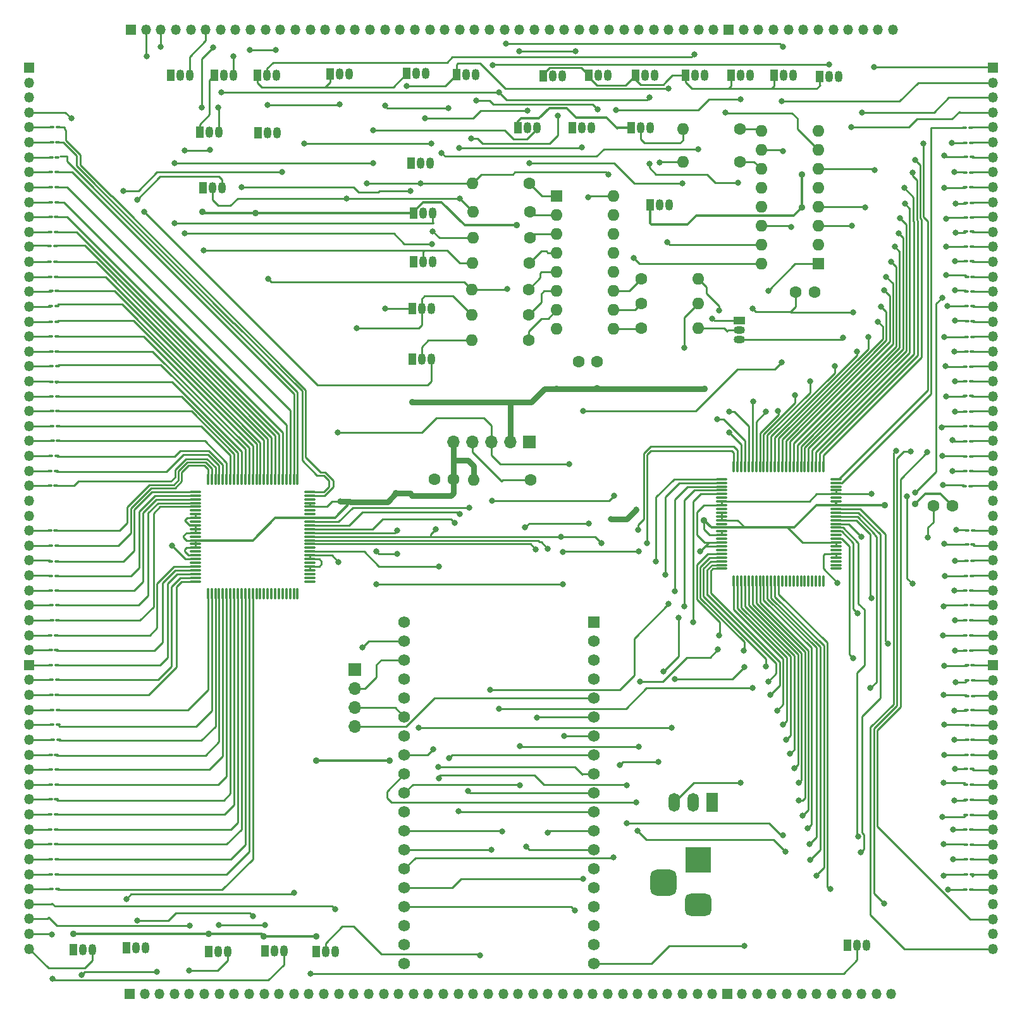
<source format=gtl>
G04 #@! TF.GenerationSoftware,KiCad,Pcbnew,(6.0.5)*
G04 #@! TF.CreationDate,2022-07-20T21:29:26+01:00*
G04 #@! TF.ProjectId,screen-driver,73637265-656e-42d6-9472-697665722e6b,rev?*
G04 #@! TF.SameCoordinates,Original*
G04 #@! TF.FileFunction,Copper,L1,Top*
G04 #@! TF.FilePolarity,Positive*
%FSLAX46Y46*%
G04 Gerber Fmt 4.6, Leading zero omitted, Abs format (unit mm)*
G04 Created by KiCad (PCBNEW (6.0.5)) date 2022-07-20 21:29:26*
%MOMM*%
%LPD*%
G01*
G04 APERTURE LIST*
G04 Aperture macros list*
%AMRoundRect*
0 Rectangle with rounded corners*
0 $1 Rounding radius*
0 $2 $3 $4 $5 $6 $7 $8 $9 X,Y pos of 4 corners*
0 Add a 4 corners polygon primitive as box body*
4,1,4,$2,$3,$4,$5,$6,$7,$8,$9,$2,$3,0*
0 Add four circle primitives for the rounded corners*
1,1,$1+$1,$2,$3*
1,1,$1+$1,$4,$5*
1,1,$1+$1,$6,$7*
1,1,$1+$1,$8,$9*
0 Add four rect primitives between the rounded corners*
20,1,$1+$1,$2,$3,$4,$5,0*
20,1,$1+$1,$4,$5,$6,$7,0*
20,1,$1+$1,$6,$7,$8,$9,0*
20,1,$1+$1,$8,$9,$2,$3,0*%
G04 Aperture macros list end*
G04 #@! TA.AperFunction,SMDPad,CuDef*
%ADD10RoundRect,0.100000X-0.217500X-0.100000X0.217500X-0.100000X0.217500X0.100000X-0.217500X0.100000X0*%
G04 #@! TD*
G04 #@! TA.AperFunction,SMDPad,CuDef*
%ADD11RoundRect,0.100000X0.217500X0.100000X-0.217500X0.100000X-0.217500X-0.100000X0.217500X-0.100000X0*%
G04 #@! TD*
G04 #@! TA.AperFunction,ComponentPad*
%ADD12C,1.600000*%
G04 #@! TD*
G04 #@! TA.AperFunction,ComponentPad*
%ADD13O,1.600000X1.600000*%
G04 #@! TD*
G04 #@! TA.AperFunction,ComponentPad*
%ADD14R,1.050000X1.500000*%
G04 #@! TD*
G04 #@! TA.AperFunction,ComponentPad*
%ADD15O,1.050000X1.500000*%
G04 #@! TD*
G04 #@! TA.AperFunction,ComponentPad*
%ADD16R,1.350000X1.350000*%
G04 #@! TD*
G04 #@! TA.AperFunction,ComponentPad*
%ADD17O,1.350000X1.350000*%
G04 #@! TD*
G04 #@! TA.AperFunction,ComponentPad*
%ADD18R,1.500000X1.050000*%
G04 #@! TD*
G04 #@! TA.AperFunction,ComponentPad*
%ADD19O,1.500000X1.050000*%
G04 #@! TD*
G04 #@! TA.AperFunction,ComponentPad*
%ADD20R,1.600000X1.600000*%
G04 #@! TD*
G04 #@! TA.AperFunction,ComponentPad*
%ADD21R,1.700000X1.700000*%
G04 #@! TD*
G04 #@! TA.AperFunction,ComponentPad*
%ADD22O,1.700000X1.700000*%
G04 #@! TD*
G04 #@! TA.AperFunction,SMDPad,CuDef*
%ADD23RoundRect,0.075000X-0.075000X0.662500X-0.075000X-0.662500X0.075000X-0.662500X0.075000X0.662500X0*%
G04 #@! TD*
G04 #@! TA.AperFunction,SMDPad,CuDef*
%ADD24RoundRect,0.075000X-0.662500X0.075000X-0.662500X-0.075000X0.662500X-0.075000X0.662500X0.075000X0*%
G04 #@! TD*
G04 #@! TA.AperFunction,ComponentPad*
%ADD25R,1.560000X1.560000*%
G04 #@! TD*
G04 #@! TA.AperFunction,ComponentPad*
%ADD26C,1.560000*%
G04 #@! TD*
G04 #@! TA.AperFunction,ComponentPad*
%ADD27R,1.500000X2.500000*%
G04 #@! TD*
G04 #@! TA.AperFunction,ComponentPad*
%ADD28O,1.500000X2.500000*%
G04 #@! TD*
G04 #@! TA.AperFunction,ComponentPad*
%ADD29R,3.500000X3.500000*%
G04 #@! TD*
G04 #@! TA.AperFunction,ComponentPad*
%ADD30RoundRect,0.750000X1.000000X-0.750000X1.000000X0.750000X-1.000000X0.750000X-1.000000X-0.750000X0*%
G04 #@! TD*
G04 #@! TA.AperFunction,ComponentPad*
%ADD31RoundRect,0.875000X0.875000X-0.875000X0.875000X0.875000X-0.875000X0.875000X-0.875000X-0.875000X0*%
G04 #@! TD*
G04 #@! TA.AperFunction,ViaPad*
%ADD32C,0.800000*%
G04 #@! TD*
G04 #@! TA.AperFunction,ViaPad*
%ADD33C,0.900000*%
G04 #@! TD*
G04 #@! TA.AperFunction,Conductor*
%ADD34C,0.250000*%
G04 #@! TD*
G04 #@! TA.AperFunction,Conductor*
%ADD35C,0.300000*%
G04 #@! TD*
G04 #@! TA.AperFunction,Conductor*
%ADD36C,0.800000*%
G04 #@! TD*
G04 APERTURE END LIST*
D10*
G04 #@! TO.P,R36,1*
G04 #@! TO.N,Net-(J3-Pad2)*
X94265000Y-115200000D03*
G04 #@! TO.P,R36,2*
G04 #@! TO.N,Net-(R36-Pad2)*
X95080000Y-115200000D03*
G04 #@! TD*
D11*
G04 #@! TO.P,R92,1*
G04 #@! TO.N,Net-(J8-Pad38)*
X217407500Y-107240000D03*
G04 #@! TO.P,R92,2*
G04 #@! TO.N,Net-(R92-Pad2)*
X216592500Y-107240000D03*
G04 #@! TD*
D12*
G04 #@! TO.P,R55,1*
G04 #@! TO.N,Net-(R55-Pad1)*
X158310000Y-52500000D03*
D13*
G04 #@! TO.P,R55,2*
G04 #@! TO.N,Net-(Q19-Pad2)*
X150690000Y-52500000D03*
G04 #@! TD*
D14*
G04 #@! TO.P,Q4,1,E*
G04 #@! TO.N,GND*
X142700000Y-52700000D03*
D15*
G04 #@! TO.P,Q4,2,B*
G04 #@! TO.N,Net-(Q20-Pad2)*
X143970000Y-52700000D03*
G04 #@! TO.P,Q4,3,C*
G04 #@! TO.N,Net-(J2-Pad30)*
X145240000Y-52700000D03*
G04 #@! TD*
D16*
G04 #@! TO.P,J7,1,Pin_1*
G04 #@! TO.N,unconnected-(J7-Pad1)*
X184700000Y-157200000D03*
D17*
G04 #@! TO.P,J7,2,Pin_2*
G04 #@! TO.N,unconnected-(J7-Pad2)*
X186700000Y-157200000D03*
G04 #@! TO.P,J7,3,Pin_3*
G04 #@! TO.N,unconnected-(J7-Pad3)*
X188700000Y-157200000D03*
G04 #@! TO.P,J7,4,Pin_4*
G04 #@! TO.N,unconnected-(J7-Pad4)*
X190700000Y-157200000D03*
G04 #@! TO.P,J7,5,Pin_5*
G04 #@! TO.N,unconnected-(J7-Pad5)*
X192700000Y-157200000D03*
G04 #@! TO.P,J7,6,Pin_6*
G04 #@! TO.N,unconnected-(J7-Pad6)*
X194700000Y-157200000D03*
G04 #@! TO.P,J7,7,Pin_7*
G04 #@! TO.N,unconnected-(J7-Pad7)*
X196700000Y-157200000D03*
G04 #@! TO.P,J7,8,Pin_8*
G04 #@! TO.N,unconnected-(J7-Pad8)*
X198700000Y-157200000D03*
G04 #@! TO.P,J7,9,Pin_9*
G04 #@! TO.N,unconnected-(J7-Pad9)*
X200700000Y-157200000D03*
G04 #@! TO.P,J7,10,Pin_10*
G04 #@! TO.N,unconnected-(J7-Pad10)*
X202700000Y-157200000D03*
G04 #@! TO.P,J7,11,Pin_11*
G04 #@! TO.N,Net-(J7-Pad11)*
X204700000Y-157200000D03*
G04 #@! TO.P,J7,12,Pin_12*
G04 #@! TO.N,unconnected-(J7-Pad12)*
X206700000Y-157200000D03*
G04 #@! TD*
D12*
G04 #@! TO.P,R56,1*
G04 #@! TO.N,Net-(R56-Pad1)*
X158110000Y-62900000D03*
D13*
G04 #@! TO.P,R56,2*
G04 #@! TO.N,Net-(Q14-Pad2)*
X150490000Y-62900000D03*
G04 #@! TD*
D16*
G04 #@! TO.P,J6,1,Pin_1*
G04 #@! TO.N,unconnected-(J6-Pad1)*
X184920000Y-28100000D03*
D17*
G04 #@! TO.P,J6,2,Pin_2*
G04 #@! TO.N,Net-(J6-Pad2)*
X186920000Y-28100000D03*
G04 #@! TO.P,J6,3,Pin_3*
G04 #@! TO.N,unconnected-(J6-Pad3)*
X188920000Y-28100000D03*
G04 #@! TO.P,J6,4,Pin_4*
G04 #@! TO.N,unconnected-(J6-Pad4)*
X190920000Y-28100000D03*
G04 #@! TO.P,J6,5,Pin_5*
G04 #@! TO.N,Net-(J6-Pad5)*
X192920000Y-28100000D03*
G04 #@! TO.P,J6,6,Pin_6*
G04 #@! TO.N,unconnected-(J6-Pad6)*
X194920000Y-28100000D03*
G04 #@! TO.P,J6,7,Pin_7*
G04 #@! TO.N,unconnected-(J6-Pad7)*
X196920000Y-28100000D03*
G04 #@! TO.P,J6,8,Pin_8*
G04 #@! TO.N,Net-(J6-Pad8)*
X198920000Y-28100000D03*
G04 #@! TO.P,J6,9,Pin_9*
G04 #@! TO.N,unconnected-(J6-Pad9)*
X200920000Y-28100000D03*
G04 #@! TO.P,J6,10,Pin_10*
G04 #@! TO.N,unconnected-(J6-Pad10)*
X202920000Y-28100000D03*
G04 #@! TO.P,J6,11,Pin_11*
G04 #@! TO.N,Net-(J6-Pad11)*
X204920000Y-28100000D03*
G04 #@! TO.P,J6,12,Pin_12*
G04 #@! TO.N,unconnected-(J6-Pad12)*
X206920000Y-28100000D03*
G04 #@! TD*
D11*
G04 #@! TO.P,R64,1*
G04 #@! TO.N,Net-(J8-Pad8)*
X217375000Y-47240000D03*
G04 #@! TO.P,R64,2*
G04 #@! TO.N,Net-(R64-Pad2)*
X216560000Y-47240000D03*
G04 #@! TD*
G04 #@! TO.P,R68,1*
G04 #@! TO.N,Net-(J8-Pad12)*
X217507500Y-55140000D03*
G04 #@! TO.P,R68,2*
G04 #@! TO.N,Net-(R68-Pad2)*
X216692500Y-55140000D03*
G04 #@! TD*
D12*
G04 #@! TO.P,C3,1*
G04 #@! TO.N,+3V3*
X193900000Y-63300000D03*
G04 #@! TO.P,C3,2*
G04 #@! TO.N,GND*
X196400000Y-63300000D03*
G04 #@! TD*
D10*
G04 #@! TO.P,R42,1*
G04 #@! TO.N,Net-(J3-Pad8)*
X94132500Y-127200000D03*
G04 #@! TO.P,R42,2*
G04 #@! TO.N,Net-(R42-Pad2)*
X94947500Y-127200000D03*
G04 #@! TD*
D12*
G04 #@! TO.P,C1,1*
G04 #@! TO.N,+3V3*
X164800000Y-72600000D03*
G04 #@! TO.P,C1,2*
G04 #@! TO.N,GND*
X167300000Y-72600000D03*
G04 #@! TD*
D11*
G04 #@! TO.P,R87,1*
G04 #@! TO.N,Net-(J8-Pad33)*
X217607500Y-97040000D03*
G04 #@! TO.P,R87,2*
G04 #@! TO.N,Net-(R87-Pad2)*
X216792500Y-97040000D03*
G04 #@! TD*
D16*
G04 #@! TO.P,J5,1,Pin_1*
G04 #@! TO.N,Net-(J5-Pad1)*
X104720000Y-157200000D03*
D17*
G04 #@! TO.P,J5,2,Pin_2*
G04 #@! TO.N,unconnected-(J5-Pad2)*
X106720000Y-157200000D03*
G04 #@! TO.P,J5,3,Pin_3*
G04 #@! TO.N,unconnected-(J5-Pad3)*
X108720000Y-157200000D03*
G04 #@! TO.P,J5,4,Pin_4*
G04 #@! TO.N,unconnected-(J5-Pad4)*
X110720000Y-157200000D03*
G04 #@! TO.P,J5,5,Pin_5*
G04 #@! TO.N,unconnected-(J5-Pad5)*
X112720000Y-157200000D03*
G04 #@! TO.P,J5,6,Pin_6*
G04 #@! TO.N,unconnected-(J5-Pad6)*
X114720000Y-157200000D03*
G04 #@! TO.P,J5,7,Pin_7*
G04 #@! TO.N,unconnected-(J5-Pad7)*
X116720000Y-157200000D03*
G04 #@! TO.P,J5,8,Pin_8*
G04 #@! TO.N,unconnected-(J5-Pad8)*
X118720000Y-157200000D03*
G04 #@! TO.P,J5,9,Pin_9*
G04 #@! TO.N,unconnected-(J5-Pad9)*
X120720000Y-157200000D03*
G04 #@! TO.P,J5,10,Pin_10*
G04 #@! TO.N,unconnected-(J5-Pad10)*
X122720000Y-157200000D03*
G04 #@! TO.P,J5,11,Pin_11*
G04 #@! TO.N,unconnected-(J5-Pad11)*
X124720000Y-157200000D03*
G04 #@! TO.P,J5,12,Pin_12*
G04 #@! TO.N,unconnected-(J5-Pad12)*
X126720000Y-157200000D03*
G04 #@! TO.P,J5,13,Pin_13*
G04 #@! TO.N,unconnected-(J5-Pad13)*
X128720000Y-157200000D03*
G04 #@! TO.P,J5,14,Pin_14*
G04 #@! TO.N,unconnected-(J5-Pad14)*
X130720000Y-157200000D03*
G04 #@! TO.P,J5,15,Pin_15*
G04 #@! TO.N,unconnected-(J5-Pad15)*
X132720000Y-157200000D03*
G04 #@! TO.P,J5,16,Pin_16*
G04 #@! TO.N,unconnected-(J5-Pad16)*
X134720000Y-157200000D03*
G04 #@! TO.P,J5,17,Pin_17*
G04 #@! TO.N,unconnected-(J5-Pad17)*
X136720000Y-157200000D03*
G04 #@! TO.P,J5,18,Pin_18*
G04 #@! TO.N,unconnected-(J5-Pad18)*
X138720000Y-157200000D03*
G04 #@! TO.P,J5,19,Pin_19*
G04 #@! TO.N,unconnected-(J5-Pad19)*
X140720000Y-157200000D03*
G04 #@! TO.P,J5,20,Pin_20*
G04 #@! TO.N,unconnected-(J5-Pad20)*
X142720000Y-157200000D03*
G04 #@! TO.P,J5,21,Pin_21*
G04 #@! TO.N,unconnected-(J5-Pad21)*
X144720000Y-157200000D03*
G04 #@! TO.P,J5,22,Pin_22*
G04 #@! TO.N,unconnected-(J5-Pad22)*
X146720000Y-157200000D03*
G04 #@! TO.P,J5,23,Pin_23*
G04 #@! TO.N,unconnected-(J5-Pad23)*
X148720000Y-157200000D03*
G04 #@! TO.P,J5,24,Pin_24*
G04 #@! TO.N,unconnected-(J5-Pad24)*
X150720000Y-157200000D03*
G04 #@! TO.P,J5,25,Pin_25*
G04 #@! TO.N,unconnected-(J5-Pad25)*
X152720000Y-157200000D03*
G04 #@! TO.P,J5,26,Pin_26*
G04 #@! TO.N,unconnected-(J5-Pad26)*
X154720000Y-157200000D03*
G04 #@! TO.P,J5,27,Pin_27*
G04 #@! TO.N,unconnected-(J5-Pad27)*
X156720000Y-157200000D03*
G04 #@! TO.P,J5,28,Pin_28*
G04 #@! TO.N,unconnected-(J5-Pad28)*
X158720000Y-157200000D03*
G04 #@! TO.P,J5,29,Pin_29*
G04 #@! TO.N,unconnected-(J5-Pad29)*
X160720000Y-157200000D03*
G04 #@! TO.P,J5,30,Pin_30*
G04 #@! TO.N,unconnected-(J5-Pad30)*
X162720000Y-157200000D03*
G04 #@! TO.P,J5,31,Pin_31*
G04 #@! TO.N,unconnected-(J5-Pad31)*
X164720000Y-157200000D03*
G04 #@! TO.P,J5,32,Pin_32*
G04 #@! TO.N,unconnected-(J5-Pad32)*
X166720000Y-157200000D03*
G04 #@! TO.P,J5,33,Pin_33*
G04 #@! TO.N,unconnected-(J5-Pad33)*
X168720000Y-157200000D03*
G04 #@! TO.P,J5,34,Pin_34*
G04 #@! TO.N,unconnected-(J5-Pad34)*
X170720000Y-157200000D03*
G04 #@! TO.P,J5,35,Pin_35*
G04 #@! TO.N,unconnected-(J5-Pad35)*
X172720000Y-157200000D03*
G04 #@! TO.P,J5,36,Pin_36*
G04 #@! TO.N,unconnected-(J5-Pad36)*
X174720000Y-157200000D03*
G04 #@! TO.P,J5,37,Pin_37*
G04 #@! TO.N,unconnected-(J5-Pad37)*
X176720000Y-157200000D03*
G04 #@! TO.P,J5,38,Pin_38*
G04 #@! TO.N,unconnected-(J5-Pad38)*
X178720000Y-157200000D03*
G04 #@! TO.P,J5,39,Pin_39*
G04 #@! TO.N,unconnected-(J5-Pad39)*
X180720000Y-157200000D03*
G04 #@! TO.P,J5,40,Pin_40*
G04 #@! TO.N,unconnected-(J5-Pad40)*
X182720000Y-157200000D03*
G04 #@! TD*
D16*
G04 #@! TO.P,J9,1,Pin_1*
G04 #@! TO.N,Net-(J9-Pad1)*
X220300000Y-113240000D03*
D17*
G04 #@! TO.P,J9,2,Pin_2*
G04 #@! TO.N,Net-(J9-Pad2)*
X220300000Y-115240000D03*
G04 #@! TO.P,J9,3,Pin_3*
G04 #@! TO.N,Net-(J9-Pad3)*
X220300000Y-117240000D03*
G04 #@! TO.P,J9,4,Pin_4*
G04 #@! TO.N,Net-(J9-Pad4)*
X220300000Y-119240000D03*
G04 #@! TO.P,J9,5,Pin_5*
G04 #@! TO.N,Net-(J9-Pad5)*
X220300000Y-121240000D03*
G04 #@! TO.P,J9,6,Pin_6*
G04 #@! TO.N,Net-(J9-Pad6)*
X220300000Y-123240000D03*
G04 #@! TO.P,J9,7,Pin_7*
G04 #@! TO.N,Net-(J9-Pad7)*
X220300000Y-125240000D03*
G04 #@! TO.P,J9,8,Pin_8*
G04 #@! TO.N,Net-(J9-Pad8)*
X220300000Y-127240000D03*
G04 #@! TO.P,J9,9,Pin_9*
G04 #@! TO.N,Net-(J9-Pad9)*
X220300000Y-129240000D03*
G04 #@! TO.P,J9,10,Pin_10*
G04 #@! TO.N,Net-(J9-Pad10)*
X220300000Y-131240000D03*
G04 #@! TO.P,J9,11,Pin_11*
G04 #@! TO.N,Net-(J9-Pad11)*
X220300000Y-133240000D03*
G04 #@! TO.P,J9,12,Pin_12*
G04 #@! TO.N,Net-(J9-Pad12)*
X220300000Y-135240000D03*
G04 #@! TO.P,J9,13,Pin_13*
G04 #@! TO.N,Net-(J9-Pad13)*
X220300000Y-137240000D03*
G04 #@! TO.P,J9,14,Pin_14*
G04 #@! TO.N,Net-(J9-Pad14)*
X220300000Y-139240000D03*
G04 #@! TO.P,J9,15,Pin_15*
G04 #@! TO.N,Net-(J9-Pad15)*
X220300000Y-141240000D03*
G04 #@! TO.P,J9,16,Pin_16*
G04 #@! TO.N,Net-(J9-Pad16)*
X220300000Y-143240000D03*
G04 #@! TO.P,J9,17,Pin_17*
G04 #@! TO.N,Net-(J9-Pad17)*
X220300000Y-145240000D03*
G04 #@! TO.P,J9,18,Pin_18*
G04 #@! TO.N,Net-(J9-Pad18)*
X220300000Y-147240000D03*
G04 #@! TO.P,J9,19,Pin_19*
G04 #@! TO.N,Net-(J9-Pad19)*
X220300000Y-149240000D03*
G04 #@! TO.P,J9,20,Pin_20*
G04 #@! TO.N,Net-(J9-Pad20)*
X220300000Y-151240000D03*
G04 #@! TD*
D12*
G04 #@! TO.P,C4,1*
G04 #@! TO.N,+3V3*
X145550000Y-88300000D03*
G04 #@! TO.P,C4,2*
G04 #@! TO.N,GND*
X148050000Y-88300000D03*
G04 #@! TD*
D10*
G04 #@! TO.P,R13,1*
G04 #@! TO.N,Net-(J2-Pad17)*
X94172500Y-65100000D03*
G04 #@! TO.P,R13,2*
G04 #@! TO.N,Net-(R13-Pad2)*
X94987500Y-65100000D03*
G04 #@! TD*
G04 #@! TO.P,R50,1*
G04 #@! TO.N,Net-(J3-Pad16)*
X94240000Y-143200000D03*
G04 #@! TO.P,R50,2*
G04 #@! TO.N,Net-(R50-Pad2)*
X95055000Y-143200000D03*
G04 #@! TD*
G04 #@! TO.P,R41,1*
G04 #@! TO.N,Net-(J3-Pad7)*
X94105000Y-125200000D03*
G04 #@! TO.P,R41,2*
G04 #@! TO.N,Net-(R41-Pad2)*
X94920000Y-125200000D03*
G04 #@! TD*
D14*
G04 #@! TO.P,Q27,1,E*
G04 #@! TO.N,Net-(Q22-Pad1)*
X121800000Y-34200000D03*
D15*
G04 #@! TO.P,Q27,2,B*
G04 #@! TO.N,Net-(Q10-Pad2)*
X123070000Y-34200000D03*
G04 #@! TO.P,Q27,3,C*
G04 #@! TO.N,Net-(J4-Pad9)*
X124340000Y-34200000D03*
G04 #@! TD*
D14*
G04 #@! TO.P,Q32,1,E*
G04 #@! TO.N,GND*
X174430000Y-51560000D03*
D15*
G04 #@! TO.P,Q32,2,B*
G04 #@! TO.N,Net-(Q32-Pad2)*
X175700000Y-51560000D03*
G04 #@! TO.P,Q32,3,C*
G04 #@! TO.N,Net-(Q22-Pad1)*
X176970000Y-51560000D03*
G04 #@! TD*
D11*
G04 #@! TO.P,R95,1*
G04 #@! TO.N,Net-(J9-Pad1)*
X217607500Y-113240000D03*
G04 #@! TO.P,R95,2*
G04 #@! TO.N,Net-(R95-Pad2)*
X216792500Y-113240000D03*
G04 #@! TD*
D10*
G04 #@! TO.P,R43,1*
G04 #@! TO.N,Net-(J3-Pad9)*
X94140000Y-129200000D03*
G04 #@! TO.P,R43,2*
G04 #@! TO.N,Net-(R43-Pad2)*
X94955000Y-129200000D03*
G04 #@! TD*
G04 #@! TO.P,R29,1*
G04 #@! TO.N,Net-(J2-Pad35)*
X94172500Y-101300000D03*
G04 #@! TO.P,R29,2*
G04 #@! TO.N,Net-(R29-Pad2)*
X94987500Y-101300000D03*
G04 #@! TD*
D16*
G04 #@! TO.P,J3,1,Pin_1*
G04 #@! TO.N,Net-(J3-Pad1)*
X91300000Y-113200000D03*
D17*
G04 #@! TO.P,J3,2,Pin_2*
G04 #@! TO.N,Net-(J3-Pad2)*
X91300000Y-115200000D03*
G04 #@! TO.P,J3,3,Pin_3*
G04 #@! TO.N,Net-(J3-Pad3)*
X91300000Y-117200000D03*
G04 #@! TO.P,J3,4,Pin_4*
G04 #@! TO.N,Net-(J3-Pad4)*
X91300000Y-119200000D03*
G04 #@! TO.P,J3,5,Pin_5*
G04 #@! TO.N,Net-(J3-Pad5)*
X91300000Y-121200000D03*
G04 #@! TO.P,J3,6,Pin_6*
G04 #@! TO.N,Net-(J3-Pad6)*
X91300000Y-123200000D03*
G04 #@! TO.P,J3,7,Pin_7*
G04 #@! TO.N,Net-(J3-Pad7)*
X91300000Y-125200000D03*
G04 #@! TO.P,J3,8,Pin_8*
G04 #@! TO.N,Net-(J3-Pad8)*
X91300000Y-127200000D03*
G04 #@! TO.P,J3,9,Pin_9*
G04 #@! TO.N,Net-(J3-Pad9)*
X91300000Y-129200000D03*
G04 #@! TO.P,J3,10,Pin_10*
G04 #@! TO.N,Net-(J3-Pad10)*
X91300000Y-131200000D03*
G04 #@! TO.P,J3,11,Pin_11*
G04 #@! TO.N,Net-(J3-Pad11)*
X91300000Y-133200000D03*
G04 #@! TO.P,J3,12,Pin_12*
G04 #@! TO.N,Net-(J3-Pad12)*
X91300000Y-135200000D03*
G04 #@! TO.P,J3,13,Pin_13*
G04 #@! TO.N,Net-(J3-Pad13)*
X91300000Y-137200000D03*
G04 #@! TO.P,J3,14,Pin_14*
G04 #@! TO.N,Net-(J3-Pad14)*
X91300000Y-139200000D03*
G04 #@! TO.P,J3,15,Pin_15*
G04 #@! TO.N,Net-(J3-Pad15)*
X91300000Y-141200000D03*
G04 #@! TO.P,J3,16,Pin_16*
G04 #@! TO.N,Net-(J3-Pad16)*
X91300000Y-143200000D03*
G04 #@! TO.P,J3,17,Pin_17*
G04 #@! TO.N,Net-(J3-Pad17)*
X91300000Y-145200000D03*
G04 #@! TO.P,J3,18,Pin_18*
G04 #@! TO.N,Net-(J3-Pad18)*
X91300000Y-147200000D03*
G04 #@! TO.P,J3,19,Pin_19*
G04 #@! TO.N,Net-(J3-Pad19)*
X91300000Y-149200000D03*
G04 #@! TO.P,J3,20,Pin_20*
G04 #@! TO.N,Net-(J3-Pad20)*
X91300000Y-151200000D03*
G04 #@! TD*
D10*
G04 #@! TO.P,R4,1*
G04 #@! TO.N,Net-(J2-Pad8)*
X94165000Y-47200000D03*
G04 #@! TO.P,R4,2*
G04 #@! TO.N,Net-(R4-Pad2)*
X94980000Y-47200000D03*
G04 #@! TD*
D11*
G04 #@! TO.P,R86,1*
G04 #@! TO.N,Net-(J8-Pad32)*
X217675000Y-95140000D03*
G04 #@! TO.P,R86,2*
G04 #@! TO.N,Net-(R86-Pad2)*
X216860000Y-95140000D03*
G04 #@! TD*
D14*
G04 #@! TO.P,Q9,1,E*
G04 #@! TO.N,GND*
X142600000Y-72200000D03*
D15*
G04 #@! TO.P,Q9,2,B*
G04 #@! TO.N,Net-(Q17-Pad2)*
X143870000Y-72200000D03*
G04 #@! TO.P,Q9,3,C*
G04 #@! TO.N,Net-(J2-Pad3)*
X145140000Y-72200000D03*
G04 #@! TD*
D11*
G04 #@! TO.P,R74,1*
G04 #@! TO.N,Net-(J8-Pad18)*
X217607500Y-67140000D03*
G04 #@! TO.P,R74,2*
G04 #@! TO.N,Net-(R74-Pad2)*
X216792500Y-67140000D03*
G04 #@! TD*
D10*
G04 #@! TO.P,R17,1*
G04 #@! TO.N,Net-(J2-Pad21)*
X94240000Y-73200000D03*
G04 #@! TO.P,R17,2*
G04 #@! TO.N,Net-(R17-Pad2)*
X95055000Y-73200000D03*
G04 #@! TD*
G04 #@! TO.P,R47,1*
G04 #@! TO.N,Net-(J3-Pad13)*
X94072500Y-137200000D03*
G04 #@! TO.P,R47,2*
G04 #@! TO.N,Net-(R47-Pad2)*
X94887500Y-137200000D03*
G04 #@! TD*
D14*
G04 #@! TO.P,Q10,1,E*
G04 #@! TO.N,GND*
X129700000Y-151600000D03*
D15*
G04 #@! TO.P,Q10,2,B*
G04 #@! TO.N,Net-(Q10-Pad2)*
X130970000Y-151600000D03*
G04 #@! TO.P,Q10,3,C*
G04 #@! TO.N,Net-(J3-Pad17)*
X132240000Y-151600000D03*
G04 #@! TD*
D10*
G04 #@! TO.P,R20,1*
G04 #@! TO.N,Net-(J2-Pad24)*
X94272500Y-79200000D03*
G04 #@! TO.P,R20,2*
G04 #@! TO.N,Net-(R20-Pad2)*
X95087500Y-79200000D03*
G04 #@! TD*
D18*
G04 #@! TO.P,Q12,1,E*
G04 #@! TO.N,Net-(Q11-Pad1)*
X186300000Y-67100000D03*
D19*
G04 #@! TO.P,Q12,2,B*
G04 #@! TO.N,Net-(Q12-Pad2)*
X186300000Y-68370000D03*
G04 #@! TO.P,Q12,3,C*
G04 #@! TO.N,Net-(J6-Pad11)*
X186300000Y-69640000D03*
G04 #@! TD*
D11*
G04 #@! TO.P,R89,1*
G04 #@! TO.N,Net-(J8-Pad35)*
X217475000Y-101240000D03*
G04 #@! TO.P,R89,2*
G04 #@! TO.N,Net-(R89-Pad2)*
X216660000Y-101240000D03*
G04 #@! TD*
G04 #@! TO.P,R76,1*
G04 #@! TO.N,Net-(J8-Pad20)*
X217515000Y-71240000D03*
G04 #@! TO.P,R76,2*
G04 #@! TO.N,Net-(R76-Pad2)*
X216700000Y-71240000D03*
G04 #@! TD*
G04 #@! TO.P,R75,1*
G04 #@! TO.N,Net-(J8-Pad19)*
X217575000Y-69240000D03*
G04 #@! TO.P,R75,2*
G04 #@! TO.N,Net-(R75-Pad2)*
X216760000Y-69240000D03*
G04 #@! TD*
D12*
G04 #@! TO.P,R57,1*
G04 #@! TO.N,Net-(R57-Pad1)*
X158110000Y-66300000D03*
D13*
G04 #@! TO.P,R57,2*
G04 #@! TO.N,Net-(Q13-Pad2)*
X150490000Y-66300000D03*
G04 #@! TD*
D12*
G04 #@! TO.P,R58,1*
G04 #@! TO.N,Net-(R58-Pad1)*
X173200000Y-68100000D03*
D13*
G04 #@! TO.P,R58,2*
G04 #@! TO.N,Net-(Q12-Pad2)*
X180820000Y-68100000D03*
G04 #@! TD*
D11*
G04 #@! TO.P,R97,1*
G04 #@! TO.N,Net-(J9-Pad3)*
X217642500Y-117340000D03*
G04 #@! TO.P,R97,2*
G04 #@! TO.N,Net-(R97-Pad2)*
X216827500Y-117340000D03*
G04 #@! TD*
D14*
G04 #@! TO.P,Q22,1,E*
G04 #@! TO.N,Net-(Q22-Pad1)*
X148530000Y-34100000D03*
D15*
G04 #@! TO.P,Q22,2,B*
G04 #@! TO.N,Net-(Q1-Pad2)*
X149800000Y-34100000D03*
G04 #@! TO.P,Q22,3,C*
G04 #@! TO.N,Net-(J4-Pad24)*
X151070000Y-34100000D03*
G04 #@! TD*
D10*
G04 #@! TO.P,R6,1*
G04 #@! TO.N,Net-(J2-Pad10)*
X94140000Y-51200000D03*
G04 #@! TO.P,R6,2*
G04 #@! TO.N,Net-(R6-Pad2)*
X94955000Y-51200000D03*
G04 #@! TD*
D14*
G04 #@! TO.P,Q28,1,E*
G04 #@! TO.N,Net-(Q22-Pad1)*
X110230000Y-34260000D03*
D15*
G04 #@! TO.P,Q28,2,B*
G04 #@! TO.N,Net-(Q17-Pad2)*
X111500000Y-34260000D03*
G04 #@! TO.P,Q28,3,C*
G04 #@! TO.N,Net-(J4-Pad6)*
X112770000Y-34260000D03*
G04 #@! TD*
D14*
G04 #@! TO.P,Q30,1,E*
G04 #@! TO.N,Net-(Q22-Pad1)*
X104270000Y-151040000D03*
D15*
G04 #@! TO.P,Q30,2,B*
G04 #@! TO.N,Net-(Q19-Pad2)*
X105540000Y-151040000D03*
G04 #@! TO.P,Q30,3,C*
G04 #@! TO.N,Net-(J5-Pad1)*
X106810000Y-151040000D03*
G04 #@! TD*
D10*
G04 #@! TO.P,R10,1*
G04 #@! TO.N,Net-(J2-Pad14)*
X94005000Y-59200000D03*
G04 #@! TO.P,R10,2*
G04 #@! TO.N,Net-(R10-Pad2)*
X94820000Y-59200000D03*
G04 #@! TD*
D14*
G04 #@! TO.P,Q16,1,E*
G04 #@! TO.N,Net-(Q11-Pad1)*
X179130000Y-34260000D03*
D15*
G04 #@! TO.P,Q16,2,B*
G04 #@! TO.N,Net-(Q10-Pad2)*
X180400000Y-34260000D03*
G04 #@! TO.P,Q16,3,C*
G04 #@! TO.N,Net-(J4-Pad39)*
X181670000Y-34260000D03*
G04 #@! TD*
D11*
G04 #@! TO.P,R106,1*
G04 #@! TO.N,Net-(J9-Pad11)*
X217475000Y-133240000D03*
G04 #@! TO.P,R106,2*
G04 #@! TO.N,Net-(R106-Pad2)*
X216660000Y-133240000D03*
G04 #@! TD*
D12*
G04 #@! TO.P,R54,1*
G04 #@! TO.N,Net-(R54-Pad1)*
X158210000Y-48725000D03*
D13*
G04 #@! TO.P,R54,2*
G04 #@! TO.N,Net-(Q15-Pad2)*
X150590000Y-48725000D03*
G04 #@! TD*
D10*
G04 #@! TO.P,R32,1*
G04 #@! TO.N,Net-(J2-Pad38)*
X94272500Y-107200000D03*
G04 #@! TO.P,R32,2*
G04 #@! TO.N,Net-(R32-Pad2)*
X95087500Y-107200000D03*
G04 #@! TD*
D11*
G04 #@! TO.P,R67,1*
G04 #@! TO.N,Net-(J8-Pad11)*
X217500000Y-53240000D03*
G04 #@! TO.P,R67,2*
G04 #@! TO.N,Net-(R67-Pad2)*
X216685000Y-53240000D03*
G04 #@! TD*
G04 #@! TO.P,R94,1*
G04 #@! TO.N,Net-(J8-Pad40)*
X217407500Y-111240000D03*
G04 #@! TO.P,R94,2*
G04 #@! TO.N,Net-(R94-Pad2)*
X216592500Y-111240000D03*
G04 #@! TD*
D14*
G04 #@! TO.P,Q29,1,E*
G04 #@! TO.N,Net-(Q22-Pad1)*
X114100000Y-41860000D03*
D15*
G04 #@! TO.P,Q29,2,B*
G04 #@! TO.N,Net-(Q18-Pad2)*
X115370000Y-41860000D03*
G04 #@! TO.P,Q29,3,C*
G04 #@! TO.N,Net-(J4-Pad3)*
X116640000Y-41860000D03*
G04 #@! TD*
D14*
G04 #@! TO.P,Q26,1,E*
G04 #@! TO.N,Net-(Q22-Pad1)*
X142430000Y-45960000D03*
D15*
G04 #@! TO.P,Q26,2,B*
G04 #@! TO.N,Net-(Q15-Pad2)*
X143700000Y-45960000D03*
G04 #@! TO.P,Q26,3,C*
G04 #@! TO.N,Net-(J4-Pad12)*
X144970000Y-45960000D03*
G04 #@! TD*
D11*
G04 #@! TO.P,R103,1*
G04 #@! TO.N,Net-(J9-Pad8)*
X217507500Y-127140000D03*
G04 #@! TO.P,R103,2*
G04 #@! TO.N,Net-(R103-Pad2)*
X216692500Y-127140000D03*
G04 #@! TD*
G04 #@! TO.P,R83,1*
G04 #@! TO.N,Net-(J8-Pad27)*
X217375000Y-85240000D03*
G04 #@! TO.P,R83,2*
G04 #@! TO.N,Net-(R83-Pad2)*
X216560000Y-85240000D03*
G04 #@! TD*
D12*
G04 #@! TO.P,R101,1*
G04 #@! TO.N,Net-(R101-Pad1)*
X158310000Y-56000000D03*
D13*
G04 #@! TO.P,R101,2*
G04 #@! TO.N,Net-(Q20-Pad2)*
X150690000Y-56000000D03*
G04 #@! TD*
D14*
G04 #@! TO.P,Q19,1,E*
G04 #@! TO.N,Net-(Q11-Pad1)*
X160100000Y-34300000D03*
D15*
G04 #@! TO.P,Q19,2,B*
G04 #@! TO.N,Net-(Q19-Pad2)*
X161370000Y-34300000D03*
G04 #@! TO.P,Q19,3,C*
G04 #@! TO.N,Net-(J4-Pad30)*
X162640000Y-34300000D03*
G04 #@! TD*
D16*
G04 #@! TO.P,J8,1,Pin_1*
G04 #@! TO.N,Net-(J8-Pad1)*
X220300000Y-33200000D03*
D17*
G04 #@! TO.P,J8,2,Pin_2*
G04 #@! TO.N,Net-(J8-Pad2)*
X220300000Y-35200000D03*
G04 #@! TO.P,J8,3,Pin_3*
G04 #@! TO.N,Net-(J8-Pad3)*
X220300000Y-37200000D03*
G04 #@! TO.P,J8,4,Pin_4*
G04 #@! TO.N,Net-(J8-Pad4)*
X220300000Y-39200000D03*
G04 #@! TO.P,J8,5,Pin_5*
G04 #@! TO.N,Net-(J8-Pad5)*
X220300000Y-41200000D03*
G04 #@! TO.P,J8,6,Pin_6*
G04 #@! TO.N,Net-(J8-Pad6)*
X220300000Y-43200000D03*
G04 #@! TO.P,J8,7,Pin_7*
G04 #@! TO.N,Net-(J8-Pad7)*
X220300000Y-45200000D03*
G04 #@! TO.P,J8,8,Pin_8*
G04 #@! TO.N,Net-(J8-Pad8)*
X220300000Y-47200000D03*
G04 #@! TO.P,J8,9,Pin_9*
G04 #@! TO.N,Net-(J8-Pad9)*
X220300000Y-49200000D03*
G04 #@! TO.P,J8,10,Pin_10*
G04 #@! TO.N,Net-(J8-Pad10)*
X220300000Y-51200000D03*
G04 #@! TO.P,J8,11,Pin_11*
G04 #@! TO.N,Net-(J8-Pad11)*
X220300000Y-53200000D03*
G04 #@! TO.P,J8,12,Pin_12*
G04 #@! TO.N,Net-(J8-Pad12)*
X220300000Y-55200000D03*
G04 #@! TO.P,J8,13,Pin_13*
G04 #@! TO.N,Net-(J8-Pad13)*
X220300000Y-57200000D03*
G04 #@! TO.P,J8,14,Pin_14*
G04 #@! TO.N,Net-(J8-Pad14)*
X220300000Y-59200000D03*
G04 #@! TO.P,J8,15,Pin_15*
G04 #@! TO.N,Net-(J8-Pad15)*
X220300000Y-61200000D03*
G04 #@! TO.P,J8,16,Pin_16*
G04 #@! TO.N,Net-(J8-Pad16)*
X220300000Y-63200000D03*
G04 #@! TO.P,J8,17,Pin_17*
G04 #@! TO.N,Net-(J8-Pad17)*
X220300000Y-65200000D03*
G04 #@! TO.P,J8,18,Pin_18*
G04 #@! TO.N,Net-(J8-Pad18)*
X220300000Y-67200000D03*
G04 #@! TO.P,J8,19,Pin_19*
G04 #@! TO.N,Net-(J8-Pad19)*
X220300000Y-69200000D03*
G04 #@! TO.P,J8,20,Pin_20*
G04 #@! TO.N,Net-(J8-Pad20)*
X220300000Y-71200000D03*
G04 #@! TO.P,J8,21,Pin_21*
G04 #@! TO.N,Net-(J8-Pad21)*
X220300000Y-73200000D03*
G04 #@! TO.P,J8,22,Pin_22*
G04 #@! TO.N,Net-(J8-Pad22)*
X220300000Y-75200000D03*
G04 #@! TO.P,J8,23,Pin_23*
G04 #@! TO.N,Net-(J8-Pad23)*
X220300000Y-77200000D03*
G04 #@! TO.P,J8,24,Pin_24*
G04 #@! TO.N,Net-(J8-Pad24)*
X220300000Y-79200000D03*
G04 #@! TO.P,J8,25,Pin_25*
G04 #@! TO.N,Net-(J8-Pad25)*
X220300000Y-81200000D03*
G04 #@! TO.P,J8,26,Pin_26*
G04 #@! TO.N,Net-(J8-Pad26)*
X220300000Y-83200000D03*
G04 #@! TO.P,J8,27,Pin_27*
G04 #@! TO.N,Net-(J8-Pad27)*
X220300000Y-85200000D03*
G04 #@! TO.P,J8,28,Pin_28*
G04 #@! TO.N,Net-(J8-Pad28)*
X220300000Y-87200000D03*
G04 #@! TO.P,J8,29,Pin_29*
G04 #@! TO.N,Net-(J8-Pad29)*
X220300000Y-89200000D03*
G04 #@! TO.P,J8,30,Pin_30*
G04 #@! TO.N,unconnected-(J8-Pad30)*
X220300000Y-91200000D03*
G04 #@! TO.P,J8,31,Pin_31*
G04 #@! TO.N,unconnected-(J8-Pad31)*
X220300000Y-93200000D03*
G04 #@! TO.P,J8,32,Pin_32*
G04 #@! TO.N,Net-(J8-Pad32)*
X220300000Y-95200000D03*
G04 #@! TO.P,J8,33,Pin_33*
G04 #@! TO.N,Net-(J8-Pad33)*
X220300000Y-97200000D03*
G04 #@! TO.P,J8,34,Pin_34*
G04 #@! TO.N,Net-(J8-Pad34)*
X220300000Y-99200000D03*
G04 #@! TO.P,J8,35,Pin_35*
G04 #@! TO.N,Net-(J8-Pad35)*
X220300000Y-101200000D03*
G04 #@! TO.P,J8,36,Pin_36*
G04 #@! TO.N,Net-(J8-Pad36)*
X220300000Y-103200000D03*
G04 #@! TO.P,J8,37,Pin_37*
G04 #@! TO.N,Net-(J8-Pad37)*
X220300000Y-105200000D03*
G04 #@! TO.P,J8,38,Pin_38*
G04 #@! TO.N,Net-(J8-Pad38)*
X220300000Y-107200000D03*
G04 #@! TO.P,J8,39,Pin_39*
G04 #@! TO.N,Net-(J8-Pad39)*
X220300000Y-109200000D03*
G04 #@! TO.P,J8,40,Pin_40*
G04 #@! TO.N,Net-(J8-Pad40)*
X220300000Y-111200000D03*
G04 #@! TD*
D11*
G04 #@! TO.P,R73,1*
G04 #@! TO.N,Net-(J8-Pad17)*
X217575000Y-65140000D03*
G04 #@! TO.P,R73,2*
G04 #@! TO.N,Net-(R73-Pad2)*
X216760000Y-65140000D03*
G04 #@! TD*
D10*
G04 #@! TO.P,R39,1*
G04 #@! TO.N,Net-(J3-Pad5)*
X94340000Y-121200000D03*
G04 #@! TO.P,R39,2*
G04 #@! TO.N,Net-(R39-Pad2)*
X95155000Y-121200000D03*
G04 #@! TD*
D20*
G04 #@! TO.P,U5,1,5*
G04 #@! TO.N,Net-(R54-Pad1)*
X161900000Y-50400000D03*
D13*
G04 #@! TO.P,U5,2,1*
G04 #@! TO.N,Net-(R55-Pad1)*
X161900000Y-52940000D03*
G04 #@! TO.P,U5,3,O*
G04 #@! TO.N,Net-(R101-Pad1)*
X161900000Y-55480000D03*
G04 #@! TO.P,U5,4,2*
G04 #@! TO.N,Net-(R51-Pad1)*
X161900000Y-58020000D03*
G04 #@! TO.P,U5,5,6*
G04 #@! TO.N,Net-(R56-Pad1)*
X161900000Y-60560000D03*
G04 #@! TO.P,U5,6,7*
G04 #@! TO.N,Net-(R57-Pad1)*
X161900000Y-63100000D03*
G04 #@! TO.P,U5,7,3*
G04 #@! TO.N,Net-(R52-Pad1)*
X161900000Y-65640000D03*
G04 #@! TO.P,U5,8,VSS*
G04 #@! TO.N,GND*
X161900000Y-68180000D03*
G04 #@! TO.P,U5,9,8*
G04 #@! TO.N,Net-(R58-Pad1)*
X169520000Y-68180000D03*
G04 #@! TO.P,U5,10,4*
G04 #@! TO.N,Net-(R53-Pad1)*
X169520000Y-65640000D03*
G04 #@! TO.P,U5,11,9*
G04 #@! TO.N,Net-(R59-Pad1)*
X169520000Y-63100000D03*
G04 #@! TO.P,U5,12,CARRY_OUT*
G04 #@! TO.N,unconnected-(U5-Pad12)*
X169520000Y-60560000D03*
G04 #@! TO.P,U5,13,CLOCK_INHIBIT*
G04 #@! TO.N,unconnected-(U5-Pad13)*
X169520000Y-58020000D03*
G04 #@! TO.P,U5,14,CLOCK*
G04 #@! TO.N,unconnected-(U5-Pad14)*
X169520000Y-55480000D03*
G04 #@! TO.P,U5,15,RESET*
G04 #@! TO.N,Net-(U5-Pad15)*
X169520000Y-52940000D03*
G04 #@! TO.P,U5,16,VDD*
G04 #@! TO.N,+3V3*
X169520000Y-50400000D03*
G04 #@! TD*
D11*
G04 #@! TO.P,R85,1*
G04 #@! TO.N,Net-(J8-Pad29)*
X217307500Y-89240000D03*
G04 #@! TO.P,R85,2*
G04 #@! TO.N,Net-(R85-Pad2)*
X216492500Y-89240000D03*
G04 #@! TD*
D21*
G04 #@! TO.P,J11,1,Pin_1*
G04 #@! TO.N,Net-(U2-Pad21)*
X134830000Y-113850000D03*
D22*
G04 #@! TO.P,J11,2,Pin_2*
G04 #@! TO.N,Net-(U2-Pad22)*
X134830000Y-116390000D03*
G04 #@! TO.P,J11,3,Pin_3*
G04 #@! TO.N,Net-(U2-Pad25)*
X134830000Y-118930000D03*
G04 #@! TO.P,J11,4,Pin_4*
G04 #@! TO.N,Net-(U2-Pad5)*
X134830000Y-121470000D03*
G04 #@! TD*
D11*
G04 #@! TO.P,R71,1*
G04 #@! TO.N,Net-(J8-Pad15)*
X217607500Y-61240000D03*
G04 #@! TO.P,R71,2*
G04 #@! TO.N,Net-(R71-Pad2)*
X216792500Y-61240000D03*
G04 #@! TD*
D10*
G04 #@! TO.P,R14,1*
G04 #@! TO.N,Net-(J2-Pad18)*
X94140000Y-67200000D03*
G04 #@! TO.P,R14,2*
G04 #@! TO.N,Net-(R14-Pad2)*
X94955000Y-67200000D03*
G04 #@! TD*
G04 #@! TO.P,R46,1*
G04 #@! TO.N,Net-(J3-Pad12)*
X94072500Y-135200000D03*
G04 #@! TO.P,R46,2*
G04 #@! TO.N,Net-(R46-Pad2)*
X94887500Y-135200000D03*
G04 #@! TD*
D12*
G04 #@! TO.P,R113,1*
G04 #@! TO.N,Net-(J10-Pad4)*
X158400000Y-88400000D03*
D13*
G04 #@! TO.P,R113,2*
G04 #@! TO.N,GND*
X150780000Y-88400000D03*
G04 #@! TD*
D10*
G04 #@! TO.P,R26,1*
G04 #@! TO.N,Net-(J2-Pad32)*
X94040000Y-95200000D03*
G04 #@! TO.P,R26,2*
G04 #@! TO.N,Net-(R26-Pad2)*
X94855000Y-95200000D03*
G04 #@! TD*
D14*
G04 #@! TO.P,Q11,1,E*
G04 #@! TO.N,Net-(Q11-Pad1)*
X200830000Y-150760000D03*
D15*
G04 #@! TO.P,Q11,2,B*
G04 #@! TO.N,Net-(Q1-Pad2)*
X202100000Y-150760000D03*
G04 #@! TO.P,Q11,3,C*
G04 #@! TO.N,Net-(J7-Pad11)*
X203370000Y-150760000D03*
G04 #@! TD*
D11*
G04 #@! TO.P,R81,1*
G04 #@! TO.N,Net-(J8-Pad25)*
X217400000Y-81240000D03*
G04 #@! TO.P,R81,2*
G04 #@! TO.N,Net-(R81-Pad2)*
X216585000Y-81240000D03*
G04 #@! TD*
G04 #@! TO.P,R66,1*
G04 #@! TO.N,Net-(J8-Pad10)*
X217475000Y-51340000D03*
G04 #@! TO.P,R66,2*
G04 #@! TO.N,Net-(R66-Pad2)*
X216660000Y-51340000D03*
G04 #@! TD*
D10*
G04 #@! TO.P,R33,1*
G04 #@! TO.N,Net-(J2-Pad39)*
X94080000Y-109200000D03*
G04 #@! TO.P,R33,2*
G04 #@! TO.N,Net-(R33-Pad2)*
X94895000Y-109200000D03*
G04 #@! TD*
D11*
G04 #@! TO.P,R79,1*
G04 #@! TO.N,Net-(J8-Pad23)*
X217407500Y-77140000D03*
G04 #@! TO.P,R79,2*
G04 #@! TO.N,Net-(R79-Pad2)*
X216592500Y-77140000D03*
G04 #@! TD*
D10*
G04 #@! TO.P,R3,1*
G04 #@! TO.N,Net-(J2-Pad7)*
X94192500Y-45200000D03*
G04 #@! TO.P,R3,2*
G04 #@! TO.N,Net-(R3-Pad2)*
X95007500Y-45200000D03*
G04 #@! TD*
G04 #@! TO.P,R40,1*
G04 #@! TO.N,Net-(J3-Pad6)*
X94405000Y-123200000D03*
G04 #@! TO.P,R40,2*
G04 #@! TO.N,Net-(R40-Pad2)*
X95220000Y-123200000D03*
G04 #@! TD*
G04 #@! TO.P,R23,1*
G04 #@! TO.N,Net-(J2-Pad27)*
X94172500Y-85200000D03*
G04 #@! TO.P,R23,2*
G04 #@! TO.N,Net-(R23-Pad2)*
X94987500Y-85200000D03*
G04 #@! TD*
D16*
G04 #@! TO.P,J4,1,Pin_1*
G04 #@! TO.N,unconnected-(J4-Pad1)*
X104900000Y-28100000D03*
D17*
G04 #@! TO.P,J4,2,Pin_2*
G04 #@! TO.N,Net-(J4-Pad2)*
X106900000Y-28100000D03*
G04 #@! TO.P,J4,3,Pin_3*
G04 #@! TO.N,Net-(J4-Pad3)*
X108900000Y-28100000D03*
G04 #@! TO.P,J4,4,Pin_4*
G04 #@! TO.N,unconnected-(J4-Pad4)*
X110900000Y-28100000D03*
G04 #@! TO.P,J4,5,Pin_5*
G04 #@! TO.N,unconnected-(J4-Pad5)*
X112900000Y-28100000D03*
G04 #@! TO.P,J4,6,Pin_6*
G04 #@! TO.N,Net-(J4-Pad6)*
X114900000Y-28100000D03*
G04 #@! TO.P,J4,7,Pin_7*
G04 #@! TO.N,unconnected-(J4-Pad7)*
X116900000Y-28100000D03*
G04 #@! TO.P,J4,8,Pin_8*
G04 #@! TO.N,unconnected-(J4-Pad8)*
X118900000Y-28100000D03*
G04 #@! TO.P,J4,9,Pin_9*
G04 #@! TO.N,Net-(J4-Pad9)*
X120900000Y-28100000D03*
G04 #@! TO.P,J4,10,Pin_10*
G04 #@! TO.N,unconnected-(J4-Pad10)*
X122900000Y-28100000D03*
G04 #@! TO.P,J4,11,Pin_11*
G04 #@! TO.N,unconnected-(J4-Pad11)*
X124900000Y-28100000D03*
G04 #@! TO.P,J4,12,Pin_12*
G04 #@! TO.N,Net-(J4-Pad12)*
X126900000Y-28100000D03*
G04 #@! TO.P,J4,13,Pin_13*
G04 #@! TO.N,unconnected-(J4-Pad13)*
X128900000Y-28100000D03*
G04 #@! TO.P,J4,14,Pin_14*
G04 #@! TO.N,unconnected-(J4-Pad14)*
X130900000Y-28100000D03*
G04 #@! TO.P,J4,15,Pin_15*
G04 #@! TO.N,Net-(J4-Pad15)*
X132900000Y-28100000D03*
G04 #@! TO.P,J4,16,Pin_16*
G04 #@! TO.N,unconnected-(J4-Pad16)*
X134900000Y-28100000D03*
G04 #@! TO.P,J4,17,Pin_17*
G04 #@! TO.N,unconnected-(J4-Pad17)*
X136900000Y-28100000D03*
G04 #@! TO.P,J4,18,Pin_18*
G04 #@! TO.N,Net-(J4-Pad18)*
X138900000Y-28100000D03*
G04 #@! TO.P,J4,19,Pin_19*
G04 #@! TO.N,unconnected-(J4-Pad19)*
X140900000Y-28100000D03*
G04 #@! TO.P,J4,20,Pin_20*
G04 #@! TO.N,unconnected-(J4-Pad20)*
X142900000Y-28100000D03*
G04 #@! TO.P,J4,21,Pin_21*
G04 #@! TO.N,Net-(J4-Pad21)*
X144900000Y-28100000D03*
G04 #@! TO.P,J4,22,Pin_22*
G04 #@! TO.N,unconnected-(J4-Pad22)*
X146900000Y-28100000D03*
G04 #@! TO.P,J4,23,Pin_23*
G04 #@! TO.N,unconnected-(J4-Pad23)*
X148900000Y-28100000D03*
G04 #@! TO.P,J4,24,Pin_24*
G04 #@! TO.N,Net-(J4-Pad24)*
X150900000Y-28100000D03*
G04 #@! TO.P,J4,25,Pin_25*
G04 #@! TO.N,unconnected-(J4-Pad25)*
X152900000Y-28100000D03*
G04 #@! TO.P,J4,26,Pin_26*
G04 #@! TO.N,unconnected-(J4-Pad26)*
X154900000Y-28100000D03*
G04 #@! TO.P,J4,27,Pin_27*
G04 #@! TO.N,Net-(J4-Pad27)*
X156900000Y-28100000D03*
G04 #@! TO.P,J4,28,Pin_28*
G04 #@! TO.N,unconnected-(J4-Pad28)*
X158900000Y-28100000D03*
G04 #@! TO.P,J4,29,Pin_29*
G04 #@! TO.N,unconnected-(J4-Pad29)*
X160900000Y-28100000D03*
G04 #@! TO.P,J4,30,Pin_30*
G04 #@! TO.N,Net-(J4-Pad30)*
X162900000Y-28100000D03*
G04 #@! TO.P,J4,31,Pin_31*
G04 #@! TO.N,unconnected-(J4-Pad31)*
X164900000Y-28100000D03*
G04 #@! TO.P,J4,32,Pin_32*
G04 #@! TO.N,unconnected-(J4-Pad32)*
X166900000Y-28100000D03*
G04 #@! TO.P,J4,33,Pin_33*
G04 #@! TO.N,Net-(J4-Pad33)*
X168900000Y-28100000D03*
G04 #@! TO.P,J4,34,Pin_34*
G04 #@! TO.N,unconnected-(J4-Pad34)*
X170900000Y-28100000D03*
G04 #@! TO.P,J4,35,Pin_35*
G04 #@! TO.N,unconnected-(J4-Pad35)*
X172900000Y-28100000D03*
G04 #@! TO.P,J4,36,Pin_36*
G04 #@! TO.N,Net-(J4-Pad36)*
X174900000Y-28100000D03*
G04 #@! TO.P,J4,37,Pin_37*
G04 #@! TO.N,unconnected-(J4-Pad37)*
X176900000Y-28100000D03*
G04 #@! TO.P,J4,38,Pin_38*
G04 #@! TO.N,unconnected-(J4-Pad38)*
X178900000Y-28100000D03*
G04 #@! TO.P,J4,39,Pin_39*
G04 #@! TO.N,Net-(J4-Pad39)*
X180900000Y-28100000D03*
G04 #@! TO.P,J4,40,Pin_40*
G04 #@! TO.N,unconnected-(J4-Pad40)*
X182900000Y-28100000D03*
G04 #@! TD*
D14*
G04 #@! TO.P,Q8,1,E*
G04 #@! TO.N,GND*
X142700000Y-59200000D03*
D15*
G04 #@! TO.P,Q8,2,B*
G04 #@! TO.N,Net-(Q18-Pad2)*
X143970000Y-59200000D03*
G04 #@! TO.P,Q8,3,C*
G04 #@! TO.N,Net-(J2-Pad31)*
X145240000Y-59200000D03*
G04 #@! TD*
D14*
G04 #@! TO.P,Q31,1,E*
G04 #@! TO.N,Net-(Q22-Pad1)*
X116030000Y-34260000D03*
D15*
G04 #@! TO.P,Q31,2,B*
G04 #@! TO.N,Net-(Q20-Pad2)*
X117300000Y-34260000D03*
G04 #@! TO.P,Q31,3,C*
G04 #@! TO.N,Net-(J4-Pad2)*
X118570000Y-34260000D03*
G04 #@! TD*
D11*
G04 #@! TO.P,R90,1*
G04 #@! TO.N,Net-(J8-Pad36)*
X217407500Y-103240000D03*
G04 #@! TO.P,R90,2*
G04 #@! TO.N,Net-(R90-Pad2)*
X216592500Y-103240000D03*
G04 #@! TD*
D14*
G04 #@! TO.P,Q25,1,E*
G04 #@! TO.N,Net-(Q22-Pad1)*
X131530000Y-34060000D03*
D15*
G04 #@! TO.P,Q25,2,B*
G04 #@! TO.N,Net-(Q14-Pad2)*
X132800000Y-34060000D03*
G04 #@! TO.P,Q25,3,C*
G04 #@! TO.N,Net-(J4-Pad15)*
X134070000Y-34060000D03*
G04 #@! TD*
D23*
G04 #@! TO.P,U1,1,OUT3*
G04 #@! TO.N,Net-(R3-Pad2)*
X127200000Y-88337500D03*
G04 #@! TO.P,U1,2,OUT4*
G04 #@! TO.N,Net-(R4-Pad2)*
X126700000Y-88337500D03*
G04 #@! TO.P,U1,3,OUT5*
G04 #@! TO.N,Net-(R5-Pad2)*
X126200000Y-88337500D03*
G04 #@! TO.P,U1,4,OUT6*
G04 #@! TO.N,Net-(R6-Pad2)*
X125700000Y-88337500D03*
G04 #@! TO.P,U1,5,OUT7*
G04 #@! TO.N,Net-(R7-Pad2)*
X125200000Y-88337500D03*
G04 #@! TO.P,U1,6,OUT8*
G04 #@! TO.N,Net-(R8-Pad2)*
X124700000Y-88337500D03*
G04 #@! TO.P,U1,7,OUT9*
G04 #@! TO.N,Net-(R9-Pad2)*
X124200000Y-88337500D03*
G04 #@! TO.P,U1,8,OUT10*
G04 #@! TO.N,Net-(R10-Pad2)*
X123700000Y-88337500D03*
G04 #@! TO.P,U1,9,OUT11*
G04 #@! TO.N,Net-(R11-Pad2)*
X123200000Y-88337500D03*
G04 #@! TO.P,U1,10,OUT12*
G04 #@! TO.N,Net-(R12-Pad2)*
X122700000Y-88337500D03*
G04 #@! TO.P,U1,11,OUT13*
G04 #@! TO.N,Net-(R13-Pad2)*
X122200000Y-88337500D03*
G04 #@! TO.P,U1,12,OUT14*
G04 #@! TO.N,Net-(R14-Pad2)*
X121700000Y-88337500D03*
G04 #@! TO.P,U1,13,OUT15*
G04 #@! TO.N,Net-(R15-Pad2)*
X121200000Y-88337500D03*
G04 #@! TO.P,U1,14,OUT16*
G04 #@! TO.N,Net-(R16-Pad2)*
X120700000Y-88337500D03*
G04 #@! TO.P,U1,15,OUT17*
G04 #@! TO.N,Net-(R17-Pad2)*
X120200000Y-88337500D03*
G04 #@! TO.P,U1,16,OUT18*
G04 #@! TO.N,Net-(R18-Pad2)*
X119700000Y-88337500D03*
G04 #@! TO.P,U1,17,OUT19*
G04 #@! TO.N,Net-(R19-Pad2)*
X119200000Y-88337500D03*
G04 #@! TO.P,U1,18,OUT20*
G04 #@! TO.N,Net-(R20-Pad2)*
X118700000Y-88337500D03*
G04 #@! TO.P,U1,19,OUT21*
G04 #@! TO.N,Net-(R21-Pad2)*
X118200000Y-88337500D03*
G04 #@! TO.P,U1,20,OUT22*
G04 #@! TO.N,Net-(R22-Pad2)*
X117700000Y-88337500D03*
G04 #@! TO.P,U1,21,OUT23*
G04 #@! TO.N,Net-(R23-Pad2)*
X117200000Y-88337500D03*
G04 #@! TO.P,U1,22,OUT24*
G04 #@! TO.N,Net-(R24-Pad2)*
X116700000Y-88337500D03*
G04 #@! TO.P,U1,23,OUT25*
G04 #@! TO.N,Net-(R25-Pad2)*
X116200000Y-88337500D03*
G04 #@! TO.P,U1,24,OUT26*
G04 #@! TO.N,Net-(R26-Pad2)*
X115700000Y-88337500D03*
G04 #@! TO.P,U1,25,OUT27*
G04 #@! TO.N,Net-(R27-Pad2)*
X115200000Y-88337500D03*
D24*
G04 #@! TO.P,U1,26,OUT28*
G04 #@! TO.N,Net-(R28-Pad2)*
X113537500Y-90000000D03*
G04 #@! TO.P,U1,27,OUT29*
G04 #@! TO.N,Net-(R29-Pad2)*
X113537500Y-90500000D03*
G04 #@! TO.P,U1,28,OUT30*
G04 #@! TO.N,Net-(R30-Pad2)*
X113537500Y-91000000D03*
G04 #@! TO.P,U1,29,OUT31*
G04 #@! TO.N,Net-(R31-Pad2)*
X113537500Y-91500000D03*
G04 #@! TO.P,U1,30,OUT32*
G04 #@! TO.N,Net-(R32-Pad2)*
X113537500Y-92000000D03*
G04 #@! TO.P,U1,31,NC*
G04 #@! TO.N,unconnected-(U1-Pad31)*
X113537500Y-92500000D03*
G04 #@! TO.P,U1,32,VDDH*
G04 #@! TO.N,GND*
X113537500Y-93000000D03*
G04 #@! TO.P,U1,33,VDDH*
X113537500Y-93500000D03*
G04 #@! TO.P,U1,34,NC*
G04 #@! TO.N,unconnected-(U1-Pad34)*
X113537500Y-94000000D03*
G04 #@! TO.P,U1,35,GND1*
G04 #@! TO.N,GND*
X113537500Y-94500000D03*
G04 #@! TO.P,U1,36,GND1*
X113537500Y-95000000D03*
G04 #@! TO.P,U1,37,GND1*
X113537500Y-95500000D03*
G04 #@! TO.P,U1,38,NC*
G04 #@! TO.N,unconnected-(U1-Pad38)*
X113537500Y-96000000D03*
G04 #@! TO.P,U1,39,GND2*
G04 #@! TO.N,GND*
X113537500Y-96500000D03*
G04 #@! TO.P,U1,40,GND1*
X113537500Y-97000000D03*
G04 #@! TO.P,U1,41,GND1*
X113537500Y-97500000D03*
G04 #@! TO.P,U1,42,NC*
G04 #@! TO.N,unconnected-(U1-Pad42)*
X113537500Y-98000000D03*
G04 #@! TO.P,U1,43,VDDH*
G04 #@! TO.N,GND*
X113537500Y-98500000D03*
G04 #@! TO.P,U1,44,VDDH*
G04 #@! TO.N,Net-(J10-Pad3)*
X113537500Y-99000000D03*
G04 #@! TO.P,U1,45,NC*
G04 #@! TO.N,unconnected-(U1-Pad45)*
X113537500Y-99500000D03*
G04 #@! TO.P,U1,46,OUT33*
G04 #@! TO.N,Net-(R33-Pad2)*
X113537500Y-100000000D03*
G04 #@! TO.P,U1,47,OUT34*
G04 #@! TO.N,Net-(R34-Pad2)*
X113537500Y-100500000D03*
G04 #@! TO.P,U1,48,OUT35*
G04 #@! TO.N,Net-(R35-Pad2)*
X113537500Y-101000000D03*
G04 #@! TO.P,U1,49,OUT36*
G04 #@! TO.N,Net-(R36-Pad2)*
X113537500Y-101500000D03*
G04 #@! TO.P,U1,50,OUT37*
G04 #@! TO.N,Net-(R37-Pad2)*
X113537500Y-102000000D03*
D23*
G04 #@! TO.P,U1,51,OUT38*
G04 #@! TO.N,Net-(R38-Pad2)*
X115200000Y-103662500D03*
G04 #@! TO.P,U1,52,OUT39*
G04 #@! TO.N,Net-(R39-Pad2)*
X115700000Y-103662500D03*
G04 #@! TO.P,U1,53,OUT40*
G04 #@! TO.N,Net-(R40-Pad2)*
X116200000Y-103662500D03*
G04 #@! TO.P,U1,54,OUT41*
G04 #@! TO.N,Net-(R41-Pad2)*
X116700000Y-103662500D03*
G04 #@! TO.P,U1,55,OUT42*
G04 #@! TO.N,Net-(R42-Pad2)*
X117200000Y-103662500D03*
G04 #@! TO.P,U1,56,OUT43*
G04 #@! TO.N,Net-(R43-Pad2)*
X117700000Y-103662500D03*
G04 #@! TO.P,U1,57,OUT44*
G04 #@! TO.N,Net-(R44-Pad2)*
X118200000Y-103662500D03*
G04 #@! TO.P,U1,58,OUT45*
G04 #@! TO.N,Net-(R45-Pad2)*
X118700000Y-103662500D03*
G04 #@! TO.P,U1,59,OUT46*
G04 #@! TO.N,Net-(R46-Pad2)*
X119200000Y-103662500D03*
G04 #@! TO.P,U1,60,OUT47*
G04 #@! TO.N,Net-(R47-Pad2)*
X119700000Y-103662500D03*
G04 #@! TO.P,U1,61,OUT48*
G04 #@! TO.N,Net-(R48-Pad2)*
X120200000Y-103662500D03*
G04 #@! TO.P,U1,62,OUT49*
G04 #@! TO.N,Net-(R49-Pad2)*
X120700000Y-103662500D03*
G04 #@! TO.P,U1,63,OUT50*
G04 #@! TO.N,Net-(R50-Pad2)*
X121200000Y-103662500D03*
G04 #@! TO.P,U1,64,OUT51*
G04 #@! TO.N,unconnected-(U1-Pad64)*
X121700000Y-103662500D03*
G04 #@! TO.P,U1,65,OUT52*
G04 #@! TO.N,unconnected-(U1-Pad65)*
X122200000Y-103662500D03*
G04 #@! TO.P,U1,66,OUT53*
G04 #@! TO.N,unconnected-(U1-Pad66)*
X122700000Y-103662500D03*
G04 #@! TO.P,U1,67,OUT54*
G04 #@! TO.N,unconnected-(U1-Pad67)*
X123200000Y-103662500D03*
G04 #@! TO.P,U1,68,OUT55*
G04 #@! TO.N,unconnected-(U1-Pad68)*
X123700000Y-103662500D03*
G04 #@! TO.P,U1,69,OUT56*
G04 #@! TO.N,unconnected-(U1-Pad69)*
X124200000Y-103662500D03*
G04 #@! TO.P,U1,70,OUT57*
G04 #@! TO.N,unconnected-(U1-Pad70)*
X124700000Y-103662500D03*
G04 #@! TO.P,U1,71,OUT58*
G04 #@! TO.N,unconnected-(U1-Pad71)*
X125200000Y-103662500D03*
G04 #@! TO.P,U1,72,OUT59*
G04 #@! TO.N,unconnected-(U1-Pad72)*
X125700000Y-103662500D03*
G04 #@! TO.P,U1,73,OUT60*
G04 #@! TO.N,unconnected-(U1-Pad73)*
X126200000Y-103662500D03*
G04 #@! TO.P,U1,74,OUT61*
G04 #@! TO.N,unconnected-(U1-Pad74)*
X126700000Y-103662500D03*
G04 #@! TO.P,U1,75,OUT62*
G04 #@! TO.N,unconnected-(U1-Pad75)*
X127200000Y-103662500D03*
D24*
G04 #@! TO.P,U1,76,OUT63*
G04 #@! TO.N,unconnected-(U1-Pad76)*
X128862500Y-102000000D03*
G04 #@! TO.P,U1,77,OUT64*
G04 #@! TO.N,unconnected-(U1-Pad77)*
X128862500Y-101500000D03*
G04 #@! TO.P,U1,78,NC*
G04 #@! TO.N,unconnected-(U1-Pad78)*
X128862500Y-101000000D03*
G04 #@! TO.P,U1,79,VDDH*
G04 #@! TO.N,GND*
X128862500Y-100500000D03*
G04 #@! TO.P,U1,80,VDDH*
X128862500Y-100000000D03*
G04 #@! TO.P,U1,81,NC*
G04 #@! TO.N,unconnected-(U1-Pad81)*
X128862500Y-99500000D03*
G04 #@! TO.P,U1,82,GND1*
G04 #@! TO.N,GND*
X128862500Y-99000000D03*
G04 #@! TO.P,U1,83,GND1*
X128862500Y-98500000D03*
G04 #@! TO.P,U1,84,DIR*
G04 #@! TO.N,Net-(U1-Pad84)*
X128862500Y-98000000D03*
G04 #@! TO.P,U1,85,SO*
G04 #@! TO.N,unconnected-(U1-Pad85)*
X128862500Y-97500000D03*
G04 #@! TO.P,U1,86,CLK*
G04 #@! TO.N,Net-(U1-Pad86)*
X128862500Y-97000000D03*
G04 #@! TO.P,U1,87,LAT*
G04 #@! TO.N,Net-(U1-Pad87)*
X128862500Y-96500000D03*
G04 #@! TO.P,U1,88,VDD*
G04 #@! TO.N,+3V3*
X128862500Y-96000000D03*
G04 #@! TO.P,U1,89,OC1*
G04 #@! TO.N,Net-(U1-Pad89)*
X128862500Y-95500000D03*
G04 #@! TO.P,U1,90,OC2*
G04 #@! TO.N,Net-(U1-Pad90)*
X128862500Y-95000000D03*
G04 #@! TO.P,U1,91,SI*
G04 #@! TO.N,Net-(U1-Pad91)*
X128862500Y-94500000D03*
G04 #@! TO.P,U1,92,CLR*
G04 #@! TO.N,Net-(U1-Pad92)*
X128862500Y-94000000D03*
G04 #@! TO.P,U1,93,GND1*
G04 #@! TO.N,GND*
X128862500Y-93500000D03*
G04 #@! TO.P,U1,94,GND1*
G04 #@! TO.N,unconnected-(U1-Pad94)*
X128862500Y-93000000D03*
G04 #@! TO.P,U1,95,NC*
G04 #@! TO.N,unconnected-(U1-Pad95)*
X128862500Y-92500000D03*
G04 #@! TO.P,U1,96,VDDH*
G04 #@! TO.N,GND*
X128862500Y-92000000D03*
G04 #@! TO.P,U1,97,VDDH*
X128862500Y-91500000D03*
G04 #@! TO.P,U1,98,NC*
G04 #@! TO.N,unconnected-(U1-Pad98)*
X128862500Y-91000000D03*
G04 #@! TO.P,U1,99,OUT1*
G04 #@! TO.N,Net-(R1-Pad2)*
X128862500Y-90500000D03*
G04 #@! TO.P,U1,100,OUT2*
G04 #@! TO.N,Net-(R2-Pad2)*
X128862500Y-90000000D03*
G04 #@! TD*
D20*
G04 #@! TO.P,U6,1,5*
G04 #@! TO.N,Net-(J9-Pad20)*
X196900000Y-59475000D03*
D13*
G04 #@! TO.P,U6,2,1*
G04 #@! TO.N,Net-(J9-Pad18)*
X196900000Y-56935000D03*
G04 #@! TO.P,U6,3,O*
G04 #@! TO.N,Net-(J8-Pad4)*
X196900000Y-54395000D03*
G04 #@! TO.P,U6,4,2*
G04 #@! TO.N,Net-(J8-Pad3)*
X196900000Y-51855000D03*
G04 #@! TO.P,U6,5,6*
G04 #@! TO.N,Net-(J9-Pad17)*
X196900000Y-49315000D03*
G04 #@! TO.P,U6,6,7*
G04 #@! TO.N,Net-(J8-Pad1)*
X196900000Y-46775000D03*
G04 #@! TO.P,U6,7,3*
G04 #@! TO.N,Net-(J9-Pad19)*
X196900000Y-44235000D03*
G04 #@! TO.P,U6,8,VSS*
G04 #@! TO.N,GND*
X196900000Y-41695000D03*
G04 #@! TO.P,U6,9,8*
G04 #@! TO.N,Net-(R60-Pad1)*
X189280000Y-41695000D03*
G04 #@! TO.P,U6,10,4*
G04 #@! TO.N,Net-(J8-Pad2)*
X189280000Y-44235000D03*
G04 #@! TO.P,U6,11,9*
G04 #@! TO.N,Net-(R112-Pad1)*
X189280000Y-46775000D03*
G04 #@! TO.P,U6,12,CARRY_OUT*
G04 #@! TO.N,unconnected-(U6-Pad12)*
X189280000Y-49315000D03*
G04 #@! TO.P,U6,13,CLOCK_INHIBIT*
G04 #@! TO.N,unconnected-(U6-Pad13)*
X189280000Y-51855000D03*
G04 #@! TO.P,U6,14,CLOCK*
G04 #@! TO.N,Net-(U2-Pad35)*
X189280000Y-54395000D03*
G04 #@! TO.P,U6,15,RESET*
G04 #@! TO.N,Net-(U2-Pad34)*
X189280000Y-56935000D03*
G04 #@! TO.P,U6,16,VDD*
G04 #@! TO.N,+3V3*
X189280000Y-59475000D03*
G04 #@! TD*
D14*
G04 #@! TO.P,Q18,1,E*
G04 #@! TO.N,Net-(Q11-Pad1)*
X166230000Y-34260000D03*
D15*
G04 #@! TO.P,Q18,2,B*
G04 #@! TO.N,Net-(Q18-Pad2)*
X167500000Y-34260000D03*
G04 #@! TO.P,Q18,3,C*
G04 #@! TO.N,Net-(J4-Pad33)*
X168770000Y-34260000D03*
G04 #@! TD*
D12*
G04 #@! TO.P,R60,1*
G04 #@! TO.N,Net-(R60-Pad1)*
X186410000Y-41400000D03*
D13*
G04 #@! TO.P,R60,2*
G04 #@! TO.N,Net-(Q21-Pad2)*
X178790000Y-41400000D03*
G04 #@! TD*
D14*
G04 #@! TO.P,Q7,1,E*
G04 #@! TO.N,GND*
X122800000Y-151500000D03*
D15*
G04 #@! TO.P,Q7,2,B*
G04 #@! TO.N,Net-(Q15-Pad2)*
X124070000Y-151500000D03*
G04 #@! TO.P,Q7,3,C*
G04 #@! TO.N,Net-(J3-Pad19)*
X125340000Y-151500000D03*
G04 #@! TD*
D10*
G04 #@! TO.P,R27,1*
G04 #@! TO.N,Net-(J2-Pad33)*
X94140000Y-97200000D03*
G04 #@! TO.P,R27,2*
G04 #@! TO.N,Net-(R27-Pad2)*
X94955000Y-97200000D03*
G04 #@! TD*
D11*
G04 #@! TO.P,R109,1*
G04 #@! TO.N,Net-(J9-Pad14)*
X217507500Y-139240000D03*
G04 #@! TO.P,R109,2*
G04 #@! TO.N,Net-(R109-Pad2)*
X216692500Y-139240000D03*
G04 #@! TD*
D12*
G04 #@! TO.P,R52,1*
G04 #@! TO.N,Net-(R52-Pad1)*
X158110000Y-69700000D03*
D13*
G04 #@! TO.P,R52,2*
G04 #@! TO.N,Net-(Q17-Pad2)*
X150490000Y-69700000D03*
G04 #@! TD*
D11*
G04 #@! TO.P,R72,1*
G04 #@! TO.N,Net-(J8-Pad16)*
X217575000Y-63140000D03*
G04 #@! TO.P,R72,2*
G04 #@! TO.N,Net-(R72-Pad2)*
X216760000Y-63140000D03*
G04 #@! TD*
D10*
G04 #@! TO.P,R24,1*
G04 #@! TO.N,Net-(J2-Pad28)*
X94072500Y-87200000D03*
G04 #@! TO.P,R24,2*
G04 #@! TO.N,Net-(R24-Pad2)*
X94887500Y-87200000D03*
G04 #@! TD*
D14*
G04 #@! TO.P,Q23,1,E*
G04 #@! TO.N,Net-(Q22-Pad1)*
X141830000Y-34000000D03*
D15*
G04 #@! TO.P,Q23,2,B*
G04 #@! TO.N,Net-(Q12-Pad2)*
X143100000Y-34000000D03*
G04 #@! TO.P,Q23,3,C*
G04 #@! TO.N,Net-(J4-Pad21)*
X144370000Y-34000000D03*
G04 #@! TD*
D11*
G04 #@! TO.P,R91,1*
G04 #@! TO.N,Net-(J8-Pad37)*
X217475000Y-105140000D03*
G04 #@! TO.P,R91,2*
G04 #@! TO.N,Net-(R91-Pad2)*
X216660000Y-105140000D03*
G04 #@! TD*
G04 #@! TO.P,R107,1*
G04 #@! TO.N,Net-(J9-Pad12)*
X217415000Y-135240000D03*
G04 #@! TO.P,R107,2*
G04 #@! TO.N,Net-(R107-Pad2)*
X216600000Y-135240000D03*
G04 #@! TD*
G04 #@! TO.P,R80,1*
G04 #@! TO.N,Net-(J8-Pad24)*
X217407500Y-79240000D03*
G04 #@! TO.P,R80,2*
G04 #@! TO.N,Net-(R80-Pad2)*
X216592500Y-79240000D03*
G04 #@! TD*
D14*
G04 #@! TO.P,Q15,1,E*
G04 #@! TO.N,Net-(Q11-Pad1)*
X185230000Y-34260000D03*
D15*
G04 #@! TO.P,Q15,2,B*
G04 #@! TO.N,Net-(Q15-Pad2)*
X186500000Y-34260000D03*
G04 #@! TO.P,Q15,3,C*
G04 #@! TO.N,Net-(J6-Pad2)*
X187770000Y-34260000D03*
G04 #@! TD*
D12*
G04 #@! TO.P,R112,1*
G04 #@! TO.N,Net-(R112-Pad1)*
X186410000Y-45800000D03*
D13*
G04 #@! TO.P,R112,2*
G04 #@! TO.N,Net-(Q32-Pad2)*
X178790000Y-45800000D03*
G04 #@! TD*
D10*
G04 #@! TO.P,R48,1*
G04 #@! TO.N,Net-(J3-Pad14)*
X94172500Y-139200000D03*
G04 #@! TO.P,R48,2*
G04 #@! TO.N,Net-(R48-Pad2)*
X94987500Y-139200000D03*
G04 #@! TD*
G04 #@! TO.P,R7,1*
G04 #@! TO.N,Net-(J2-Pad11)*
X94105000Y-53200000D03*
G04 #@! TO.P,R7,2*
G04 #@! TO.N,Net-(R7-Pad2)*
X94920000Y-53200000D03*
G04 #@! TD*
D14*
G04 #@! TO.P,Q21,1,E*
G04 #@! TO.N,GND*
X171830000Y-41260000D03*
D15*
G04 #@! TO.P,Q21,2,B*
G04 #@! TO.N,Net-(Q21-Pad2)*
X173100000Y-41260000D03*
G04 #@! TO.P,Q21,3,C*
G04 #@! TO.N,Net-(Q11-Pad1)*
X174370000Y-41260000D03*
G04 #@! TD*
D11*
G04 #@! TO.P,R84,1*
G04 #@! TO.N,Net-(J8-Pad28)*
X217375000Y-87240000D03*
G04 #@! TO.P,R84,2*
G04 #@! TO.N,Net-(R84-Pad2)*
X216560000Y-87240000D03*
G04 #@! TD*
D23*
G04 #@! TO.P,U3,1,OUT3*
G04 #@! TO.N,Net-(R63-Pad2)*
X197600000Y-86637500D03*
G04 #@! TO.P,U3,2,OUT4*
G04 #@! TO.N,Net-(R64-Pad2)*
X197100000Y-86637500D03*
G04 #@! TO.P,U3,3,OUT5*
G04 #@! TO.N,Net-(R65-Pad2)*
X196600000Y-86637500D03*
G04 #@! TO.P,U3,4,OUT6*
G04 #@! TO.N,Net-(R66-Pad2)*
X196100000Y-86637500D03*
G04 #@! TO.P,U3,5,OUT7*
G04 #@! TO.N,Net-(R67-Pad2)*
X195600000Y-86637500D03*
G04 #@! TO.P,U3,6,OUT8*
G04 #@! TO.N,Net-(R68-Pad2)*
X195100000Y-86637500D03*
G04 #@! TO.P,U3,7,OUT9*
G04 #@! TO.N,Net-(R69-Pad2)*
X194600000Y-86637500D03*
G04 #@! TO.P,U3,8,OUT10*
G04 #@! TO.N,Net-(R70-Pad2)*
X194100000Y-86637500D03*
G04 #@! TO.P,U3,9,OUT11*
G04 #@! TO.N,Net-(R71-Pad2)*
X193600000Y-86637500D03*
G04 #@! TO.P,U3,10,OUT12*
G04 #@! TO.N,Net-(R72-Pad2)*
X193100000Y-86637500D03*
G04 #@! TO.P,U3,11,OUT13*
G04 #@! TO.N,Net-(R73-Pad2)*
X192600000Y-86637500D03*
G04 #@! TO.P,U3,12,OUT14*
G04 #@! TO.N,Net-(R74-Pad2)*
X192100000Y-86637500D03*
G04 #@! TO.P,U3,13,OUT15*
G04 #@! TO.N,Net-(R75-Pad2)*
X191600000Y-86637500D03*
G04 #@! TO.P,U3,14,OUT16*
G04 #@! TO.N,Net-(R76-Pad2)*
X191100000Y-86637500D03*
G04 #@! TO.P,U3,15,OUT17*
G04 #@! TO.N,Net-(R77-Pad2)*
X190600000Y-86637500D03*
G04 #@! TO.P,U3,16,OUT18*
G04 #@! TO.N,Net-(R78-Pad2)*
X190100000Y-86637500D03*
G04 #@! TO.P,U3,17,OUT19*
G04 #@! TO.N,Net-(R79-Pad2)*
X189600000Y-86637500D03*
G04 #@! TO.P,U3,18,OUT20*
G04 #@! TO.N,Net-(R80-Pad2)*
X189100000Y-86637500D03*
G04 #@! TO.P,U3,19,OUT21*
G04 #@! TO.N,Net-(R81-Pad2)*
X188600000Y-86637500D03*
G04 #@! TO.P,U3,20,OUT22*
G04 #@! TO.N,Net-(R82-Pad2)*
X188100000Y-86637500D03*
G04 #@! TO.P,U3,21,OUT23*
G04 #@! TO.N,Net-(R83-Pad2)*
X187600000Y-86637500D03*
G04 #@! TO.P,U3,22,OUT24*
G04 #@! TO.N,Net-(R84-Pad2)*
X187100000Y-86637500D03*
G04 #@! TO.P,U3,23,OUT25*
G04 #@! TO.N,Net-(R85-Pad2)*
X186600000Y-86637500D03*
G04 #@! TO.P,U3,24,OUT26*
G04 #@! TO.N,Net-(R86-Pad2)*
X186100000Y-86637500D03*
G04 #@! TO.P,U3,25,OUT27*
G04 #@! TO.N,Net-(R87-Pad2)*
X185600000Y-86637500D03*
D24*
G04 #@! TO.P,U3,26,OUT28*
G04 #@! TO.N,Net-(R88-Pad2)*
X183937500Y-88300000D03*
G04 #@! TO.P,U3,27,OUT29*
G04 #@! TO.N,Net-(R89-Pad2)*
X183937500Y-88800000D03*
G04 #@! TO.P,U3,28,OUT30*
G04 #@! TO.N,Net-(R90-Pad2)*
X183937500Y-89300000D03*
G04 #@! TO.P,U3,29,OUT31*
G04 #@! TO.N,Net-(R91-Pad2)*
X183937500Y-89800000D03*
G04 #@! TO.P,U3,30,OUT32*
G04 #@! TO.N,Net-(R92-Pad2)*
X183937500Y-90300000D03*
G04 #@! TO.P,U3,31,NC*
G04 #@! TO.N,unconnected-(U3-Pad31)*
X183937500Y-90800000D03*
G04 #@! TO.P,U3,32,VDDH*
G04 #@! TO.N,Net-(J10-Pad3)*
X183937500Y-91300000D03*
G04 #@! TO.P,U3,33,VDDH*
X183937500Y-91800000D03*
G04 #@! TO.P,U3,34,NC*
G04 #@! TO.N,unconnected-(U3-Pad34)*
X183937500Y-92300000D03*
G04 #@! TO.P,U3,35,GND1*
G04 #@! TO.N,GND*
X183937500Y-92800000D03*
G04 #@! TO.P,U3,36,GND1*
X183937500Y-93300000D03*
G04 #@! TO.P,U3,37,GND1*
X183937500Y-93800000D03*
G04 #@! TO.P,U3,38,NC*
G04 #@! TO.N,unconnected-(U3-Pad38)*
X183937500Y-94300000D03*
G04 #@! TO.P,U3,39,GND2*
G04 #@! TO.N,GND*
X183937500Y-94800000D03*
G04 #@! TO.P,U3,40,GND1*
X183937500Y-95300000D03*
G04 #@! TO.P,U3,41,GND1*
X183937500Y-95800000D03*
G04 #@! TO.P,U3,42,NC*
G04 #@! TO.N,unconnected-(U3-Pad42)*
X183937500Y-96300000D03*
G04 #@! TO.P,U3,43,VDDH*
G04 #@! TO.N,Net-(J10-Pad3)*
X183937500Y-96800000D03*
G04 #@! TO.P,U3,44,VDDH*
X183937500Y-97300000D03*
G04 #@! TO.P,U3,45,NC*
G04 #@! TO.N,unconnected-(U3-Pad45)*
X183937500Y-97800000D03*
G04 #@! TO.P,U3,46,OUT33*
G04 #@! TO.N,Net-(R93-Pad2)*
X183937500Y-98300000D03*
G04 #@! TO.P,U3,47,OUT34*
G04 #@! TO.N,Net-(R94-Pad2)*
X183937500Y-98800000D03*
G04 #@! TO.P,U3,48,OUT35*
G04 #@! TO.N,Net-(R95-Pad2)*
X183937500Y-99300000D03*
G04 #@! TO.P,U3,49,OUT36*
G04 #@! TO.N,Net-(R96-Pad2)*
X183937500Y-99800000D03*
G04 #@! TO.P,U3,50,OUT37*
G04 #@! TO.N,Net-(R97-Pad2)*
X183937500Y-100300000D03*
D23*
G04 #@! TO.P,U3,51,OUT38*
G04 #@! TO.N,Net-(R98-Pad2)*
X185600000Y-101962500D03*
G04 #@! TO.P,U3,52,OUT39*
G04 #@! TO.N,Net-(R99-Pad2)*
X186100000Y-101962500D03*
G04 #@! TO.P,U3,53,OUT40*
G04 #@! TO.N,Net-(R100-Pad2)*
X186600000Y-101962500D03*
G04 #@! TO.P,U3,54,OUT41*
G04 #@! TO.N,Net-(R102-Pad2)*
X187100000Y-101962500D03*
G04 #@! TO.P,U3,55,OUT42*
G04 #@! TO.N,Net-(R103-Pad2)*
X187600000Y-101962500D03*
G04 #@! TO.P,U3,56,OUT43*
G04 #@! TO.N,Net-(R104-Pad2)*
X188100000Y-101962500D03*
G04 #@! TO.P,U3,57,OUT44*
G04 #@! TO.N,Net-(R105-Pad2)*
X188600000Y-101962500D03*
G04 #@! TO.P,U3,58,OUT45*
G04 #@! TO.N,Net-(R106-Pad2)*
X189100000Y-101962500D03*
G04 #@! TO.P,U3,59,OUT46*
G04 #@! TO.N,Net-(R107-Pad2)*
X189600000Y-101962500D03*
G04 #@! TO.P,U3,60,OUT47*
G04 #@! TO.N,Net-(R108-Pad2)*
X190100000Y-101962500D03*
G04 #@! TO.P,U3,61,OUT48*
G04 #@! TO.N,Net-(R109-Pad2)*
X190600000Y-101962500D03*
G04 #@! TO.P,U3,62,OUT49*
G04 #@! TO.N,Net-(R110-Pad2)*
X191100000Y-101962500D03*
G04 #@! TO.P,U3,63,OUT50*
G04 #@! TO.N,Net-(R111-Pad2)*
X191600000Y-101962500D03*
G04 #@! TO.P,U3,64,OUT51*
G04 #@! TO.N,unconnected-(U3-Pad64)*
X192100000Y-101962500D03*
G04 #@! TO.P,U3,65,OUT52*
G04 #@! TO.N,unconnected-(U3-Pad65)*
X192600000Y-101962500D03*
G04 #@! TO.P,U3,66,OUT53*
G04 #@! TO.N,unconnected-(U3-Pad66)*
X193100000Y-101962500D03*
G04 #@! TO.P,U3,67,OUT54*
G04 #@! TO.N,unconnected-(U3-Pad67)*
X193600000Y-101962500D03*
G04 #@! TO.P,U3,68,OUT55*
G04 #@! TO.N,unconnected-(U3-Pad68)*
X194100000Y-101962500D03*
G04 #@! TO.P,U3,69,OUT56*
G04 #@! TO.N,unconnected-(U3-Pad69)*
X194600000Y-101962500D03*
G04 #@! TO.P,U3,70,OUT57*
G04 #@! TO.N,unconnected-(U3-Pad70)*
X195100000Y-101962500D03*
G04 #@! TO.P,U3,71,OUT58*
G04 #@! TO.N,unconnected-(U3-Pad71)*
X195600000Y-101962500D03*
G04 #@! TO.P,U3,72,OUT59*
G04 #@! TO.N,unconnected-(U3-Pad72)*
X196100000Y-101962500D03*
G04 #@! TO.P,U3,73,OUT60*
G04 #@! TO.N,unconnected-(U3-Pad73)*
X196600000Y-101962500D03*
G04 #@! TO.P,U3,74,OUT61*
G04 #@! TO.N,unconnected-(U3-Pad74)*
X197100000Y-101962500D03*
G04 #@! TO.P,U3,75,OUT62*
G04 #@! TO.N,unconnected-(U3-Pad75)*
X197600000Y-101962500D03*
D24*
G04 #@! TO.P,U3,76,OUT63*
G04 #@! TO.N,unconnected-(U3-Pad76)*
X199262500Y-100300000D03*
G04 #@! TO.P,U3,77,OUT64*
G04 #@! TO.N,unconnected-(U3-Pad77)*
X199262500Y-99800000D03*
G04 #@! TO.P,U3,78,NC*
G04 #@! TO.N,unconnected-(U3-Pad78)*
X199262500Y-99300000D03*
G04 #@! TO.P,U3,79,VDDH*
G04 #@! TO.N,Net-(J10-Pad3)*
X199262500Y-98800000D03*
G04 #@! TO.P,U3,80,VDDH*
X199262500Y-98300000D03*
G04 #@! TO.P,U3,81,NC*
G04 #@! TO.N,unconnected-(U3-Pad81)*
X199262500Y-97800000D03*
G04 #@! TO.P,U3,82,GND1*
G04 #@! TO.N,GND*
X199262500Y-97300000D03*
G04 #@! TO.P,U3,83,GND1*
X199262500Y-96800000D03*
G04 #@! TO.P,U3,84,DIR*
G04 #@! TO.N,Net-(U2-Pad30)*
X199262500Y-96300000D03*
G04 #@! TO.P,U3,85,SO*
G04 #@! TO.N,unconnected-(U3-Pad85)*
X199262500Y-95800000D03*
G04 #@! TO.P,U3,86,CLK*
G04 #@! TO.N,Net-(U2-Pad33)*
X199262500Y-95300000D03*
G04 #@! TO.P,U3,87,LAT*
G04 #@! TO.N,Net-(U2-Pad27)*
X199262500Y-94800000D03*
G04 #@! TO.P,U3,88,VDD*
G04 #@! TO.N,+3V3*
X199262500Y-94300000D03*
G04 #@! TO.P,U3,89,OC1*
G04 #@! TO.N,Net-(U2-Pad32)*
X199262500Y-93800000D03*
G04 #@! TO.P,U3,90,OC2*
G04 #@! TO.N,Net-(U2-Pad31)*
X199262500Y-93300000D03*
G04 #@! TO.P,U3,91,SI*
G04 #@! TO.N,Net-(U2-Pad28)*
X199262500Y-92800000D03*
G04 #@! TO.P,U3,92,CLR*
G04 #@! TO.N,Net-(U2-Pad29)*
X199262500Y-92300000D03*
G04 #@! TO.P,U3,93,GND1*
G04 #@! TO.N,GND*
X199262500Y-91800000D03*
G04 #@! TO.P,U3,94,GND1*
X199262500Y-91300000D03*
G04 #@! TO.P,U3,95,NC*
G04 #@! TO.N,unconnected-(U3-Pad95)*
X199262500Y-90800000D03*
G04 #@! TO.P,U3,96,VDDH*
G04 #@! TO.N,Net-(J10-Pad3)*
X199262500Y-90300000D03*
G04 #@! TO.P,U3,97,VDDH*
X199262500Y-89800000D03*
G04 #@! TO.P,U3,98,NC*
G04 #@! TO.N,unconnected-(U3-Pad98)*
X199262500Y-89300000D03*
G04 #@! TO.P,U3,99,OUT1*
G04 #@! TO.N,Net-(R61-Pad2)*
X199262500Y-88800000D03*
G04 #@! TO.P,U3,100,OUT2*
G04 #@! TO.N,Net-(R62-Pad2)*
X199262500Y-88300000D03*
G04 #@! TD*
D10*
G04 #@! TO.P,R15,1*
G04 #@! TO.N,Net-(J2-Pad19)*
X94165000Y-69200000D03*
G04 #@! TO.P,R15,2*
G04 #@! TO.N,Net-(R15-Pad2)*
X94980000Y-69200000D03*
G04 #@! TD*
D11*
G04 #@! TO.P,R69,1*
G04 #@! TO.N,Net-(J8-Pad13)*
X217507500Y-57140000D03*
G04 #@! TO.P,R69,2*
G04 #@! TO.N,Net-(R69-Pad2)*
X216692500Y-57140000D03*
G04 #@! TD*
G04 #@! TO.P,R82,1*
G04 #@! TO.N,Net-(J8-Pad26)*
X217407500Y-83240000D03*
G04 #@! TO.P,R82,2*
G04 #@! TO.N,Net-(R82-Pad2)*
X216592500Y-83240000D03*
G04 #@! TD*
D10*
G04 #@! TO.P,R9,1*
G04 #@! TO.N,Net-(J2-Pad13)*
X93972500Y-57100000D03*
G04 #@! TO.P,R9,2*
G04 #@! TO.N,Net-(R9-Pad2)*
X94787500Y-57100000D03*
G04 #@! TD*
G04 #@! TO.P,R30,1*
G04 #@! TO.N,Net-(J2-Pad36)*
X94180000Y-103200000D03*
G04 #@! TO.P,R30,2*
G04 #@! TO.N,Net-(R30-Pad2)*
X94995000Y-103200000D03*
G04 #@! TD*
G04 #@! TO.P,R12,1*
G04 #@! TO.N,Net-(J2-Pad16)*
X94205000Y-63100000D03*
G04 #@! TO.P,R12,2*
G04 #@! TO.N,Net-(R12-Pad2)*
X95020000Y-63100000D03*
G04 #@! TD*
G04 #@! TO.P,R1,1*
G04 #@! TO.N,Net-(J2-Pad5)*
X94300000Y-41200000D03*
G04 #@! TO.P,R1,2*
G04 #@! TO.N,Net-(R1-Pad2)*
X95115000Y-41200000D03*
G04 #@! TD*
D11*
G04 #@! TO.P,R88,1*
G04 #@! TO.N,Net-(J8-Pad34)*
X217575000Y-99240000D03*
G04 #@! TO.P,R88,2*
G04 #@! TO.N,Net-(R88-Pad2)*
X216760000Y-99240000D03*
G04 #@! TD*
D10*
G04 #@! TO.P,R19,1*
G04 #@! TO.N,Net-(J2-Pad23)*
X94240000Y-77200000D03*
G04 #@! TO.P,R19,2*
G04 #@! TO.N,Net-(R19-Pad2)*
X95055000Y-77200000D03*
G04 #@! TD*
D11*
G04 #@! TO.P,R96,1*
G04 #@! TO.N,Net-(J9-Pad2)*
X217675000Y-115240000D03*
G04 #@! TO.P,R96,2*
G04 #@! TO.N,Net-(R96-Pad2)*
X216860000Y-115240000D03*
G04 #@! TD*
G04 #@! TO.P,R104,1*
G04 #@! TO.N,Net-(J9-Pad9)*
X217507500Y-129240000D03*
G04 #@! TO.P,R104,2*
G04 #@! TO.N,Net-(R104-Pad2)*
X216692500Y-129240000D03*
G04 #@! TD*
G04 #@! TO.P,R62,1*
G04 #@! TO.N,Net-(J8-Pad6)*
X217407500Y-43240000D03*
G04 #@! TO.P,R62,2*
G04 #@! TO.N,Net-(R62-Pad2)*
X216592500Y-43240000D03*
G04 #@! TD*
D12*
G04 #@! TO.P,R53,1*
G04 #@! TO.N,Net-(R53-Pad1)*
X173200000Y-64800000D03*
D13*
G04 #@! TO.P,R53,2*
G04 #@! TO.N,Net-(Q10-Pad2)*
X180820000Y-64800000D03*
G04 #@! TD*
D10*
G04 #@! TO.P,R16,1*
G04 #@! TO.N,Net-(J2-Pad20)*
X94205000Y-71200000D03*
G04 #@! TO.P,R16,2*
G04 #@! TO.N,Net-(R16-Pad2)*
X95020000Y-71200000D03*
G04 #@! TD*
G04 #@! TO.P,R2,1*
G04 #@! TO.N,Net-(J2-Pad6)*
X94272500Y-43200000D03*
G04 #@! TO.P,R2,2*
G04 #@! TO.N,Net-(R2-Pad2)*
X95087500Y-43200000D03*
G04 #@! TD*
D16*
G04 #@! TO.P,J2,1,Pin_1*
G04 #@! TO.N,Net-(J2-Pad1)*
X91300000Y-33200000D03*
D17*
G04 #@! TO.P,J2,2,Pin_2*
G04 #@! TO.N,Net-(J2-Pad2)*
X91300000Y-35200000D03*
G04 #@! TO.P,J2,3,Pin_3*
G04 #@! TO.N,Net-(J2-Pad3)*
X91300000Y-37200000D03*
G04 #@! TO.P,J2,4,Pin_4*
G04 #@! TO.N,Net-(J2-Pad4)*
X91300000Y-39200000D03*
G04 #@! TO.P,J2,5,Pin_5*
G04 #@! TO.N,Net-(J2-Pad5)*
X91300000Y-41200000D03*
G04 #@! TO.P,J2,6,Pin_6*
G04 #@! TO.N,Net-(J2-Pad6)*
X91300000Y-43200000D03*
G04 #@! TO.P,J2,7,Pin_7*
G04 #@! TO.N,Net-(J2-Pad7)*
X91300000Y-45200000D03*
G04 #@! TO.P,J2,8,Pin_8*
G04 #@! TO.N,Net-(J2-Pad8)*
X91300000Y-47200000D03*
G04 #@! TO.P,J2,9,Pin_9*
G04 #@! TO.N,Net-(J2-Pad9)*
X91300000Y-49200000D03*
G04 #@! TO.P,J2,10,Pin_10*
G04 #@! TO.N,Net-(J2-Pad10)*
X91300000Y-51200000D03*
G04 #@! TO.P,J2,11,Pin_11*
G04 #@! TO.N,Net-(J2-Pad11)*
X91300000Y-53200000D03*
G04 #@! TO.P,J2,12,Pin_12*
G04 #@! TO.N,Net-(J2-Pad12)*
X91300000Y-55200000D03*
G04 #@! TO.P,J2,13,Pin_13*
G04 #@! TO.N,Net-(J2-Pad13)*
X91300000Y-57200000D03*
G04 #@! TO.P,J2,14,Pin_14*
G04 #@! TO.N,Net-(J2-Pad14)*
X91300000Y-59200000D03*
G04 #@! TO.P,J2,15,Pin_15*
G04 #@! TO.N,Net-(J2-Pad15)*
X91300000Y-61200000D03*
G04 #@! TO.P,J2,16,Pin_16*
G04 #@! TO.N,Net-(J2-Pad16)*
X91300000Y-63200000D03*
G04 #@! TO.P,J2,17,Pin_17*
G04 #@! TO.N,Net-(J2-Pad17)*
X91300000Y-65200000D03*
G04 #@! TO.P,J2,18,Pin_18*
G04 #@! TO.N,Net-(J2-Pad18)*
X91300000Y-67200000D03*
G04 #@! TO.P,J2,19,Pin_19*
G04 #@! TO.N,Net-(J2-Pad19)*
X91300000Y-69200000D03*
G04 #@! TO.P,J2,20,Pin_20*
G04 #@! TO.N,Net-(J2-Pad20)*
X91300000Y-71200000D03*
G04 #@! TO.P,J2,21,Pin_21*
G04 #@! TO.N,Net-(J2-Pad21)*
X91300000Y-73200000D03*
G04 #@! TO.P,J2,22,Pin_22*
G04 #@! TO.N,Net-(J2-Pad22)*
X91300000Y-75200000D03*
G04 #@! TO.P,J2,23,Pin_23*
G04 #@! TO.N,Net-(J2-Pad23)*
X91300000Y-77200000D03*
G04 #@! TO.P,J2,24,Pin_24*
G04 #@! TO.N,Net-(J2-Pad24)*
X91300000Y-79200000D03*
G04 #@! TO.P,J2,25,Pin_25*
G04 #@! TO.N,Net-(J2-Pad25)*
X91300000Y-81200000D03*
G04 #@! TO.P,J2,26,Pin_26*
G04 #@! TO.N,Net-(J2-Pad26)*
X91300000Y-83200000D03*
G04 #@! TO.P,J2,27,Pin_27*
G04 #@! TO.N,Net-(J2-Pad27)*
X91300000Y-85200000D03*
G04 #@! TO.P,J2,28,Pin_28*
G04 #@! TO.N,Net-(J2-Pad28)*
X91300000Y-87200000D03*
G04 #@! TO.P,J2,29,Pin_29*
G04 #@! TO.N,Net-(J2-Pad29)*
X91300000Y-89200000D03*
G04 #@! TO.P,J2,30,Pin_30*
G04 #@! TO.N,Net-(J2-Pad30)*
X91300000Y-91200000D03*
G04 #@! TO.P,J2,31,Pin_31*
G04 #@! TO.N,Net-(J2-Pad31)*
X91300000Y-93200000D03*
G04 #@! TO.P,J2,32,Pin_32*
G04 #@! TO.N,Net-(J2-Pad32)*
X91300000Y-95200000D03*
G04 #@! TO.P,J2,33,Pin_33*
G04 #@! TO.N,Net-(J2-Pad33)*
X91300000Y-97200000D03*
G04 #@! TO.P,J2,34,Pin_34*
G04 #@! TO.N,Net-(J2-Pad34)*
X91300000Y-99200000D03*
G04 #@! TO.P,J2,35,Pin_35*
G04 #@! TO.N,Net-(J2-Pad35)*
X91300000Y-101200000D03*
G04 #@! TO.P,J2,36,Pin_36*
G04 #@! TO.N,Net-(J2-Pad36)*
X91300000Y-103200000D03*
G04 #@! TO.P,J2,37,Pin_37*
G04 #@! TO.N,Net-(J2-Pad37)*
X91300000Y-105200000D03*
G04 #@! TO.P,J2,38,Pin_38*
G04 #@! TO.N,Net-(J2-Pad38)*
X91300000Y-107200000D03*
G04 #@! TO.P,J2,39,Pin_39*
G04 #@! TO.N,Net-(J2-Pad39)*
X91300000Y-109200000D03*
G04 #@! TO.P,J2,40,Pin_40*
G04 #@! TO.N,Net-(J2-Pad40)*
X91300000Y-111200000D03*
G04 #@! TD*
D11*
G04 #@! TO.P,R102,1*
G04 #@! TO.N,Net-(J9-Pad7)*
X217542500Y-125240000D03*
G04 #@! TO.P,R102,2*
G04 #@! TO.N,Net-(R102-Pad2)*
X216727500Y-125240000D03*
G04 #@! TD*
D10*
G04 #@! TO.P,R37,1*
G04 #@! TO.N,Net-(J3-Pad3)*
X94205000Y-117200000D03*
G04 #@! TO.P,R37,2*
G04 #@! TO.N,Net-(R37-Pad2)*
X95020000Y-117200000D03*
G04 #@! TD*
D11*
G04 #@! TO.P,R105,1*
G04 #@! TO.N,Net-(J9-Pad10)*
X217507500Y-131240000D03*
G04 #@! TO.P,R105,2*
G04 #@! TO.N,Net-(R105-Pad2)*
X216692500Y-131240000D03*
G04 #@! TD*
G04 #@! TO.P,R77,1*
G04 #@! TO.N,Net-(J8-Pad21)*
X217407500Y-73240000D03*
G04 #@! TO.P,R77,2*
G04 #@! TO.N,Net-(R77-Pad2)*
X216592500Y-73240000D03*
G04 #@! TD*
D10*
G04 #@! TO.P,R34,1*
G04 #@! TO.N,Net-(J2-Pad40)*
X94105000Y-111200000D03*
G04 #@! TO.P,R34,2*
G04 #@! TO.N,Net-(R34-Pad2)*
X94920000Y-111200000D03*
G04 #@! TD*
D14*
G04 #@! TO.P,Q24,1,E*
G04 #@! TO.N,Net-(Q22-Pad1)*
X142600000Y-65500000D03*
D15*
G04 #@! TO.P,Q24,2,B*
G04 #@! TO.N,Net-(Q13-Pad2)*
X143870000Y-65500000D03*
G04 #@! TO.P,Q24,3,C*
G04 #@! TO.N,Net-(J4-Pad18)*
X145140000Y-65500000D03*
G04 #@! TD*
D10*
G04 #@! TO.P,R31,1*
G04 #@! TO.N,Net-(J2-Pad37)*
X94240000Y-105200000D03*
G04 #@! TO.P,R31,2*
G04 #@! TO.N,Net-(R31-Pad2)*
X95055000Y-105200000D03*
G04 #@! TD*
D14*
G04 #@! TO.P,Q17,1,E*
G04 #@! TO.N,Net-(Q11-Pad1)*
X172430000Y-34260000D03*
D15*
G04 #@! TO.P,Q17,2,B*
G04 #@! TO.N,Net-(Q17-Pad2)*
X173700000Y-34260000D03*
G04 #@! TO.P,Q17,3,C*
G04 #@! TO.N,Net-(J4-Pad36)*
X174970000Y-34260000D03*
G04 #@! TD*
D11*
G04 #@! TO.P,R65,1*
G04 #@! TO.N,Net-(J8-Pad9)*
X217407500Y-49240000D03*
G04 #@! TO.P,R65,2*
G04 #@! TO.N,Net-(R65-Pad2)*
X216592500Y-49240000D03*
G04 #@! TD*
G04 #@! TO.P,R70,1*
G04 #@! TO.N,Net-(J8-Pad14)*
X217507500Y-59140000D03*
G04 #@! TO.P,R70,2*
G04 #@! TO.N,Net-(R70-Pad2)*
X216692500Y-59140000D03*
G04 #@! TD*
D10*
G04 #@! TO.P,R22,1*
G04 #@! TO.N,Net-(J2-Pad26)*
X94372500Y-83200000D03*
G04 #@! TO.P,R22,2*
G04 #@! TO.N,Net-(R22-Pad2)*
X95187500Y-83200000D03*
G04 #@! TD*
G04 #@! TO.P,R8,1*
G04 #@! TO.N,Net-(J2-Pad12)*
X94080000Y-55200000D03*
G04 #@! TO.P,R8,2*
G04 #@! TO.N,Net-(R8-Pad2)*
X94895000Y-55200000D03*
G04 #@! TD*
D12*
G04 #@! TO.P,R59,1*
G04 #@! TO.N,Net-(R59-Pad1)*
X173190000Y-61500000D03*
D13*
G04 #@! TO.P,R59,2*
G04 #@! TO.N,Net-(Q1-Pad2)*
X180810000Y-61500000D03*
G04 #@! TD*
D10*
G04 #@! TO.P,R11,1*
G04 #@! TO.N,Net-(J2-Pad15)*
X94072500Y-61200000D03*
G04 #@! TO.P,R11,2*
G04 #@! TO.N,Net-(R11-Pad2)*
X94887500Y-61200000D03*
G04 #@! TD*
D11*
G04 #@! TO.P,R93,1*
G04 #@! TO.N,Net-(J8-Pad39)*
X217400000Y-109240000D03*
G04 #@! TO.P,R93,2*
G04 #@! TO.N,Net-(R93-Pad2)*
X216585000Y-109240000D03*
G04 #@! TD*
D12*
G04 #@! TO.P,C2,1*
G04 #@! TO.N,+3V3*
X212350000Y-91900000D03*
G04 #@! TO.P,C2,2*
G04 #@! TO.N,GND*
X214850000Y-91900000D03*
G04 #@! TD*
D10*
G04 #@! TO.P,R28,1*
G04 #@! TO.N,Net-(J2-Pad34)*
X94140000Y-99300000D03*
G04 #@! TO.P,R28,2*
G04 #@! TO.N,Net-(R28-Pad2)*
X94955000Y-99300000D03*
G04 #@! TD*
D11*
G04 #@! TO.P,R110,1*
G04 #@! TO.N,Net-(J9-Pad15)*
X217475000Y-141240000D03*
G04 #@! TO.P,R110,2*
G04 #@! TO.N,Net-(R110-Pad2)*
X216660000Y-141240000D03*
G04 #@! TD*
D14*
G04 #@! TO.P,Q6,1,E*
G04 #@! TO.N,GND*
X114530000Y-49260000D03*
D15*
G04 #@! TO.P,Q6,2,B*
G04 #@! TO.N,Net-(Q19-Pad2)*
X115800000Y-49260000D03*
G04 #@! TO.P,Q6,3,C*
G04 #@! TO.N,Net-(J2-Pad2)*
X117070000Y-49260000D03*
G04 #@! TD*
D14*
G04 #@! TO.P,Q13,1,E*
G04 #@! TO.N,Net-(Q11-Pad1)*
X197130000Y-34360000D03*
D15*
G04 #@! TO.P,Q13,2,B*
G04 #@! TO.N,Net-(Q13-Pad2)*
X198400000Y-34360000D03*
G04 #@! TO.P,Q13,3,C*
G04 #@! TO.N,Net-(J6-Pad8)*
X199670000Y-34360000D03*
G04 #@! TD*
D10*
G04 #@! TO.P,R5,1*
G04 #@! TO.N,Net-(J2-Pad9)*
X94165000Y-49200000D03*
G04 #@! TO.P,R5,2*
G04 #@! TO.N,Net-(R5-Pad2)*
X94980000Y-49200000D03*
G04 #@! TD*
D11*
G04 #@! TO.P,R100,1*
G04 #@! TO.N,Net-(J9-Pad6)*
X217607500Y-123240000D03*
G04 #@! TO.P,R100,2*
G04 #@! TO.N,Net-(R100-Pad2)*
X216792500Y-123240000D03*
G04 #@! TD*
G04 #@! TO.P,R78,1*
G04 #@! TO.N,Net-(J8-Pad22)*
X217400000Y-75240000D03*
G04 #@! TO.P,R78,2*
G04 #@! TO.N,Net-(R78-Pad2)*
X216585000Y-75240000D03*
G04 #@! TD*
D10*
G04 #@! TO.P,R21,1*
G04 #@! TO.N,Net-(J2-Pad25)*
X94340000Y-81200000D03*
G04 #@! TO.P,R21,2*
G04 #@! TO.N,Net-(R21-Pad2)*
X95155000Y-81200000D03*
G04 #@! TD*
G04 #@! TO.P,R18,1*
G04 #@! TO.N,Net-(J2-Pad22)*
X94205000Y-75300000D03*
G04 #@! TO.P,R18,2*
G04 #@! TO.N,Net-(R18-Pad2)*
X95020000Y-75300000D03*
G04 #@! TD*
D14*
G04 #@! TO.P,Q3,1,E*
G04 #@! TO.N,GND*
X115300000Y-151600000D03*
D15*
G04 #@! TO.P,Q3,2,B*
G04 #@! TO.N,Net-(Q13-Pad2)*
X116570000Y-151600000D03*
G04 #@! TO.P,Q3,3,C*
G04 #@! TO.N,Net-(J3-Pad18)*
X117840000Y-151600000D03*
G04 #@! TD*
D11*
G04 #@! TO.P,R61,1*
G04 #@! TO.N,Net-(J8-Pad5)*
X217307500Y-41240000D03*
G04 #@! TO.P,R61,2*
G04 #@! TO.N,Net-(R61-Pad2)*
X216492500Y-41240000D03*
G04 #@! TD*
D10*
G04 #@! TO.P,R49,1*
G04 #@! TO.N,Net-(J3-Pad15)*
X94172500Y-141200000D03*
G04 #@! TO.P,R49,2*
G04 #@! TO.N,Net-(R49-Pad2)*
X94987500Y-141200000D03*
G04 #@! TD*
D14*
G04 #@! TO.P,Q2,1,E*
G04 #@! TO.N,GND*
X156730000Y-41260000D03*
D15*
G04 #@! TO.P,Q2,2,B*
G04 #@! TO.N,Net-(Q12-Pad2)*
X158000000Y-41260000D03*
G04 #@! TO.P,Q2,3,C*
G04 #@! TO.N,Net-(J2-Pad4)*
X159270000Y-41260000D03*
G04 #@! TD*
D14*
G04 #@! TO.P,Q20,1,E*
G04 #@! TO.N,Net-(Q11-Pad1)*
X164030000Y-41260000D03*
D15*
G04 #@! TO.P,Q20,2,B*
G04 #@! TO.N,Net-(Q20-Pad2)*
X165300000Y-41260000D03*
G04 #@! TO.P,Q20,3,C*
G04 #@! TO.N,Net-(J4-Pad27)*
X166570000Y-41260000D03*
G04 #@! TD*
D11*
G04 #@! TO.P,R111,1*
G04 #@! TO.N,Net-(J9-Pad16)*
X217407500Y-143240000D03*
G04 #@! TO.P,R111,2*
G04 #@! TO.N,Net-(R111-Pad2)*
X216592500Y-143240000D03*
G04 #@! TD*
D10*
G04 #@! TO.P,R45,1*
G04 #@! TO.N,Net-(J3-Pad11)*
X94065000Y-133200000D03*
G04 #@! TO.P,R45,2*
G04 #@! TO.N,Net-(R45-Pad2)*
X94880000Y-133200000D03*
G04 #@! TD*
G04 #@! TO.P,R38,1*
G04 #@! TO.N,Net-(J3-Pad4)*
X94305000Y-119200000D03*
G04 #@! TO.P,R38,2*
G04 #@! TO.N,Net-(R38-Pad2)*
X95120000Y-119200000D03*
G04 #@! TD*
D14*
G04 #@! TO.P,Q14,1,E*
G04 #@! TO.N,Net-(Q11-Pad1)*
X191030000Y-34260000D03*
D15*
G04 #@! TO.P,Q14,2,B*
G04 #@! TO.N,Net-(Q14-Pad2)*
X192300000Y-34260000D03*
G04 #@! TO.P,Q14,3,C*
G04 #@! TO.N,Net-(J6-Pad5)*
X193570000Y-34260000D03*
G04 #@! TD*
D11*
G04 #@! TO.P,R99,1*
G04 #@! TO.N,Net-(J9-Pad5)*
X217607500Y-121240000D03*
G04 #@! TO.P,R99,2*
G04 #@! TO.N,Net-(R99-Pad2)*
X216792500Y-121240000D03*
G04 #@! TD*
G04 #@! TO.P,R108,1*
G04 #@! TO.N,Net-(J9-Pad13)*
X217482500Y-137240000D03*
G04 #@! TO.P,R108,2*
G04 #@! TO.N,Net-(R108-Pad2)*
X216667500Y-137240000D03*
G04 #@! TD*
D10*
G04 #@! TO.P,R25,1*
G04 #@! TO.N,Net-(J2-Pad29)*
X94040000Y-89200000D03*
G04 #@! TO.P,R25,2*
G04 #@! TO.N,Net-(R25-Pad2)*
X94855000Y-89200000D03*
G04 #@! TD*
D11*
G04 #@! TO.P,R98,1*
G04 #@! TO.N,Net-(J9-Pad4)*
X217575000Y-119240000D03*
G04 #@! TO.P,R98,2*
G04 #@! TO.N,Net-(R98-Pad2)*
X216760000Y-119240000D03*
G04 #@! TD*
D12*
G04 #@! TO.P,R51,1*
G04 #@! TO.N,Net-(R51-Pad1)*
X158210000Y-59400000D03*
D13*
G04 #@! TO.P,R51,2*
G04 #@! TO.N,Net-(Q18-Pad2)*
X150590000Y-59400000D03*
G04 #@! TD*
D10*
G04 #@! TO.P,R35,1*
G04 #@! TO.N,Net-(J3-Pad1)*
X94172500Y-113200000D03*
G04 #@! TO.P,R35,2*
G04 #@! TO.N,Net-(R35-Pad2)*
X94987500Y-113200000D03*
G04 #@! TD*
D14*
G04 #@! TO.P,Q1,1,E*
G04 #@! TO.N,GND*
X97200000Y-151300000D03*
D15*
G04 #@! TO.P,Q1,2,B*
G04 #@! TO.N,Net-(Q1-Pad2)*
X98470000Y-151300000D03*
G04 #@! TO.P,Q1,3,C*
G04 #@! TO.N,Net-(J3-Pad20)*
X99740000Y-151300000D03*
G04 #@! TD*
D10*
G04 #@! TO.P,R44,1*
G04 #@! TO.N,Net-(J3-Pad10)*
X94105000Y-131200000D03*
G04 #@! TO.P,R44,2*
G04 #@! TO.N,Net-(R44-Pad2)*
X94920000Y-131200000D03*
G04 #@! TD*
D14*
G04 #@! TO.P,Q5,1,E*
G04 #@! TO.N,GND*
X121930000Y-41960000D03*
D15*
G04 #@! TO.P,Q5,2,B*
G04 #@! TO.N,Net-(Q14-Pad2)*
X123200000Y-41960000D03*
G04 #@! TO.P,Q5,3,C*
G04 #@! TO.N,Net-(J2-Pad1)*
X124470000Y-41960000D03*
G04 #@! TD*
D11*
G04 #@! TO.P,R63,1*
G04 #@! TO.N,Net-(J8-Pad7)*
X217500000Y-45140000D03*
G04 #@! TO.P,R63,2*
G04 #@! TO.N,Net-(R63-Pad2)*
X216685000Y-45140000D03*
G04 #@! TD*
D25*
G04 #@! TO.P,U2,1,3V3*
G04 #@! TO.N,+3V3*
X166900000Y-107470000D03*
D26*
G04 #@! TO.P,U2,2,EN*
G04 #@! TO.N,unconnected-(U2-Pad2)*
X166900000Y-110010000D03*
G04 #@! TO.P,U2,3,SENSOR_VP*
G04 #@! TO.N,unconnected-(U2-Pad3)*
X166900000Y-112550000D03*
G04 #@! TO.P,U2,4,SENSOR_VN*
G04 #@! TO.N,unconnected-(U2-Pad4)*
X166900000Y-115090000D03*
G04 #@! TO.P,U2,5,IO34*
G04 #@! TO.N,Net-(U2-Pad5)*
X166900000Y-117630000D03*
G04 #@! TO.P,U2,6,IO35*
G04 #@! TO.N,Net-(U1-Pad86)*
X166900000Y-120170000D03*
G04 #@! TO.P,U2,7,IO32*
G04 #@! TO.N,Net-(U1-Pad89)*
X166900000Y-122710000D03*
G04 #@! TO.P,U2,8,IO33*
G04 #@! TO.N,Net-(U1-Pad90)*
X166900000Y-125250000D03*
G04 #@! TO.P,U2,9,IO25*
G04 #@! TO.N,Net-(U1-Pad84)*
X166900000Y-127790000D03*
G04 #@! TO.P,U2,10,IO26*
G04 #@! TO.N,Net-(U1-Pad92)*
X166900000Y-130330000D03*
G04 #@! TO.P,U2,11,IO27*
G04 #@! TO.N,Net-(U1-Pad91)*
X166900000Y-132870000D03*
G04 #@! TO.P,U2,12,IO14*
G04 #@! TO.N,Net-(U1-Pad87)*
X166900000Y-135410000D03*
G04 #@! TO.P,U2,13,IO12*
G04 #@! TO.N,Net-(U5-Pad15)*
X166900000Y-137950000D03*
G04 #@! TO.P,U2,14,GND1*
G04 #@! TO.N,unconnected-(U2-Pad14)*
X166900000Y-140490000D03*
G04 #@! TO.P,U2,15,IO13*
G04 #@! TO.N,unconnected-(U2-Pad15)*
X166900000Y-143030000D03*
G04 #@! TO.P,U2,16,SD2*
G04 #@! TO.N,unconnected-(U2-Pad16)*
X166900000Y-145570000D03*
G04 #@! TO.P,U2,17,SD3*
G04 #@! TO.N,unconnected-(U2-Pad17)*
X166900000Y-148110000D03*
G04 #@! TO.P,U2,18,CMD*
G04 #@! TO.N,unconnected-(U2-Pad18)*
X166900000Y-150650000D03*
G04 #@! TO.P,U2,19,EXT_5V*
G04 #@! TO.N,+5V*
X166900000Y-153190000D03*
G04 #@! TO.P,U2,20,GND3*
G04 #@! TO.N,GND*
X141500000Y-107470000D03*
G04 #@! TO.P,U2,21,IO23*
G04 #@! TO.N,Net-(U2-Pad21)*
X141500000Y-110010000D03*
G04 #@! TO.P,U2,22,IO22*
G04 #@! TO.N,Net-(U2-Pad22)*
X141500000Y-112550000D03*
G04 #@! TO.P,U2,23,TXD0*
G04 #@! TO.N,unconnected-(U2-Pad23)*
X141500000Y-115090000D03*
G04 #@! TO.P,U2,24,RXD0*
G04 #@! TO.N,unconnected-(U2-Pad24)*
X141500000Y-117630000D03*
G04 #@! TO.P,U2,25,IO21*
G04 #@! TO.N,Net-(U2-Pad25)*
X141500000Y-120170000D03*
G04 #@! TO.P,U2,26,GND2*
G04 #@! TO.N,unconnected-(U2-Pad26)*
X141500000Y-122710000D03*
G04 #@! TO.P,U2,27,IO19*
G04 #@! TO.N,Net-(U2-Pad27)*
X141500000Y-125250000D03*
G04 #@! TO.P,U2,28,IO18*
G04 #@! TO.N,Net-(U2-Pad28)*
X141500000Y-127790000D03*
G04 #@! TO.P,U2,29,IO5*
G04 #@! TO.N,Net-(U2-Pad29)*
X141500000Y-130330000D03*
G04 #@! TO.P,U2,30,IO17*
G04 #@! TO.N,Net-(U2-Pad30)*
X141500000Y-132870000D03*
G04 #@! TO.P,U2,31,IO16*
G04 #@! TO.N,Net-(U2-Pad31)*
X141500000Y-135410000D03*
G04 #@! TO.P,U2,32,IO4*
G04 #@! TO.N,Net-(U2-Pad32)*
X141500000Y-137950000D03*
G04 #@! TO.P,U2,33,IO0*
G04 #@! TO.N,Net-(U2-Pad33)*
X141500000Y-140490000D03*
G04 #@! TO.P,U2,34,IO2*
G04 #@! TO.N,Net-(U2-Pad34)*
X141500000Y-143030000D03*
G04 #@! TO.P,U2,35,IO15*
G04 #@! TO.N,Net-(U2-Pad35)*
X141500000Y-145570000D03*
G04 #@! TO.P,U2,36,SD1*
G04 #@! TO.N,unconnected-(U2-Pad36)*
X141500000Y-148110000D03*
G04 #@! TO.P,U2,37,SD0*
G04 #@! TO.N,unconnected-(U2-Pad37)*
X141500000Y-150650000D03*
G04 #@! TO.P,U2,38,CLK*
G04 #@! TO.N,unconnected-(U2-Pad38)*
X141500000Y-153190000D03*
G04 #@! TD*
D27*
G04 #@! TO.P,U4,1,Vin*
G04 #@! TO.N,Net-(J1-Pad1)*
X182700000Y-131600000D03*
D28*
G04 #@! TO.P,U4,2,GND*
G04 #@! TO.N,GND*
X180160000Y-131600000D03*
G04 #@! TO.P,U4,3,Vout*
G04 #@! TO.N,+5V*
X177620000Y-131600000D03*
G04 #@! TD*
D21*
G04 #@! TO.P,J10,1,Pin_1*
G04 #@! TO.N,Net-(J1-Pad1)*
X158200000Y-83300000D03*
D22*
G04 #@! TO.P,J10,2,Pin_2*
G04 #@! TO.N,GND*
X155660000Y-83300000D03*
G04 #@! TO.P,J10,3,Pin_3*
G04 #@! TO.N,Net-(J10-Pad3)*
X153120000Y-83300000D03*
G04 #@! TO.P,J10,4,Pin_4*
G04 #@! TO.N,Net-(J10-Pad4)*
X150580000Y-83300000D03*
G04 #@! TO.P,J10,5,Pin_5*
G04 #@! TO.N,GND*
X148040000Y-83300000D03*
G04 #@! TD*
D29*
G04 #@! TO.P,J1,1*
G04 #@! TO.N,Net-(J1-Pad1)*
X180857500Y-139300000D03*
D30*
G04 #@! TO.P,J1,2*
G04 #@! TO.N,GND*
X180857500Y-145300000D03*
D31*
G04 #@! TO.P,J1,3*
G04 #@! TO.N,unconnected-(J1-Pad3)*
X176157500Y-142300000D03*
G04 #@! TD*
D32*
G04 #@! TO.N,Net-(R69-Pad2)*
X207200000Y-57200000D03*
X214000000Y-57200000D03*
G04 #@! TO.N,Net-(R81-Pad2)*
X189900000Y-79300000D03*
X213400000Y-81400000D03*
G04 #@! TO.N,Net-(R86-Pad2)*
X172800000Y-95100000D03*
X215400000Y-95100000D03*
G04 #@! TO.N,Net-(R64-Pad2)*
X215100000Y-47200000D03*
X209500000Y-47300000D03*
G04 #@! TO.N,+3V3*
X202700000Y-96000000D03*
X162430000Y-96060000D03*
X167860000Y-96880000D03*
X172200000Y-58700000D03*
X209900000Y-90100000D03*
X213500000Y-64000000D03*
X166100000Y-50600000D03*
X211600000Y-96100000D03*
X145690000Y-94970000D03*
X188100000Y-65500000D03*
X201600000Y-66000000D03*
D33*
G04 #@! TO.N,GND*
X115300000Y-149200000D03*
X194700000Y-51900000D03*
X194700000Y-47500000D03*
X129700000Y-149500000D03*
X156500000Y-54300000D03*
D32*
X132900000Y-91300000D03*
X172570000Y-92370000D03*
D33*
X97200000Y-149200000D03*
X140400000Y-90200000D03*
X139500000Y-126000000D03*
X142600000Y-90500000D03*
X161900000Y-76200000D03*
X142600000Y-78000000D03*
X122700000Y-149500000D03*
X205800000Y-91800000D03*
X209900000Y-91600000D03*
X167300000Y-76100000D03*
X181600000Y-93800000D03*
X121600000Y-52700000D03*
D32*
X132700000Y-99400000D03*
D33*
X181700000Y-76200000D03*
X114500000Y-52500000D03*
X129700000Y-126000000D03*
D32*
X169170000Y-93660000D03*
G04 #@! TO.N,Net-(J2-Pad1)*
X103900000Y-49700000D03*
X125100000Y-47200000D03*
G04 #@! TO.N,Net-(J2-Pad2)*
X105700000Y-50900000D03*
G04 #@! TO.N,Net-(J2-Pad3)*
X106700000Y-52500000D03*
G04 #@! TO.N,Net-(J2-Pad4)*
X96900000Y-40000000D03*
X110700000Y-46000000D03*
X137300000Y-46000000D03*
X137300000Y-41600000D03*
G04 #@! TO.N,Net-(J2-Pad30)*
X110700000Y-54000000D03*
G04 #@! TO.N,Net-(J2-Pad31)*
X145200000Y-56800000D03*
X112100000Y-55400000D03*
G04 #@! TO.N,Net-(J3-Pad17)*
X132200000Y-145900000D03*
G04 #@! TO.N,Net-(J3-Pad18)*
X112800000Y-148100000D03*
X112700000Y-154100000D03*
G04 #@! TO.N,Net-(J3-Pad19)*
X94400000Y-155200000D03*
X94300000Y-149300000D03*
G04 #@! TO.N,Net-(J4-Pad2)*
X118600000Y-31700000D03*
X107000000Y-31700000D03*
G04 #@! TO.N,Net-(J4-Pad3)*
X116600000Y-38500000D03*
X114400000Y-38500000D03*
X108900000Y-30400000D03*
X115900000Y-30500000D03*
G04 #@! TO.N,Net-(J4-Pad9)*
X124300000Y-30800000D03*
X120800000Y-30800000D03*
G04 #@! TO.N,Net-(J4-Pad12)*
X145100000Y-43400000D03*
X128100000Y-43400000D03*
G04 #@! TO.N,Net-(J4-Pad18)*
X147400000Y-38600000D03*
X138900000Y-38300000D03*
G04 #@! TO.N,Net-(J4-Pad27)*
X164400000Y-31000000D03*
X156900000Y-31000000D03*
G04 #@! TO.N,Net-(J6-Pad11)*
X200200000Y-69400000D03*
G04 #@! TO.N,Net-(J8-Pad1)*
X204500000Y-46900000D03*
X204400000Y-33100000D03*
G04 #@! TO.N,Net-(J8-Pad2)*
X192200000Y-44400000D03*
X192000000Y-37700000D03*
G04 #@! TO.N,Net-(J8-Pad3)*
X202800000Y-39200000D03*
X203200000Y-51900000D03*
G04 #@! TO.N,Net-(J8-Pad4)*
X201400000Y-54400000D03*
X201300000Y-41200000D03*
G04 #@! TO.N,Net-(J9-Pad17)*
X205700000Y-145100000D03*
X209300000Y-84600000D03*
G04 #@! TO.N,Net-(J9-Pad18)*
X211500000Y-84700000D03*
G04 #@! TO.N,Net-(J9-Pad19)*
X184500000Y-39200000D03*
G04 #@! TO.N,Net-(J9-Pad20)*
X190200000Y-63100000D03*
X207300000Y-84500000D03*
G04 #@! TO.N,Net-(J10-Pad3)*
X181100000Y-98000000D03*
X132600000Y-82100000D03*
X163600000Y-86300000D03*
X204000000Y-90300000D03*
X110400000Y-97200000D03*
X209500000Y-102300000D03*
X199500000Y-102200000D03*
X208800000Y-90600000D03*
X162720000Y-98030000D03*
X172900000Y-98000000D03*
G04 #@! TO.N,Net-(Q1-Pad2)*
X183600000Y-65700000D03*
X98300000Y-154675500D03*
X128900000Y-154500000D03*
X146500000Y-44600000D03*
X180800000Y-44100000D03*
X108400000Y-154300000D03*
G04 #@! TO.N,Net-(Q12-Pad2)*
X158000000Y-39000000D03*
X144300000Y-40000000D03*
X178700000Y-48700000D03*
X158200000Y-46000000D03*
G04 #@! TO.N,Net-(Q13-Pad2)*
X116700000Y-148000000D03*
X198400000Y-32800000D03*
X122800000Y-148000000D03*
X135100000Y-68100000D03*
X153300000Y-32900000D03*
G04 #@! TO.N,Net-(Q20-Pad2)*
X145300000Y-55100000D03*
X142300000Y-49700000D03*
X165300000Y-43900000D03*
X148800000Y-44000000D03*
X119700000Y-49200000D03*
G04 #@! TO.N,Net-(Q14-Pad2)*
X192200000Y-30400000D03*
X155300000Y-62800000D03*
X123200000Y-38200000D03*
X155100000Y-30000000D03*
X132800000Y-38100000D03*
X123300000Y-61500000D03*
G04 #@! TO.N,Net-(Q19-Pad2)*
X121200000Y-146800000D03*
X162000000Y-39600000D03*
X148890000Y-50700000D03*
X105700000Y-147400000D03*
X150400000Y-42700000D03*
X133800000Y-50700000D03*
G04 #@! TO.N,Net-(Q15-Pad2)*
X168800000Y-47500000D03*
X186500000Y-37400000D03*
X136500000Y-48700000D03*
X169800000Y-38900000D03*
X143700000Y-48700000D03*
G04 #@! TO.N,Net-(Q18-Pad2)*
X114600000Y-57700000D03*
X115500000Y-44200000D03*
X151100000Y-37600000D03*
X112100000Y-44300000D03*
X167400000Y-38800000D03*
G04 #@! TO.N,Net-(Q17-Pad2)*
X117000000Y-36500000D03*
X154200000Y-36500000D03*
X174300000Y-37200000D03*
G04 #@! TO.N,Net-(Q10-Pad2)*
X179000000Y-70700000D03*
X151600000Y-152100000D03*
X153200000Y-91200000D03*
X180300000Y-31400000D03*
X169575500Y-90500000D03*
G04 #@! TO.N,Net-(Q11-Pad1)*
X186200000Y-48600000D03*
X174300000Y-46100000D03*
X182700000Y-66800000D03*
G04 #@! TO.N,Net-(Q22-Pad1)*
X176900000Y-36000000D03*
X126700000Y-143700000D03*
X104300000Y-144500000D03*
X141830000Y-35670000D03*
X138900000Y-65500000D03*
G04 #@! TO.N,Net-(Q32-Pad2)*
X175700000Y-45900000D03*
G04 #@! TO.N,Net-(R63-Pad2)*
X213800000Y-45000000D03*
X209900000Y-45600000D03*
G04 #@! TO.N,Net-(R65-Pad2)*
X208400000Y-49300000D03*
X213800000Y-49300000D03*
G04 #@! TO.N,Net-(R66-Pad2)*
X215300000Y-51400000D03*
X208500000Y-51400000D03*
G04 #@! TO.N,Net-(R67-Pad2)*
X214000000Y-53400000D03*
X207850000Y-53350000D03*
G04 #@! TO.N,Net-(R68-Pad2)*
X215300000Y-55300000D03*
X207700000Y-55400000D03*
G04 #@! TO.N,Net-(R70-Pad2)*
X206700000Y-59200000D03*
X215200000Y-59100000D03*
G04 #@! TO.N,Net-(R71-Pad2)*
X214000000Y-61000000D03*
X206000000Y-61200000D03*
G04 #@! TO.N,Net-(R72-Pad2)*
X215200000Y-63000000D03*
X205700000Y-63000000D03*
G04 #@! TO.N,Net-(R73-Pad2)*
X205300000Y-65200000D03*
X214200000Y-65100000D03*
G04 #@! TO.N,Net-(R74-Pad2)*
X215200000Y-67100000D03*
X204900000Y-67200000D03*
G04 #@! TO.N,Net-(R75-Pad2)*
X203600000Y-69300000D03*
X213800000Y-69300000D03*
G04 #@! TO.N,Net-(R76-Pad2)*
X215100000Y-71200000D03*
X202100000Y-71200000D03*
G04 #@! TO.N,Net-(R77-Pad2)*
X213900000Y-73200000D03*
X199100000Y-73200000D03*
G04 #@! TO.N,Net-(R78-Pad2)*
X215200000Y-75200000D03*
X195800000Y-75200000D03*
G04 #@! TO.N,Net-(R79-Pad2)*
X214000000Y-77200000D03*
X193800000Y-77100000D03*
G04 #@! TO.N,Net-(R80-Pad2)*
X191500000Y-79200000D03*
X215200000Y-79300000D03*
G04 #@! TO.N,Net-(R82-Pad2)*
X188200000Y-77900000D03*
X214900000Y-83100000D03*
G04 #@! TO.N,Net-(R83-Pad2)*
X213500000Y-85200000D03*
X185000000Y-79300000D03*
G04 #@! TO.N,Net-(R84-Pad2)*
X214900000Y-87200000D03*
X183410000Y-80270000D03*
G04 #@! TO.N,Net-(R85-Pad2)*
X213600000Y-89100000D03*
X185000000Y-82100000D03*
G04 #@! TO.N,Net-(R87-Pad2)*
X174000000Y-96900000D03*
X213800000Y-97000000D03*
G04 #@! TO.N,Net-(R88-Pad2)*
X175200000Y-99300000D03*
X215240000Y-99240000D03*
G04 #@! TO.N,Net-(R89-Pad2)*
X213840000Y-101240000D03*
X176400000Y-101100000D03*
G04 #@! TO.N,Net-(R90-Pad2)*
X215100000Y-103200000D03*
X177700000Y-103300000D03*
G04 #@! TO.N,Net-(R91-Pad2)*
X213700000Y-105300000D03*
X179000000Y-105300000D03*
G04 #@! TO.N,Net-(R92-Pad2)*
X180200000Y-107500000D03*
X215240000Y-107240000D03*
G04 #@! TO.N,Net-(R93-Pad2)*
X213600000Y-109200000D03*
X183600000Y-109200000D03*
G04 #@! TO.N,Net-(R94-Pad2)*
X186900000Y-111300000D03*
X215200000Y-111300000D03*
G04 #@! TO.N,Net-(R95-Pad2)*
X189900000Y-113400000D03*
X213800000Y-113300000D03*
G04 #@! TO.N,Net-(R96-Pad2)*
X190200000Y-115400000D03*
X215300000Y-115500000D03*
G04 #@! TO.N,Net-(R97-Pad2)*
X190500000Y-117200000D03*
X213700000Y-117200000D03*
G04 #@! TO.N,Net-(R98-Pad2)*
X215100000Y-119300000D03*
X191400000Y-119300000D03*
G04 #@! TO.N,Net-(R99-Pad2)*
X192200000Y-121200000D03*
X213800000Y-121200000D03*
G04 #@! TO.N,Net-(R100-Pad2)*
X192600000Y-123200000D03*
X215100000Y-123200000D03*
G04 #@! TO.N,Net-(R102-Pad2)*
X213800000Y-125200000D03*
X193100000Y-125100000D03*
G04 #@! TO.N,Net-(R103-Pad2)*
X193700000Y-127000000D03*
X215200000Y-127100000D03*
G04 #@! TO.N,Net-(R104-Pad2)*
X194300000Y-129000000D03*
X213700000Y-129000000D03*
G04 #@! TO.N,Net-(R105-Pad2)*
X194300000Y-131300000D03*
X215100000Y-131300000D03*
G04 #@! TO.N,Net-(R106-Pad2)*
X194800000Y-133400000D03*
X213500000Y-133500000D03*
G04 #@! TO.N,Net-(R107-Pad2)*
X195500000Y-135100000D03*
X215000000Y-135200000D03*
G04 #@! TO.N,Net-(R108-Pad2)*
X213700000Y-137200000D03*
X195700000Y-137200000D03*
G04 #@! TO.N,Net-(R109-Pad2)*
X195800000Y-139300000D03*
X215000000Y-139200000D03*
G04 #@! TO.N,Net-(R110-Pad2)*
X196700000Y-141400000D03*
X213700000Y-141400000D03*
G04 #@! TO.N,Net-(R111-Pad2)*
X214300000Y-143300000D03*
X198500000Y-143200000D03*
G04 #@! TO.N,Net-(R62-Pad2)*
X211000000Y-43400000D03*
X214800000Y-43300000D03*
G04 #@! TO.N,+5V*
X187050000Y-150840000D03*
X186520000Y-128990000D03*
G04 #@! TO.N,Net-(U2-Pad21)*
X135900000Y-110810000D03*
G04 #@! TO.N,Net-(U1-Pad84)*
X146100000Y-100000000D03*
X146020000Y-126830000D03*
G04 #@! TO.N,Net-(U1-Pad86)*
X159100000Y-97700000D03*
X159230000Y-120250000D03*
G04 #@! TO.N,Net-(U1-Pad87)*
X160700000Y-97600000D03*
X160720000Y-135680000D03*
G04 #@! TO.N,Net-(U1-Pad89)*
X162760000Y-102420000D03*
X137770000Y-102420000D03*
X140500000Y-95200000D03*
X140500000Y-98300000D03*
X137710000Y-97960000D03*
X162860000Y-122700000D03*
G04 #@! TO.N,Net-(U1-Pad90)*
X148280000Y-94190000D03*
X147480000Y-125700000D03*
G04 #@! TO.N,Net-(U1-Pad91)*
X148940000Y-93010000D03*
X148730000Y-132750000D03*
G04 #@! TO.N,Net-(U1-Pad92)*
X149980000Y-130030000D03*
X150150000Y-92120000D03*
G04 #@! TO.N,Net-(U5-Pad15)*
X166180000Y-94230000D03*
X157670000Y-94760000D03*
X157780000Y-137480000D03*
G04 #@! TO.N,Net-(U2-Pad27)*
X192200000Y-136000000D03*
X171230000Y-134370000D03*
X145350000Y-124490000D03*
X146150000Y-128400000D03*
X171260000Y-129280000D03*
X202300000Y-136200000D03*
G04 #@! TO.N,Net-(U2-Pad28)*
X202600000Y-138300000D03*
X172510000Y-131600000D03*
X192500000Y-138200000D03*
X172690000Y-135420000D03*
G04 #@! TO.N,Net-(U2-Pad29)*
X173010000Y-115410000D03*
X156950000Y-124090000D03*
X206200000Y-110300000D03*
X183500000Y-111100000D03*
X172920000Y-124130000D03*
X156965500Y-129310000D03*
G04 #@! TO.N,Net-(U2-Pad30)*
X177690000Y-115090000D03*
X187000000Y-113500000D03*
X201600000Y-112300000D03*
X143420000Y-121620000D03*
X177250000Y-121610000D03*
G04 #@! TO.N,Net-(U2-Pad31)*
X188100000Y-116300000D03*
X154150000Y-119030000D03*
X203900000Y-116300000D03*
X154620000Y-135460000D03*
G04 #@! TO.N,Net-(U2-Pad32)*
X176900000Y-105000000D03*
X153020000Y-116490000D03*
X204000000Y-104200000D03*
X153120000Y-137950000D03*
G04 #@! TO.N,Net-(U2-Pad33)*
X202200000Y-106300000D03*
X175540000Y-126140000D03*
X178200000Y-106900000D03*
X176170000Y-114090000D03*
X169470000Y-138990000D03*
X170310000Y-126560000D03*
G04 #@! TO.N,Net-(U2-Pad34)*
X176700000Y-56600000D03*
X165400000Y-141810000D03*
G04 #@! TO.N,Net-(U2-Pad35)*
X165400000Y-79200000D03*
X192000000Y-72700000D03*
X193300000Y-54500000D03*
X164320000Y-146090000D03*
G04 #@! TD*
D34*
G04 #@! TO.N,Net-(R9-Pad2)*
X98700000Y-57000000D02*
X94887500Y-57000000D01*
X124200000Y-88337500D02*
X124200000Y-82500000D01*
X124200000Y-82500000D02*
X98700000Y-57000000D01*
X94887500Y-57000000D02*
X94787500Y-57100000D01*
G04 #@! TO.N,Net-(R21-Pad2)*
X114300000Y-81200000D02*
X95155000Y-81200000D01*
X118200000Y-85100000D02*
X114300000Y-81200000D01*
X118200000Y-88337500D02*
X118200000Y-85100000D01*
G04 #@! TO.N,Net-(R26-Pad2)*
X104400000Y-92028565D02*
X104400000Y-94200000D01*
X103400000Y-95200000D02*
X94855000Y-95200000D01*
X107378085Y-89050480D02*
X104400000Y-92028565D01*
X104400000Y-94200000D02*
X103400000Y-95200000D01*
X112413802Y-86050480D02*
X111232141Y-87232141D01*
X114886197Y-86050480D02*
X112413802Y-86050480D01*
X111232141Y-87232141D02*
X111232141Y-88432141D01*
X115700000Y-86864283D02*
X114886197Y-86050480D01*
X111232141Y-88432141D02*
X110613802Y-89050480D01*
X110613802Y-89050480D02*
X107378085Y-89050480D01*
X115700000Y-88337500D02*
X115700000Y-86864283D01*
G04 #@! TO.N,Net-(R69-Pad2)*
X214000000Y-57200000D02*
X216632500Y-57200000D01*
X207801920Y-70726644D02*
X207801920Y-57801920D01*
X194600000Y-83928565D02*
X207801920Y-70726644D01*
X216632500Y-57200000D02*
X216692500Y-57140000D01*
X207801920Y-57801920D02*
X207200000Y-57200000D01*
X194600000Y-86637500D02*
X194600000Y-83928565D01*
G04 #@! TO.N,Net-(R81-Pad2)*
X188600000Y-80600000D02*
X188600000Y-86637500D01*
X213560000Y-81240000D02*
X213400000Y-81400000D01*
X216585000Y-81240000D02*
X213560000Y-81240000D01*
X189900000Y-79300000D02*
X188600000Y-80600000D01*
G04 #@! TO.N,Net-(R86-Pad2)*
X172800000Y-95100000D02*
X172800000Y-94420000D01*
X174492566Y-83900000D02*
X185600000Y-83900000D01*
X185600000Y-83900000D02*
X186100000Y-84400000D01*
X173570480Y-93649520D02*
X173570480Y-84822086D01*
X173570480Y-84822086D02*
X174492566Y-83900000D01*
X216820000Y-95100000D02*
X215400000Y-95100000D01*
X172800000Y-94420000D02*
X173570480Y-93649520D01*
X216860000Y-95140000D02*
X216820000Y-95100000D01*
X186100000Y-84400000D02*
X186100000Y-86637500D01*
G04 #@! TO.N,Net-(R4-Pad2)*
X97000000Y-47200000D02*
X94980000Y-47200000D01*
X126700000Y-76900000D02*
X97000000Y-47200000D01*
X126700000Y-88337500D02*
X126700000Y-76900000D01*
G04 #@! TO.N,Net-(R64-Pad2)*
X210250480Y-71700960D02*
X197100000Y-84851440D01*
X197100000Y-84851440D02*
X197100000Y-86637500D01*
X216520000Y-47200000D02*
X216560000Y-47240000D01*
X215100000Y-47200000D02*
X216520000Y-47200000D01*
X210100960Y-48300960D02*
X210100960Y-53572394D01*
X210100960Y-53572394D02*
X210250480Y-53721914D01*
X209500000Y-47300000D02*
X209500000Y-47700000D01*
X210250480Y-53721914D02*
X210250480Y-71700960D01*
X209500000Y-47700000D02*
X210100960Y-48300960D01*
G04 #@! TO.N,+3V3*
X162430000Y-96060000D02*
X162370000Y-96000000D01*
X211600000Y-94800000D02*
X212350000Y-94050000D01*
X193300000Y-66000000D02*
X193200000Y-65900000D01*
X189280000Y-59475000D02*
X172975000Y-59475000D01*
X162370000Y-96000000D02*
X145000000Y-96000000D01*
X211600000Y-96100000D02*
X211600000Y-94800000D01*
X193200000Y-65900000D02*
X188500000Y-65900000D01*
X212675489Y-64824511D02*
X213500000Y-64000000D01*
X212675489Y-87324511D02*
X212675489Y-64824511D01*
X212350000Y-94050000D02*
X212350000Y-91900000D01*
X199262500Y-94300000D02*
X201000000Y-94300000D01*
X201600000Y-66000000D02*
X193300000Y-66000000D01*
X145000000Y-95660000D02*
X145000000Y-96000000D01*
X201000000Y-94300000D02*
X202700000Y-96000000D01*
X166100000Y-50600000D02*
X166300000Y-50400000D01*
X145000000Y-96000000D02*
X128862500Y-96000000D01*
X193900000Y-63300000D02*
X193900000Y-65200000D01*
X172975000Y-59475000D02*
X172200000Y-58700000D01*
X166300000Y-50400000D02*
X169520000Y-50400000D01*
X188500000Y-65900000D02*
X188100000Y-65500000D01*
X145690000Y-94970000D02*
X145000000Y-95660000D01*
X167040000Y-96060000D02*
X162430000Y-96060000D01*
X193900000Y-65200000D02*
X193200000Y-65900000D01*
X167860000Y-96880000D02*
X167040000Y-96060000D01*
X209900000Y-90100000D02*
X212675489Y-87324511D01*
D35*
G04 #@! TO.N,GND*
X183937500Y-94800000D02*
X182600000Y-94800000D01*
X160900000Y-38600000D02*
X163200000Y-38600000D01*
D34*
X130100000Y-99000000D02*
X128862500Y-99000000D01*
D36*
X148050000Y-88300000D02*
X148050000Y-85850000D01*
D35*
X187100000Y-94800000D02*
X192800000Y-94800000D01*
X194700000Y-51900000D02*
X193595489Y-53004511D01*
X142700000Y-52700000D02*
X121600000Y-52700000D01*
D34*
X181600000Y-95000000D02*
X181600000Y-93800000D01*
D35*
X148050000Y-83310000D02*
X148040000Y-83300000D01*
D34*
X112300000Y-95500000D02*
X113537500Y-95500000D01*
X113537500Y-95000000D02*
X113537500Y-94500000D01*
D35*
X170000000Y-41300000D02*
X170040000Y-41260000D01*
D34*
X112734994Y-94500000D02*
X112100000Y-93865006D01*
D36*
X158500000Y-78000000D02*
X155800000Y-78000000D01*
D35*
X199262500Y-91800000D02*
X199262500Y-91300000D01*
X97200000Y-149200000D02*
X115300000Y-149200000D01*
X209900000Y-91600000D02*
X211200000Y-90300000D01*
X174430000Y-54030000D02*
X174430000Y-51560000D01*
D34*
X112100000Y-93865006D02*
X112100000Y-93800000D01*
D35*
X193595489Y-53004511D02*
X180595489Y-53004511D01*
D36*
X132900000Y-91300000D02*
X134200000Y-91300000D01*
X150780000Y-88400000D02*
X150780000Y-86580000D01*
D35*
X167200000Y-76200000D02*
X167300000Y-76100000D01*
D36*
X171280000Y-93660000D02*
X172570000Y-92370000D01*
D34*
X113537500Y-97500000D02*
X113537500Y-97000000D01*
D35*
X156500000Y-54300000D02*
X149600000Y-54300000D01*
D34*
X134200000Y-91300000D02*
X134300000Y-91400000D01*
D35*
X114700000Y-52700000D02*
X114500000Y-52500000D01*
D34*
X183937500Y-95300000D02*
X183937500Y-95800000D01*
D36*
X139270000Y-91330000D02*
X140400000Y-90200000D01*
X155800000Y-78000000D02*
X142600000Y-78000000D01*
X142600000Y-90500000D02*
X147700000Y-90500000D01*
D35*
X128862500Y-93500000D02*
X132200000Y-93500000D01*
X182600000Y-94800000D02*
X181600000Y-93800000D01*
D34*
X112100000Y-93800000D02*
X112400000Y-93500000D01*
D35*
X168600000Y-39900000D02*
X170000000Y-41300000D01*
D34*
X128862500Y-100000000D02*
X130100000Y-100000000D01*
D36*
X148050000Y-85850000D02*
X148050000Y-83310000D01*
D34*
X130100000Y-100000000D02*
X130400000Y-99700000D01*
X128862500Y-100500000D02*
X128862500Y-100000000D01*
D35*
X213250000Y-90300000D02*
X214850000Y-91900000D01*
D36*
X150780000Y-86580000D02*
X150000000Y-85800000D01*
D35*
X157100000Y-40000000D02*
X159500000Y-40000000D01*
D36*
X137860000Y-91330000D02*
X139270000Y-91330000D01*
X181700000Y-76200000D02*
X172400000Y-76200000D01*
D35*
X143975000Y-51200000D02*
X142700000Y-52475000D01*
X121200000Y-96500000D02*
X124200000Y-93500000D01*
D34*
X112100000Y-98000000D02*
X112100000Y-97700000D01*
X113537500Y-96500000D02*
X112300000Y-96500000D01*
D35*
X142300000Y-90200000D02*
X142600000Y-90500000D01*
X183937500Y-94800000D02*
X187100000Y-94800000D01*
X163200000Y-38600000D02*
X164500000Y-39900000D01*
X193700000Y-94800000D02*
X196700000Y-91800000D01*
X132200000Y-93500000D02*
X134300000Y-91400000D01*
D34*
X112100000Y-97700000D02*
X112300000Y-97500000D01*
X128862500Y-92000000D02*
X131100000Y-92000000D01*
X112300000Y-96500000D02*
X111900000Y-96100000D01*
D35*
X194700000Y-51900000D02*
X194700000Y-47500000D01*
X155660000Y-78140000D02*
X155800000Y-78000000D01*
X170040000Y-41260000D02*
X171830000Y-41260000D01*
D34*
X183937500Y-93800000D02*
X183937500Y-93300000D01*
X183937500Y-93800000D02*
X186100000Y-93800000D01*
D36*
X147700000Y-90500000D02*
X148050000Y-90150000D01*
D35*
X179400000Y-54200000D02*
X174600000Y-54200000D01*
D34*
X128862500Y-99000000D02*
X128862500Y-98500000D01*
X112600000Y-98500000D02*
X112100000Y-98000000D01*
D35*
X199262500Y-91800000D02*
X205800000Y-91800000D01*
D34*
X128862500Y-98500000D02*
X131800000Y-98500000D01*
X130400000Y-99300000D02*
X130100000Y-99000000D01*
D36*
X150000000Y-85800000D02*
X148100000Y-85800000D01*
D34*
X130400000Y-99700000D02*
X130400000Y-99300000D01*
D35*
X159500000Y-40000000D02*
X160900000Y-38600000D01*
D36*
X134300000Y-91400000D02*
X134370000Y-91330000D01*
D35*
X192800000Y-94800000D02*
X193700000Y-94800000D01*
D36*
X169170000Y-93660000D02*
X171280000Y-93660000D01*
D35*
X156730000Y-40370000D02*
X157100000Y-40000000D01*
D34*
X131100000Y-92000000D02*
X131800000Y-91300000D01*
D36*
X172400000Y-76200000D02*
X167400000Y-76200000D01*
X148050000Y-90150000D02*
X148050000Y-88300000D01*
D34*
X183937500Y-95800000D02*
X182400000Y-95800000D01*
X113537500Y-94500000D02*
X112734994Y-94500000D01*
D36*
X134370000Y-91330000D02*
X137860000Y-91330000D01*
D34*
X199262500Y-97300000D02*
X199262500Y-96800000D01*
X112400000Y-93500000D02*
X113537500Y-93500000D01*
D35*
X180595489Y-53004511D02*
X179400000Y-54200000D01*
X146500000Y-51200000D02*
X143975000Y-51200000D01*
D34*
X131800000Y-98500000D02*
X132700000Y-99400000D01*
D35*
X113537500Y-96500000D02*
X121200000Y-96500000D01*
X211200000Y-90300000D02*
X213250000Y-90300000D01*
D34*
X111900000Y-95900000D02*
X112300000Y-95500000D01*
D35*
X115300000Y-149200000D02*
X122400000Y-149200000D01*
D34*
X113537500Y-95500000D02*
X113537500Y-95000000D01*
D35*
X121600000Y-52700000D02*
X114700000Y-52700000D01*
D34*
X113537500Y-97000000D02*
X113537500Y-96500000D01*
D35*
X124200000Y-93500000D02*
X128862500Y-93500000D01*
D34*
X186100000Y-93800000D02*
X187100000Y-94800000D01*
D35*
X129700000Y-126000000D02*
X139500000Y-126000000D01*
D34*
X112300000Y-97500000D02*
X113537500Y-97500000D01*
D35*
X122400000Y-149200000D02*
X122700000Y-149500000D01*
D36*
X140400000Y-90200000D02*
X142300000Y-90200000D01*
D34*
X113537500Y-93500000D02*
X113537500Y-93000000D01*
D35*
X149600000Y-54300000D02*
X146500000Y-51200000D01*
D36*
X161900000Y-76200000D02*
X167200000Y-76200000D01*
D35*
X196700000Y-91800000D02*
X199262500Y-91800000D01*
D34*
X182400000Y-95800000D02*
X181600000Y-95000000D01*
D35*
X167400000Y-76200000D02*
X167300000Y-76100000D01*
D34*
X128862500Y-91500000D02*
X128862500Y-92000000D01*
D35*
X142700000Y-52475000D02*
X142700000Y-52700000D01*
D36*
X160300000Y-76200000D02*
X158500000Y-78000000D01*
D34*
X183937500Y-92800000D02*
X183937500Y-93300000D01*
X194800000Y-96800000D02*
X192800000Y-94800000D01*
X111900000Y-96100000D02*
X111900000Y-95900000D01*
D35*
X148100000Y-85800000D02*
X148050000Y-85850000D01*
D34*
X113537500Y-98500000D02*
X112600000Y-98500000D01*
D36*
X155660000Y-83300000D02*
X155660000Y-78140000D01*
D35*
X164500000Y-39900000D02*
X168600000Y-39900000D01*
D34*
X199262500Y-96800000D02*
X194800000Y-96800000D01*
X131800000Y-91300000D02*
X132900000Y-91300000D01*
D35*
X174600000Y-54200000D02*
X174430000Y-54030000D01*
D36*
X161900000Y-76200000D02*
X160300000Y-76200000D01*
D35*
X156730000Y-41260000D02*
X156730000Y-40370000D01*
X122700000Y-149500000D02*
X129700000Y-149500000D01*
D34*
G04 #@! TO.N,Net-(J2-Pad1)*
X105900000Y-49700000D02*
X108400000Y-47200000D01*
X125100000Y-47200000D02*
X108400000Y-47200000D01*
X105900000Y-49700000D02*
X103900000Y-49700000D01*
G04 #@! TO.N,Net-(J2-Pad2)*
X116700000Y-47800000D02*
X116600000Y-47800000D01*
X117070000Y-49260000D02*
X117070000Y-48170000D01*
X116600000Y-47800000D02*
X108800000Y-47800000D01*
X117070000Y-48170000D02*
X116700000Y-47800000D01*
X108800000Y-47800000D02*
X105700000Y-50900000D01*
G04 #@! TO.N,Net-(J2-Pad3)*
X145140000Y-72200000D02*
X145140000Y-75160000D01*
X145140000Y-75160000D02*
X144600000Y-75700000D01*
X129900000Y-75700000D02*
X106700000Y-52500000D01*
X144600000Y-75700000D02*
X129900000Y-75700000D01*
G04 #@! TO.N,Net-(J2-Pad4)*
X91300000Y-39200000D02*
X96100000Y-39200000D01*
X110700000Y-46000000D02*
X137300000Y-46000000D01*
X157886402Y-42800000D02*
X159270000Y-41416402D01*
X96100000Y-39200000D02*
X96900000Y-40000000D01*
X159270000Y-41416402D02*
X159270000Y-41260000D01*
X137300000Y-41600000D02*
X154900000Y-41600000D01*
X154900000Y-41600000D02*
X156100000Y-42800000D01*
X156100000Y-42800000D02*
X157886402Y-42800000D01*
G04 #@! TO.N,Net-(J2-Pad5)*
X91300000Y-41200000D02*
X94300000Y-41200000D01*
G04 #@! TO.N,Net-(J2-Pad6)*
X91300000Y-43200000D02*
X94272500Y-43200000D01*
G04 #@! TO.N,Net-(J2-Pad7)*
X94192500Y-45200000D02*
X91300000Y-45200000D01*
G04 #@! TO.N,Net-(J2-Pad8)*
X91300000Y-47200000D02*
X94165000Y-47200000D01*
G04 #@! TO.N,Net-(J2-Pad9)*
X94165000Y-49200000D02*
X91300000Y-49200000D01*
G04 #@! TO.N,Net-(J2-Pad10)*
X91300000Y-51200000D02*
X94140000Y-51200000D01*
G04 #@! TO.N,Net-(J2-Pad11)*
X94105000Y-53200000D02*
X91300000Y-53200000D01*
G04 #@! TO.N,Net-(J2-Pad12)*
X91300000Y-55200000D02*
X94080000Y-55200000D01*
G04 #@! TO.N,Net-(J2-Pad13)*
X93847980Y-56975480D02*
X91300000Y-56975480D01*
X93972500Y-57100000D02*
X93847980Y-56975480D01*
G04 #@! TO.N,Net-(J2-Pad14)*
X94005000Y-59200000D02*
X91724520Y-59200000D01*
G04 #@! TO.N,Net-(J2-Pad15)*
X94072500Y-61200000D02*
X91300000Y-61200000D01*
G04 #@! TO.N,Net-(J2-Pad16)*
X91300000Y-63200000D02*
X94105000Y-63200000D01*
X94105000Y-63200000D02*
X94205000Y-63100000D01*
G04 #@! TO.N,Net-(J2-Pad17)*
X94172500Y-65100000D02*
X94072500Y-65200000D01*
X94072500Y-65200000D02*
X91300000Y-65200000D01*
G04 #@! TO.N,Net-(J2-Pad18)*
X91300000Y-67200000D02*
X94140000Y-67200000D01*
G04 #@! TO.N,Net-(J2-Pad19)*
X94165000Y-69200000D02*
X91300000Y-69200000D01*
G04 #@! TO.N,Net-(J2-Pad20)*
X91300000Y-71200000D02*
X94205000Y-71200000D01*
G04 #@! TO.N,Net-(J2-Pad21)*
X94240000Y-73200000D02*
X91300000Y-73200000D01*
G04 #@! TO.N,Net-(J2-Pad22)*
X91300000Y-75200000D02*
X94105000Y-75200000D01*
X94105000Y-75200000D02*
X94205000Y-75300000D01*
G04 #@! TO.N,Net-(J2-Pad23)*
X94240000Y-77200000D02*
X91300000Y-77200000D01*
G04 #@! TO.N,Net-(J2-Pad24)*
X91300000Y-79200000D02*
X94272500Y-79200000D01*
G04 #@! TO.N,Net-(J2-Pad25)*
X94340000Y-81200000D02*
X91300000Y-81200000D01*
G04 #@! TO.N,Net-(J2-Pad26)*
X91300000Y-83200000D02*
X94372500Y-83200000D01*
G04 #@! TO.N,Net-(J2-Pad27)*
X94172500Y-85200000D02*
X91300000Y-85200000D01*
G04 #@! TO.N,Net-(J2-Pad28)*
X91300000Y-87200000D02*
X94072500Y-87200000D01*
G04 #@! TO.N,Net-(J2-Pad29)*
X94040000Y-89200000D02*
X91300000Y-89200000D01*
G04 #@! TO.N,Net-(J2-Pad30)*
X110700000Y-54000000D02*
X145400000Y-54000000D01*
X145240000Y-53840000D02*
X145240000Y-52700000D01*
X145400000Y-54000000D02*
X145240000Y-53840000D01*
G04 #@! TO.N,Net-(J2-Pad31)*
X141500000Y-56800000D02*
X145200000Y-56800000D01*
X112100000Y-55400000D02*
X140100000Y-55400000D01*
X140100000Y-55400000D02*
X141500000Y-56800000D01*
G04 #@! TO.N,Net-(J2-Pad32)*
X91300000Y-95200000D02*
X94040000Y-95200000D01*
G04 #@! TO.N,Net-(J2-Pad33)*
X94140000Y-97200000D02*
X91300000Y-97200000D01*
G04 #@! TO.N,Net-(J2-Pad34)*
X94040000Y-99200000D02*
X94140000Y-99300000D01*
X91300000Y-99200000D02*
X94040000Y-99200000D01*
G04 #@! TO.N,Net-(J2-Pad35)*
X94072500Y-101200000D02*
X91300000Y-101200000D01*
X94172500Y-101300000D02*
X94072500Y-101200000D01*
G04 #@! TO.N,Net-(J2-Pad36)*
X91300000Y-103200000D02*
X94180000Y-103200000D01*
G04 #@! TO.N,Net-(J2-Pad37)*
X94240000Y-105200000D02*
X91300000Y-105200000D01*
G04 #@! TO.N,Net-(J2-Pad38)*
X91300000Y-107200000D02*
X94272500Y-107200000D01*
G04 #@! TO.N,Net-(J2-Pad39)*
X94080000Y-109200000D02*
X91300000Y-109200000D01*
G04 #@! TO.N,Net-(J2-Pad40)*
X91300000Y-111200000D02*
X94105000Y-111200000D01*
G04 #@! TO.N,Net-(J3-Pad1)*
X94172500Y-113200000D02*
X91300000Y-113200000D01*
G04 #@! TO.N,Net-(J3-Pad2)*
X91300000Y-115200000D02*
X94265000Y-115200000D01*
G04 #@! TO.N,Net-(J3-Pad3)*
X94205000Y-117200000D02*
X91300000Y-117200000D01*
G04 #@! TO.N,Net-(J3-Pad4)*
X91300000Y-119200000D02*
X94305000Y-119200000D01*
G04 #@! TO.N,Net-(J3-Pad5)*
X94340000Y-121200000D02*
X91300000Y-121200000D01*
G04 #@! TO.N,Net-(J3-Pad6)*
X91300000Y-123200000D02*
X94405000Y-123200000D01*
G04 #@! TO.N,Net-(J3-Pad7)*
X94105000Y-125200000D02*
X91300000Y-125200000D01*
G04 #@! TO.N,Net-(J3-Pad8)*
X94132500Y-127200000D02*
X91300000Y-127200000D01*
G04 #@! TO.N,Net-(J3-Pad9)*
X94140000Y-129200000D02*
X91300000Y-129200000D01*
G04 #@! TO.N,Net-(J3-Pad10)*
X94105000Y-131200000D02*
X91300000Y-131200000D01*
G04 #@! TO.N,Net-(J3-Pad11)*
X94065000Y-133200000D02*
X91300000Y-133200000D01*
G04 #@! TO.N,Net-(J3-Pad12)*
X94072500Y-135200000D02*
X91300000Y-135200000D01*
G04 #@! TO.N,Net-(J3-Pad13)*
X94072500Y-137200000D02*
X91300000Y-137200000D01*
G04 #@! TO.N,Net-(J3-Pad14)*
X94172500Y-139200000D02*
X91300000Y-139200000D01*
G04 #@! TO.N,Net-(J3-Pad15)*
X94172500Y-141200000D02*
X91300000Y-141200000D01*
G04 #@! TO.N,Net-(J3-Pad16)*
X94240000Y-143200000D02*
X91300000Y-143200000D01*
G04 #@! TO.N,Net-(J3-Pad17)*
X94200000Y-145200000D02*
X91300000Y-145200000D01*
X132200000Y-145900000D02*
X131800000Y-145500000D01*
X131800000Y-145500000D02*
X94700000Y-145500000D01*
X94700000Y-145500000D02*
X94300000Y-145100000D01*
X94300000Y-145100000D02*
X94200000Y-145200000D01*
G04 #@! TO.N,Net-(J3-Pad18)*
X116500000Y-154100000D02*
X112700000Y-154100000D01*
X95024511Y-148124511D02*
X93900000Y-147000000D01*
X117840000Y-151600000D02*
X117840000Y-152760000D01*
X116500000Y-154100000D02*
X117840000Y-152760000D01*
X112775489Y-148124511D02*
X95024511Y-148124511D01*
X112800000Y-148100000D02*
X112775489Y-148124511D01*
X93700000Y-147200000D02*
X91300000Y-147200000D01*
X93900000Y-147000000D02*
X93700000Y-147200000D01*
G04 #@! TO.N,Net-(J3-Pad19)*
X123300000Y-155400000D02*
X94600000Y-155400000D01*
X125340000Y-151500000D02*
X125340000Y-153360000D01*
X94200000Y-149200000D02*
X91300000Y-149200000D01*
X94600000Y-155400000D02*
X94400000Y-155200000D01*
X94300000Y-149300000D02*
X94200000Y-149200000D01*
X125340000Y-153360000D02*
X123300000Y-155400000D01*
G04 #@! TO.N,Net-(J3-Pad20)*
X91300000Y-151200000D02*
X93900000Y-153800000D01*
X99740000Y-152760000D02*
X99740000Y-151300000D01*
X93900000Y-153800000D02*
X98700000Y-153800000D01*
X98700000Y-153800000D02*
X99740000Y-152760000D01*
G04 #@! TO.N,Net-(J4-Pad2)*
X118570000Y-31730000D02*
X118600000Y-31700000D01*
X107000000Y-31700000D02*
X106900000Y-31600000D01*
X106900000Y-31600000D02*
X106900000Y-28100000D01*
X118570000Y-34260000D02*
X118570000Y-31730000D01*
G04 #@! TO.N,Net-(J4-Pad3)*
X116640000Y-38540000D02*
X116640000Y-41860000D01*
X116600000Y-38500000D02*
X116640000Y-38540000D01*
X108900000Y-28100000D02*
X108900000Y-30400000D01*
X115900000Y-30500000D02*
X114400000Y-32000000D01*
X114400000Y-32000000D02*
X114400000Y-38500000D01*
G04 #@! TO.N,Net-(J4-Pad6)*
X112770000Y-34260000D02*
X112770000Y-31730000D01*
X112770000Y-31730000D02*
X114900000Y-29600000D01*
X114900000Y-29600000D02*
X114900000Y-28100000D01*
G04 #@! TO.N,Net-(J4-Pad9)*
X124300000Y-30800000D02*
X120800000Y-30800000D01*
G04 #@! TO.N,Net-(J4-Pad12)*
X128100000Y-43400000D02*
X145100000Y-43400000D01*
G04 #@! TO.N,Net-(J4-Pad18)*
X139200000Y-38600000D02*
X138900000Y-38300000D01*
X147400000Y-38600000D02*
X139200000Y-38600000D01*
G04 #@! TO.N,Net-(J4-Pad27)*
X164400000Y-31000000D02*
X156900000Y-31000000D01*
G04 #@! TO.N,Net-(J6-Pad11)*
X186300000Y-69640000D02*
X199960000Y-69640000D01*
X199960000Y-69640000D02*
X200200000Y-69400000D01*
G04 #@! TO.N,Net-(J8-Pad1)*
X204400000Y-33100000D02*
X219599639Y-33100000D01*
X196900000Y-46775000D02*
X204375000Y-46775000D01*
X204375000Y-46775000D02*
X204500000Y-46900000D01*
X219599639Y-33100000D02*
X219999820Y-33500181D01*
G04 #@! TO.N,Net-(J8-Pad2)*
X210300000Y-35200000D02*
X220300000Y-35200000D01*
X192000000Y-37700000D02*
X207800000Y-37700000D01*
X192035000Y-44235000D02*
X192200000Y-44400000D01*
X189280000Y-44235000D02*
X192035000Y-44235000D01*
X207800000Y-37700000D02*
X210300000Y-35200000D01*
G04 #@! TO.N,Net-(J8-Pad3)*
X196900000Y-51855000D02*
X203155000Y-51855000D01*
X212400000Y-39200000D02*
X214400000Y-37200000D01*
X214400000Y-37200000D02*
X220300000Y-37200000D01*
X203155000Y-51855000D02*
X203200000Y-51900000D01*
X202800000Y-39200000D02*
X212400000Y-39200000D01*
G04 #@! TO.N,Net-(J8-Pad4)*
X210100000Y-40100000D02*
X214800000Y-40100000D01*
X214800000Y-40100000D02*
X215800000Y-39100000D01*
X215900000Y-39200000D02*
X220300000Y-39200000D01*
X201300000Y-41200000D02*
X209000000Y-41200000D01*
X201395000Y-54395000D02*
X201400000Y-54400000D01*
X196900000Y-54395000D02*
X201395000Y-54395000D01*
X215800000Y-39100000D02*
X215900000Y-39200000D01*
X209000000Y-41200000D02*
X210100000Y-40100000D01*
G04 #@! TO.N,Net-(J8-Pad5)*
X217347500Y-41200000D02*
X220300000Y-41200000D01*
X217307500Y-41240000D02*
X217347500Y-41200000D01*
G04 #@! TO.N,Net-(J8-Pad6)*
X220300000Y-43200000D02*
X217447500Y-43200000D01*
X217447500Y-43200000D02*
X217407500Y-43240000D01*
G04 #@! TO.N,Net-(J8-Pad7)*
X217560000Y-45200000D02*
X220300000Y-45200000D01*
X217500000Y-45140000D02*
X217560000Y-45200000D01*
G04 #@! TO.N,Net-(J8-Pad8)*
X217375000Y-47240000D02*
X217415000Y-47200000D01*
X217415000Y-47200000D02*
X220300000Y-47200000D01*
G04 #@! TO.N,Net-(J8-Pad9)*
X217447500Y-49200000D02*
X217407500Y-49240000D01*
X220300000Y-49200000D02*
X217447500Y-49200000D01*
G04 #@! TO.N,Net-(J8-Pad10)*
X217475000Y-51340000D02*
X217615000Y-51200000D01*
X217615000Y-51200000D02*
X220300000Y-51200000D01*
G04 #@! TO.N,Net-(J8-Pad11)*
X217540000Y-53200000D02*
X217500000Y-53240000D01*
X220300000Y-53200000D02*
X217540000Y-53200000D01*
G04 #@! TO.N,Net-(J8-Pad12)*
X217507500Y-55140000D02*
X217567500Y-55200000D01*
X217567500Y-55200000D02*
X220300000Y-55200000D01*
G04 #@! TO.N,Net-(J8-Pad13)*
X220300000Y-57200000D02*
X217567500Y-57200000D01*
X217567500Y-57200000D02*
X217507500Y-57140000D01*
G04 #@! TO.N,Net-(J8-Pad14)*
X217507500Y-59140000D02*
X217567500Y-59200000D01*
X217567500Y-59200000D02*
X220300000Y-59200000D01*
G04 #@! TO.N,Net-(J8-Pad15)*
X217647500Y-61200000D02*
X217607500Y-61240000D01*
X220300000Y-61200000D02*
X217647500Y-61200000D01*
G04 #@! TO.N,Net-(J8-Pad16)*
X217575000Y-63140000D02*
X217635000Y-63200000D01*
X217635000Y-63200000D02*
X220300000Y-63200000D01*
G04 #@! TO.N,Net-(J8-Pad17)*
X217635000Y-65200000D02*
X217575000Y-65140000D01*
X220300000Y-65200000D02*
X217635000Y-65200000D01*
G04 #@! TO.N,Net-(J8-Pad18)*
X217667500Y-67200000D02*
X220300000Y-67200000D01*
X217607500Y-67140000D02*
X217667500Y-67200000D01*
G04 #@! TO.N,Net-(J8-Pad19)*
X220300000Y-69200000D02*
X217615000Y-69200000D01*
X217615000Y-69200000D02*
X217575000Y-69240000D01*
G04 #@! TO.N,Net-(J8-Pad20)*
X217555000Y-71200000D02*
X220300000Y-71200000D01*
X217515000Y-71240000D02*
X217555000Y-71200000D01*
G04 #@! TO.N,Net-(J8-Pad21)*
X220300000Y-73200000D02*
X217447500Y-73200000D01*
X217447500Y-73200000D02*
X217407500Y-73240000D01*
G04 #@! TO.N,Net-(J8-Pad22)*
X217440000Y-75200000D02*
X220300000Y-75200000D01*
X217400000Y-75240000D02*
X217440000Y-75200000D01*
G04 #@! TO.N,Net-(J8-Pad23)*
X220300000Y-77200000D02*
X217467500Y-77200000D01*
X217467500Y-77200000D02*
X217407500Y-77140000D01*
G04 #@! TO.N,Net-(J8-Pad24)*
X217407500Y-79240000D02*
X217447500Y-79200000D01*
X217447500Y-79200000D02*
X220300000Y-79200000D01*
G04 #@! TO.N,Net-(J8-Pad25)*
X220300000Y-81200000D02*
X217440000Y-81200000D01*
X217440000Y-81200000D02*
X217400000Y-81240000D01*
G04 #@! TO.N,Net-(J8-Pad26)*
X217407500Y-83240000D02*
X217447500Y-83200000D01*
X217447500Y-83200000D02*
X220300000Y-83200000D01*
G04 #@! TO.N,Net-(J8-Pad27)*
X217415000Y-85200000D02*
X217375000Y-85240000D01*
X220300000Y-85200000D02*
X217415000Y-85200000D01*
G04 #@! TO.N,Net-(J8-Pad28)*
X217415000Y-87200000D02*
X220300000Y-87200000D01*
X217375000Y-87240000D02*
X217415000Y-87200000D01*
G04 #@! TO.N,Net-(J8-Pad29)*
X220300000Y-89200000D02*
X217347500Y-89200000D01*
X217347500Y-89200000D02*
X217307500Y-89240000D01*
G04 #@! TO.N,Net-(J8-Pad32)*
X217675000Y-95140000D02*
X217735000Y-95200000D01*
X217735000Y-95200000D02*
X220300000Y-95200000D01*
G04 #@! TO.N,Net-(J8-Pad33)*
X217767500Y-97200000D02*
X217607500Y-97040000D01*
X220300000Y-97200000D02*
X217767500Y-97200000D01*
G04 #@! TO.N,Net-(J8-Pad34)*
X217575000Y-99240000D02*
X217615000Y-99200000D01*
X217615000Y-99200000D02*
X220300000Y-99200000D01*
G04 #@! TO.N,Net-(J8-Pad35)*
X217515000Y-101200000D02*
X217475000Y-101240000D01*
X220300000Y-101200000D02*
X217515000Y-101200000D01*
G04 #@! TO.N,Net-(J8-Pad36)*
X217407500Y-103240000D02*
X217447500Y-103200000D01*
X217447500Y-103200000D02*
X220300000Y-103200000D01*
G04 #@! TO.N,Net-(J8-Pad37)*
X217535000Y-105200000D02*
X217475000Y-105140000D01*
X220300000Y-105200000D02*
X217535000Y-105200000D01*
G04 #@! TO.N,Net-(J8-Pad38)*
X217407500Y-107240000D02*
X217447500Y-107200000D01*
X217447500Y-107200000D02*
X220300000Y-107200000D01*
G04 #@! TO.N,Net-(J8-Pad39)*
X217440000Y-109200000D02*
X217400000Y-109240000D01*
X220300000Y-109200000D02*
X217440000Y-109200000D01*
G04 #@! TO.N,Net-(J8-Pad40)*
X217447500Y-111200000D02*
X220300000Y-111200000D01*
X217407500Y-111240000D02*
X217447500Y-111200000D01*
G04 #@! TO.N,Net-(J9-Pad1)*
X220300000Y-113240000D02*
X217607500Y-113240000D01*
G04 #@! TO.N,Net-(J9-Pad2)*
X217675000Y-115240000D02*
X220300000Y-115240000D01*
G04 #@! TO.N,Net-(J9-Pad3)*
X220300000Y-117240000D02*
X217742500Y-117240000D01*
X217742500Y-117240000D02*
X217642500Y-117340000D01*
G04 #@! TO.N,Net-(J9-Pad4)*
X217575000Y-119240000D02*
X220300000Y-119240000D01*
G04 #@! TO.N,Net-(J9-Pad5)*
X220300000Y-121240000D02*
X217607500Y-121240000D01*
G04 #@! TO.N,Net-(J9-Pad6)*
X217607500Y-123240000D02*
X220300000Y-123240000D01*
G04 #@! TO.N,Net-(J9-Pad7)*
X220300000Y-125240000D02*
X217542500Y-125240000D01*
G04 #@! TO.N,Net-(J9-Pad8)*
X217507500Y-127140000D02*
X217607500Y-127240000D01*
X217607500Y-127240000D02*
X220300000Y-127240000D01*
G04 #@! TO.N,Net-(J9-Pad9)*
X220300000Y-129240000D02*
X217507500Y-129240000D01*
G04 #@! TO.N,Net-(J9-Pad10)*
X217507500Y-131240000D02*
X220300000Y-131240000D01*
G04 #@! TO.N,Net-(J9-Pad11)*
X220300000Y-133240000D02*
X217475000Y-133240000D01*
G04 #@! TO.N,Net-(J9-Pad12)*
X217415000Y-135240000D02*
X220300000Y-135240000D01*
G04 #@! TO.N,Net-(J9-Pad13)*
X220300000Y-137240000D02*
X217482500Y-137240000D01*
G04 #@! TO.N,Net-(J9-Pad14)*
X217507500Y-139240000D02*
X220300000Y-139240000D01*
G04 #@! TO.N,Net-(J9-Pad15)*
X217760000Y-141240000D02*
X217500000Y-141500000D01*
X217500000Y-141500000D02*
X217475000Y-141475000D01*
X220300000Y-141240000D02*
X217760000Y-141240000D01*
X217475000Y-141475000D02*
X217475000Y-141240000D01*
G04 #@! TO.N,Net-(J9-Pad16)*
X217407500Y-143240000D02*
X220300000Y-143240000D01*
G04 #@! TO.N,Net-(J9-Pad17)*
X204350480Y-121713802D02*
X204350480Y-143750480D01*
X208364283Y-84600000D02*
X207450480Y-85513803D01*
X207450480Y-85513803D02*
X207450480Y-118613802D01*
X207450480Y-118613802D02*
X204350480Y-121713802D01*
X209300000Y-84600000D02*
X208364283Y-84600000D01*
X204350480Y-143750480D02*
X205700000Y-145100000D01*
G04 #@! TO.N,Net-(J9-Pad18)*
X207900000Y-88300000D02*
X211500000Y-84700000D01*
X204800000Y-121900000D02*
X207900000Y-118800000D01*
X220300000Y-147240000D02*
X217215386Y-147240000D01*
X217215386Y-147240000D02*
X204800000Y-134824614D01*
X207900000Y-118800000D02*
X207900000Y-88300000D01*
X204800000Y-134824614D02*
X204800000Y-121900000D01*
G04 #@! TO.N,Net-(J9-Pad19)*
X194100000Y-40000000D02*
X193400000Y-39300000D01*
X194100000Y-41435000D02*
X194100000Y-40000000D01*
X184600000Y-39300000D02*
X184500000Y-39200000D01*
X196900000Y-44235000D02*
X194100000Y-41435000D01*
X184600000Y-39300000D02*
X193400000Y-39300000D01*
G04 #@! TO.N,Net-(J9-Pad20)*
X203900960Y-121527604D02*
X207000960Y-118427604D01*
X220300000Y-151240000D02*
X208440000Y-151240000D01*
X208440000Y-151240000D02*
X203900960Y-146700960D01*
X203900960Y-146700960D02*
X203900960Y-121527604D01*
X207000960Y-84799040D02*
X207300000Y-84500000D01*
X193825000Y-59475000D02*
X196900000Y-59475000D01*
X190200000Y-63100000D02*
X193825000Y-59475000D01*
X207000960Y-118427604D02*
X207000960Y-84799040D01*
G04 #@! TO.N,Net-(J10-Pad3)*
X181800000Y-97300000D02*
X181100000Y-98000000D01*
X162750000Y-98000000D02*
X172900000Y-98000000D01*
X143800000Y-82100000D02*
X145800000Y-80100000D01*
X181700000Y-96800000D02*
X180700000Y-95800000D01*
X180700000Y-92700000D02*
X181600000Y-91800000D01*
X182300000Y-96800000D02*
X181700000Y-96800000D01*
X199262500Y-90300000D02*
X199262500Y-89800000D01*
X183937500Y-91300000D02*
X195700000Y-91300000D01*
X154300000Y-86300000D02*
X153120000Y-85120000D01*
X209500000Y-102300000D02*
X208800000Y-101600000D01*
X196700000Y-90300000D02*
X199262500Y-90300000D01*
X153120000Y-81120000D02*
X153120000Y-83300000D01*
X199262500Y-90300000D02*
X204000000Y-90300000D01*
X183937500Y-91800000D02*
X183937500Y-91300000D01*
X199262500Y-98300000D02*
X197800000Y-98300000D01*
X197600000Y-100200000D02*
X197600000Y-100300000D01*
X145800000Y-80100000D02*
X152100000Y-80100000D01*
X163600000Y-86300000D02*
X154300000Y-86300000D01*
X208800000Y-101600000D02*
X208800000Y-90600000D01*
X153120000Y-85120000D02*
X153120000Y-83300000D01*
X197600000Y-98500000D02*
X197600000Y-100200000D01*
X152100000Y-80100000D02*
X153120000Y-81120000D01*
X132600000Y-82100000D02*
X143800000Y-82100000D01*
X182300000Y-96800000D02*
X183937500Y-96800000D01*
X183937500Y-97300000D02*
X181800000Y-97300000D01*
X197600000Y-98500000D02*
X197800000Y-98300000D01*
X181800000Y-97300000D02*
X182300000Y-96800000D01*
X195700000Y-91300000D02*
X196700000Y-90300000D01*
X113537500Y-99000000D02*
X112200000Y-99000000D01*
X162720000Y-98030000D02*
X162750000Y-98000000D01*
X181600000Y-91800000D02*
X183937500Y-91800000D01*
X197600000Y-100300000D02*
X199500000Y-102200000D01*
X180700000Y-95800000D02*
X180700000Y-92700000D01*
X199262500Y-98800000D02*
X199262500Y-98300000D01*
X112200000Y-99000000D02*
X110400000Y-97200000D01*
G04 #@! TO.N,Net-(Q1-Pad2)*
X147000000Y-45100000D02*
X146500000Y-44600000D01*
X200300000Y-154500000D02*
X128900000Y-154500000D01*
X181900000Y-63400000D02*
X181900000Y-62590000D01*
X108400000Y-154300000D02*
X98675500Y-154300000D01*
X181900000Y-62590000D02*
X180810000Y-61500000D01*
X202100000Y-152700000D02*
X200300000Y-154500000D01*
X202100000Y-150760000D02*
X202100000Y-152700000D01*
X183600000Y-65700000D02*
X183600000Y-65100000D01*
X167200000Y-45100000D02*
X147000000Y-45100000D01*
X180800000Y-44100000D02*
X168200000Y-44100000D01*
X98675500Y-154300000D02*
X98300000Y-154675500D01*
X183600000Y-65100000D02*
X181900000Y-63400000D01*
X168200000Y-44100000D02*
X167200000Y-45100000D01*
G04 #@! TO.N,Net-(Q12-Pad2)*
X184300000Y-68100000D02*
X184700000Y-68500000D01*
X178700000Y-48700000D02*
X172300000Y-48700000D01*
X169600000Y-46000000D02*
X158200000Y-46000000D01*
X180820000Y-68100000D02*
X184300000Y-68100000D01*
X169600000Y-46000000D02*
X172300000Y-48700000D01*
X158000000Y-39000000D02*
X151700000Y-39000000D01*
X184700000Y-68500000D02*
X184830000Y-68370000D01*
X150700000Y-40000000D02*
X151700000Y-39000000D01*
X150700000Y-40000000D02*
X144300000Y-40000000D01*
X184830000Y-68370000D02*
X186300000Y-68370000D01*
G04 #@! TO.N,Net-(Q13-Pad2)*
X144200000Y-63800000D02*
X143800000Y-64200000D01*
X143870000Y-67630000D02*
X143870000Y-65500000D01*
X135100000Y-68100000D02*
X143400000Y-68100000D01*
X143870000Y-64270000D02*
X143870000Y-65500000D01*
X150490000Y-66300000D02*
X147990000Y-63800000D01*
X143400000Y-68100000D02*
X143870000Y-67630000D01*
X153400000Y-32800000D02*
X198400000Y-32800000D01*
X116700000Y-148000000D02*
X122800000Y-148000000D01*
X143800000Y-64200000D02*
X143870000Y-64270000D01*
X153300000Y-32900000D02*
X153400000Y-32800000D01*
X147990000Y-63800000D02*
X144200000Y-63800000D01*
G04 #@! TO.N,Net-(Q20-Pad2)*
X134700000Y-49200000D02*
X119700000Y-49200000D01*
X138200000Y-49700000D02*
X138000000Y-49900000D01*
X145300000Y-55100000D02*
X146200000Y-56000000D01*
X138000000Y-49900000D02*
X135400000Y-49900000D01*
X142300000Y-49700000D02*
X138200000Y-49700000D01*
X165200000Y-44000000D02*
X165300000Y-43900000D01*
X146200000Y-56000000D02*
X150690000Y-56000000D01*
X134700000Y-49200000D02*
X135400000Y-49900000D01*
X148800000Y-44000000D02*
X165200000Y-44000000D01*
G04 #@! TO.N,Net-(Q14-Pad2)*
X123200000Y-38200000D02*
X132700000Y-38200000D01*
X150490000Y-62900000D02*
X149490000Y-61900000D01*
X150490000Y-62900000D02*
X155200000Y-62900000D01*
X155100000Y-30000000D02*
X191800000Y-30000000D01*
X132700000Y-38200000D02*
X132800000Y-38100000D01*
X123700000Y-61900000D02*
X123300000Y-61500000D01*
X155200000Y-62900000D02*
X155300000Y-62800000D01*
X123700000Y-61900000D02*
X149490000Y-61900000D01*
X191800000Y-30000000D02*
X192200000Y-30400000D01*
G04 #@! TO.N,Net-(Q19-Pad2)*
X110900000Y-146400000D02*
X120800000Y-146400000D01*
X120800000Y-146400000D02*
X121200000Y-146800000D01*
X150400000Y-42700000D02*
X151300000Y-42700000D01*
X150690000Y-52500000D02*
X148890000Y-50700000D01*
X160900000Y-43400000D02*
X162000000Y-42300000D01*
X116600000Y-51700000D02*
X115800000Y-50900000D01*
X162000000Y-42300000D02*
X162000000Y-39600000D01*
X115800000Y-50900000D02*
X115800000Y-49260000D01*
X105700000Y-147400000D02*
X109900000Y-147400000D01*
X152000000Y-43400000D02*
X160900000Y-43400000D01*
X109900000Y-147400000D02*
X110900000Y-146400000D01*
X151300000Y-42700000D02*
X152000000Y-43400000D01*
X119200000Y-50700000D02*
X118200000Y-51700000D01*
X133800000Y-50700000D02*
X119200000Y-50700000D01*
X148890000Y-50700000D02*
X133800000Y-50700000D01*
X118200000Y-51700000D02*
X116600000Y-51700000D01*
G04 #@! TO.N,Net-(Q15-Pad2)*
X169800000Y-38900000D02*
X180800000Y-38900000D01*
X156300000Y-47200000D02*
X168500000Y-47200000D01*
X168500000Y-47200000D02*
X168800000Y-47500000D01*
X151815000Y-47500000D02*
X151900000Y-47500000D01*
X136500000Y-48700000D02*
X143700000Y-48700000D01*
X180800000Y-38900000D02*
X182300000Y-37400000D01*
X143725000Y-48725000D02*
X143700000Y-48700000D01*
X150590000Y-48725000D02*
X151815000Y-47500000D01*
X156000000Y-47500000D02*
X156300000Y-47200000D01*
X150590000Y-48725000D02*
X143725000Y-48725000D01*
X182300000Y-37400000D02*
X186500000Y-37400000D01*
X151900000Y-47500000D02*
X156000000Y-47500000D01*
G04 #@! TO.N,Net-(Q18-Pad2)*
X152900000Y-37600000D02*
X153400000Y-38100000D01*
X143970000Y-57930000D02*
X143970000Y-59200000D01*
X144200000Y-57700000D02*
X114600000Y-57700000D01*
X166700000Y-38100000D02*
X167400000Y-38800000D01*
X147200000Y-57700000D02*
X144200000Y-57700000D01*
X153400000Y-38100000D02*
X166700000Y-38100000D01*
X150590000Y-59400000D02*
X148900000Y-59400000D01*
X148900000Y-59400000D02*
X147200000Y-57700000D01*
X151100000Y-37600000D02*
X152900000Y-37600000D01*
X115500000Y-44200000D02*
X115400000Y-44300000D01*
X115400000Y-44300000D02*
X112100000Y-44300000D01*
X144200000Y-57700000D02*
X143970000Y-57930000D01*
G04 #@! TO.N,Net-(Q17-Pad2)*
X154200000Y-36500000D02*
X155200000Y-37500000D01*
X143870000Y-70670000D02*
X143870000Y-72200000D01*
X155200000Y-37500000D02*
X174000000Y-37500000D01*
X154200000Y-36500000D02*
X117000000Y-36500000D01*
X150490000Y-69700000D02*
X144700000Y-69700000D01*
X144700000Y-69700000D02*
X143800000Y-70600000D01*
X143800000Y-70600000D02*
X143870000Y-70670000D01*
X174000000Y-37500000D02*
X174300000Y-37200000D01*
G04 #@! TO.N,Net-(Q10-Pad2)*
X179000000Y-70700000D02*
X179000000Y-66620000D01*
X130970000Y-151600000D02*
X130970000Y-150430000D01*
X168875500Y-91200000D02*
X169575500Y-90500000D01*
X179000000Y-66620000D02*
X180820000Y-64800000D01*
X133200000Y-148200000D02*
X134700000Y-148200000D01*
X123070000Y-34200000D02*
X123070000Y-33330000D01*
X138430000Y-151930000D02*
X151430000Y-151930000D01*
X134700000Y-148200000D02*
X138430000Y-151930000D01*
X123070000Y-33330000D02*
X123900000Y-32500000D01*
X151430000Y-151930000D02*
X151600000Y-152100000D01*
X153200000Y-91200000D02*
X168875500Y-91200000D01*
X123900000Y-32500000D02*
X147200000Y-32500000D01*
X130970000Y-150430000D02*
X133200000Y-148200000D01*
X179900000Y-31800000D02*
X180300000Y-31400000D01*
X147900000Y-31800000D02*
X179900000Y-31800000D01*
X147200000Y-32500000D02*
X147900000Y-31800000D01*
G04 #@! TO.N,Net-(Q11-Pad1)*
X173139520Y-35510000D02*
X176140000Y-35510000D01*
X182000000Y-47500000D02*
X183100000Y-48600000D01*
X184870000Y-36020000D02*
X185270000Y-35620000D01*
X167315480Y-35570480D02*
X171119520Y-35570480D01*
X176140000Y-35510000D02*
X176540000Y-35110000D01*
X183000000Y-67100000D02*
X186300000Y-67100000D01*
X171119520Y-35570480D02*
X172430000Y-34260000D01*
X185230000Y-35580000D02*
X185230000Y-34260000D01*
X186200000Y-48600000D02*
X183100000Y-48600000D01*
X172430000Y-34260000D02*
X172430000Y-34800480D01*
X176540000Y-35110000D02*
X176540000Y-35070000D01*
X196710000Y-36020000D02*
X197140000Y-35590000D01*
X175200000Y-47500000D02*
X174300000Y-46600000D01*
X160100000Y-34300000D02*
X160100000Y-34075000D01*
X190660000Y-36020000D02*
X196710000Y-36020000D01*
X197130000Y-35580000D02*
X197130000Y-34360000D01*
X160100000Y-34075000D02*
X160935000Y-33240000D01*
X185270000Y-35620000D02*
X185230000Y-35580000D01*
X191030000Y-35650000D02*
X191030000Y-34260000D01*
X182700000Y-66800000D02*
X183000000Y-67100000D01*
X174300000Y-46600000D02*
X174300000Y-46100000D01*
X179130000Y-34260000D02*
X179130000Y-35130000D01*
X176540000Y-35070000D02*
X177350000Y-34260000D01*
X166230000Y-34260000D02*
X166230000Y-34485000D01*
X197140000Y-35590000D02*
X197130000Y-35580000D01*
X165210000Y-33240000D02*
X166230000Y-34260000D01*
X160935000Y-33240000D02*
X165210000Y-33240000D01*
X166230000Y-34485000D02*
X167315480Y-35570480D01*
X180020000Y-36020000D02*
X184870000Y-36020000D01*
X177350000Y-34260000D02*
X179130000Y-34260000D01*
X172430000Y-34800480D02*
X173139520Y-35510000D01*
X190660000Y-36020000D02*
X191030000Y-35650000D01*
X182000000Y-47500000D02*
X175200000Y-47500000D01*
X179130000Y-35130000D02*
X180020000Y-36020000D01*
X184870000Y-36020000D02*
X190660000Y-36020000D01*
G04 #@! TO.N,Net-(Q21-Pad2)*
X173600000Y-43300000D02*
X178400000Y-43300000D01*
X178790000Y-42890000D02*
X178790000Y-41400000D01*
X178800000Y-42900000D02*
X178790000Y-42890000D01*
X178400000Y-43300000D02*
X178800000Y-42900000D01*
X173100000Y-42800000D02*
X173600000Y-43300000D01*
X173100000Y-41260000D02*
X173100000Y-42800000D01*
G04 #@! TO.N,Net-(Q22-Pad1)*
X141830000Y-35670000D02*
X146960000Y-35670000D01*
X146960000Y-35670000D02*
X148530000Y-34100000D01*
X115400000Y-34890000D02*
X116030000Y-34260000D01*
X122400000Y-35800000D02*
X130900000Y-35800000D01*
X148700000Y-32600000D02*
X151600000Y-32600000D01*
X121800000Y-35200000D02*
X122400000Y-35800000D01*
X148530000Y-34100000D02*
X148530000Y-32770000D01*
X115400000Y-39500000D02*
X115400000Y-34890000D01*
X104900000Y-143900000D02*
X126500000Y-143900000D01*
X121800000Y-34200000D02*
X121800000Y-35200000D01*
X140030000Y-35800000D02*
X141830000Y-34000000D01*
X130900000Y-35800000D02*
X131530000Y-35170000D01*
X130900000Y-35800000D02*
X140030000Y-35800000D01*
X114100000Y-40800000D02*
X115400000Y-39500000D01*
X131530000Y-35170000D02*
X131530000Y-34060000D01*
X155000000Y-36000000D02*
X176900000Y-36000000D01*
X138900000Y-65500000D02*
X142600000Y-65500000D01*
X151600000Y-32600000D02*
X155000000Y-36000000D01*
X104300000Y-144500000D02*
X104900000Y-143900000D01*
X126500000Y-143900000D02*
X126700000Y-143700000D01*
X148530000Y-32770000D02*
X148700000Y-32600000D01*
X114100000Y-41860000D02*
X114100000Y-40800000D01*
G04 #@! TO.N,Net-(Q32-Pad2)*
X175700000Y-45900000D02*
X175800000Y-45800000D01*
X175800000Y-45800000D02*
X178790000Y-45800000D01*
G04 #@! TO.N,Net-(R1-Pad2)*
X128300000Y-76364282D02*
X128300000Y-85400000D01*
X96000000Y-41200000D02*
X95115000Y-41200000D01*
X102335718Y-50400000D02*
X128300000Y-76364282D01*
X98135718Y-46264282D02*
X102271436Y-50400000D01*
X102271436Y-50400000D02*
X102335718Y-50400000D01*
X130886198Y-87350480D02*
X132000000Y-88464282D01*
X96200000Y-41600000D02*
X96200000Y-42964282D01*
X98135718Y-44900000D02*
X98135718Y-46264282D01*
X132000000Y-89335718D02*
X130835718Y-90500000D01*
X132000000Y-88464282D02*
X132000000Y-89335718D01*
X128300000Y-85400000D02*
X130250480Y-87350480D01*
X96200000Y-42964282D02*
X98135718Y-44900000D01*
X130250480Y-87350480D02*
X130886198Y-87350480D01*
X96200000Y-41600000D02*
X96000000Y-41400000D01*
X96000000Y-41400000D02*
X96000000Y-41200000D01*
X130835718Y-90500000D02*
X128862500Y-90500000D01*
G04 #@! TO.N,Net-(R2-Pad2)*
X118635718Y-67400000D02*
X118700000Y-67400000D01*
X95800000Y-43200000D02*
X97600000Y-45000000D01*
X95087500Y-43200000D02*
X95800000Y-43200000D01*
X131400000Y-88500000D02*
X131400000Y-89300000D01*
X131400000Y-89300000D02*
X130700000Y-90000000D01*
X130700000Y-90000000D02*
X128862500Y-90000000D01*
X127800000Y-85800000D02*
X129800000Y-87800000D01*
X130700000Y-87800000D02*
X131400000Y-88500000D01*
X97600000Y-45000000D02*
X97600000Y-46364282D01*
X129800000Y-87800000D02*
X130700000Y-87800000D01*
X118700000Y-67400000D02*
X127800000Y-76500000D01*
X97600000Y-46364282D02*
X118635718Y-67400000D01*
X127800000Y-76500000D02*
X127800000Y-85800000D01*
G04 #@! TO.N,Net-(R3-Pad2)*
X127200000Y-76600000D02*
X96300000Y-45700000D01*
X96300000Y-45700000D02*
X96300000Y-45100000D01*
X96300000Y-45100000D02*
X95387500Y-45100000D01*
X127200000Y-88337500D02*
X127200000Y-76600000D01*
G04 #@! TO.N,Net-(R5-Pad2)*
X126200000Y-79100000D02*
X96300000Y-49200000D01*
X126200000Y-88337500D02*
X126200000Y-79100000D01*
X96300000Y-49200000D02*
X94980000Y-49200000D01*
G04 #@! TO.N,Net-(R6-Pad2)*
X95900000Y-51200000D02*
X94955000Y-51200000D01*
X125700000Y-81000000D02*
X95900000Y-51200000D01*
X125700000Y-88337500D02*
X125700000Y-81000000D01*
G04 #@! TO.N,Net-(R7-Pad2)*
X125200000Y-82100000D02*
X96300000Y-53200000D01*
X96300000Y-53200000D02*
X94920000Y-53200000D01*
X125200000Y-88337500D02*
X125200000Y-82100000D01*
G04 #@! TO.N,Net-(R8-Pad2)*
X124700000Y-82300000D02*
X97600000Y-55200000D01*
X124700000Y-88337500D02*
X124700000Y-82300000D01*
X97600000Y-55200000D02*
X94895000Y-55200000D01*
G04 #@! TO.N,Net-(R10-Pad2)*
X123700000Y-82700000D02*
X100200000Y-59200000D01*
X100200000Y-59200000D02*
X94820000Y-59200000D01*
X123700000Y-88337500D02*
X123700000Y-82700000D01*
G04 #@! TO.N,Net-(R11-Pad2)*
X123200000Y-88337500D02*
X123200000Y-82900000D01*
X101500000Y-61200000D02*
X94887500Y-61200000D01*
X123200000Y-82900000D02*
X101500000Y-61200000D01*
G04 #@! TO.N,Net-(R12-Pad2)*
X102700000Y-63100000D02*
X95020000Y-63100000D01*
X122700000Y-83100000D02*
X102700000Y-63100000D01*
X122700000Y-88337500D02*
X122700000Y-83100000D01*
G04 #@! TO.N,Net-(R13-Pad2)*
X122200000Y-88337500D02*
X122200000Y-83400000D01*
X95187500Y-64900000D02*
X94987500Y-65100000D01*
X103700000Y-64900000D02*
X95187500Y-64900000D01*
X122200000Y-83400000D02*
X103700000Y-64900000D01*
G04 #@! TO.N,Net-(R14-Pad2)*
X121700000Y-83600000D02*
X105200000Y-67100000D01*
X121700000Y-88337500D02*
X121700000Y-83600000D01*
X105200000Y-67100000D02*
X95055000Y-67100000D01*
X95055000Y-67100000D02*
X94955000Y-67200000D01*
G04 #@! TO.N,Net-(R15-Pad2)*
X121200000Y-83800000D02*
X106600000Y-69200000D01*
X106600000Y-69200000D02*
X94980000Y-69200000D01*
X121200000Y-88337500D02*
X121200000Y-83800000D01*
G04 #@! TO.N,Net-(R16-Pad2)*
X120700000Y-88337500D02*
X120700000Y-84100000D01*
X107800000Y-71200000D02*
X95020000Y-71200000D01*
X120700000Y-84100000D02*
X107800000Y-71200000D01*
G04 #@! TO.N,Net-(R17-Pad2)*
X108900000Y-73000000D02*
X95255000Y-73000000D01*
X120200000Y-84300000D02*
X108900000Y-73000000D01*
X120200000Y-88337500D02*
X120200000Y-84300000D01*
X95255000Y-73000000D02*
X95055000Y-73200000D01*
G04 #@! TO.N,Net-(R18-Pad2)*
X94847020Y-75300000D02*
X94847020Y-75400000D01*
X94847020Y-75400000D02*
X94920000Y-75400000D01*
X110371435Y-75300000D02*
X94847020Y-75300000D01*
X119700000Y-88337500D02*
X119700000Y-84628565D01*
X94920000Y-75400000D02*
X95020000Y-75300000D01*
X119700000Y-84628565D02*
X110371435Y-75300000D01*
G04 #@! TO.N,Net-(R19-Pad2)*
X119200000Y-84764283D02*
X111635717Y-77200000D01*
X111635717Y-77200000D02*
X95055000Y-77200000D01*
X119200000Y-88337500D02*
X119200000Y-84764283D01*
G04 #@! TO.N,Net-(R20-Pad2)*
X113000000Y-79200000D02*
X95087500Y-79200000D01*
X118700000Y-88337500D02*
X118700000Y-84900000D01*
X118700000Y-84900000D02*
X113000000Y-79200000D01*
G04 #@! TO.N,Net-(R22-Pad2)*
X114800000Y-83200000D02*
X95187500Y-83200000D01*
X117700000Y-88337500D02*
X117700000Y-86100000D01*
X117700000Y-86100000D02*
X114800000Y-83200000D01*
G04 #@! TO.N,Net-(R23-Pad2)*
X115335717Y-84500000D02*
X111500000Y-84500000D01*
X110700000Y-85300000D02*
X95087500Y-85300000D01*
X111500000Y-84500000D02*
X110700000Y-85300000D01*
X117200000Y-86364283D02*
X115335717Y-84500000D01*
X95087500Y-85300000D02*
X94987500Y-85200000D01*
X117200000Y-88337500D02*
X117200000Y-86364283D01*
G04 #@! TO.N,Net-(R24-Pad2)*
X116700000Y-88337500D02*
X116700000Y-86500000D01*
X111900000Y-85000000D02*
X109600000Y-87300000D01*
X115200000Y-85000000D02*
X111900000Y-85000000D01*
X94987500Y-87300000D02*
X94887500Y-87200000D01*
X109600000Y-87300000D02*
X94987500Y-87300000D01*
X116700000Y-86500000D02*
X115200000Y-85000000D01*
G04 #@! TO.N,Net-(R25-Pad2)*
X116200000Y-88337500D02*
X116200000Y-86728566D01*
X115072394Y-85600960D02*
X112227605Y-85600960D01*
X112227605Y-85600960D02*
X110782621Y-87045943D01*
X97300000Y-89200000D02*
X94855000Y-89200000D01*
X116200000Y-86728566D02*
X115072394Y-85600960D01*
X110782621Y-87045943D02*
X110782621Y-88082621D01*
X110264282Y-88600960D02*
X97899040Y-88600960D01*
X97899040Y-88600960D02*
X97300000Y-89200000D01*
X110782621Y-88082621D02*
X110264282Y-88600960D01*
G04 #@! TO.N,Net-(R27-Pad2)*
X112600000Y-86500000D02*
X111700000Y-87400000D01*
X104850480Y-92213803D02*
X104850480Y-95549520D01*
X103200000Y-97200000D02*
X94955000Y-97200000D01*
X115200000Y-88337500D02*
X115200000Y-87000000D01*
X104850480Y-95549520D02*
X103200000Y-97200000D01*
X114700000Y-86500000D02*
X112600000Y-86500000D01*
X107564283Y-89500000D02*
X104850480Y-92213803D01*
X115200000Y-87000000D02*
X114700000Y-86500000D01*
X111700000Y-87400000D02*
X111700000Y-88600000D01*
X110800000Y-89500000D02*
X107564283Y-89500000D01*
X111700000Y-88600000D02*
X110800000Y-89500000D01*
G04 #@! TO.N,Net-(R28-Pad2)*
X107700000Y-90000000D02*
X105300000Y-92400000D01*
X105300000Y-97900000D02*
X103900000Y-99300000D01*
X113537500Y-90000000D02*
X107700000Y-90000000D01*
X105300000Y-92400000D02*
X105300000Y-97900000D01*
X103900000Y-99300000D02*
X94955000Y-99300000D01*
G04 #@! TO.N,Net-(R29-Pad2)*
X106000000Y-100200000D02*
X104900000Y-101300000D01*
X108100000Y-90500000D02*
X106000000Y-92600000D01*
X113537500Y-90500000D02*
X108100000Y-90500000D01*
X104900000Y-101300000D02*
X94987500Y-101300000D01*
X106000000Y-92600000D02*
X106000000Y-100200000D01*
G04 #@! TO.N,Net-(R30-Pad2)*
X106500000Y-102000000D02*
X105300000Y-103200000D01*
X108300000Y-91000000D02*
X106500000Y-92800000D01*
X113537500Y-91000000D02*
X108300000Y-91000000D01*
X106500000Y-92800000D02*
X106500000Y-102000000D01*
X105300000Y-103200000D02*
X94995000Y-103200000D01*
G04 #@! TO.N,Net-(R31-Pad2)*
X108500000Y-91500000D02*
X107200000Y-92800000D01*
X107200000Y-103900000D02*
X105900000Y-105200000D01*
X113537500Y-91500000D02*
X108500000Y-91500000D01*
X107200000Y-92800000D02*
X107200000Y-103900000D01*
X105900000Y-105200000D02*
X95055000Y-105200000D01*
G04 #@! TO.N,Net-(R32-Pad2)*
X107900000Y-92900000D02*
X107900000Y-105400000D01*
X106100000Y-107200000D02*
X95087500Y-107200000D01*
X108800000Y-92000000D02*
X107900000Y-92900000D01*
X113537500Y-92000000D02*
X108800000Y-92000000D01*
X107900000Y-105400000D02*
X106100000Y-107200000D01*
G04 #@! TO.N,Net-(R33-Pad2)*
X108400000Y-108200000D02*
X107400000Y-109200000D01*
X107400000Y-109200000D02*
X94895000Y-109200000D01*
X113537500Y-100000000D02*
X110664282Y-100000000D01*
X110664282Y-100000000D02*
X108400000Y-102264282D01*
X108400000Y-102264282D02*
X108400000Y-108200000D01*
G04 #@! TO.N,Net-(R34-Pad2)*
X95020000Y-111300000D02*
X94920000Y-111200000D01*
X108000000Y-111300000D02*
X95020000Y-111300000D01*
X109100000Y-102200000D02*
X109100000Y-110200000D01*
X109100000Y-110200000D02*
X108000000Y-111300000D01*
X113537500Y-100500000D02*
X110800000Y-100500000D01*
X110800000Y-100500000D02*
X109100000Y-102200000D01*
G04 #@! TO.N,Net-(R35-Pad2)*
X111100000Y-101000000D02*
X113537500Y-101000000D01*
X109800000Y-112200000D02*
X109800000Y-102300000D01*
X108800000Y-113200000D02*
X109800000Y-112200000D01*
X94987500Y-113200000D02*
X108800000Y-113200000D01*
X109800000Y-102300000D02*
X111100000Y-101000000D01*
G04 #@! TO.N,Net-(R36-Pad2)*
X108500000Y-115200000D02*
X95080000Y-115200000D01*
X111500000Y-101500000D02*
X110300000Y-102700000D01*
X113537500Y-101500000D02*
X111500000Y-101500000D01*
X110300000Y-113400000D02*
X108500000Y-115200000D01*
X110300000Y-102700000D02*
X110300000Y-113400000D01*
G04 #@! TO.N,Net-(R37-Pad2)*
X113537500Y-102000000D02*
X111700000Y-102000000D01*
X107300000Y-117200000D02*
X95020000Y-117200000D01*
X111700000Y-102000000D02*
X111000000Y-102700000D01*
X111000000Y-102700000D02*
X111000000Y-113500000D01*
X111000000Y-113500000D02*
X107300000Y-117200000D01*
G04 #@! TO.N,Net-(R38-Pad2)*
X115200000Y-103662500D02*
X115200000Y-116500000D01*
X115200000Y-116500000D02*
X112500000Y-119200000D01*
X112500000Y-119200000D02*
X95120000Y-119200000D01*
G04 #@! TO.N,Net-(R39-Pad2)*
X113600000Y-121400000D02*
X95355000Y-121400000D01*
X115700000Y-119300000D02*
X113600000Y-121400000D01*
X95355000Y-121400000D02*
X95155000Y-121200000D01*
X115700000Y-103662500D02*
X115700000Y-119300000D01*
G04 #@! TO.N,Net-(R40-Pad2)*
X116200000Y-103662500D02*
X116200000Y-121400000D01*
X114300000Y-123300000D02*
X95320000Y-123300000D01*
X95320000Y-123300000D02*
X95220000Y-123200000D01*
X116200000Y-121400000D02*
X114300000Y-123300000D01*
G04 #@! TO.N,Net-(R41-Pad2)*
X116700000Y-123500000D02*
X114900000Y-125300000D01*
X114900000Y-125300000D02*
X95020000Y-125300000D01*
X116700000Y-103662500D02*
X116700000Y-123500000D01*
X95020000Y-125300000D02*
X94920000Y-125200000D01*
G04 #@! TO.N,Net-(R42-Pad2)*
X117200000Y-103662500D02*
X117200000Y-125400000D01*
X117200000Y-125400000D02*
X115400000Y-127200000D01*
X115400000Y-127200000D02*
X94947500Y-127200000D01*
G04 #@! TO.N,Net-(R43-Pad2)*
X116600000Y-129200000D02*
X94955000Y-129200000D01*
X117700000Y-128100000D02*
X116600000Y-129200000D01*
X117700000Y-103662500D02*
X117700000Y-128100000D01*
G04 #@! TO.N,Net-(R44-Pad2)*
X117300000Y-131300000D02*
X95020000Y-131300000D01*
X118200000Y-130400000D02*
X117300000Y-131300000D01*
X118200000Y-103662500D02*
X118200000Y-130400000D01*
X95020000Y-131300000D02*
X94920000Y-131200000D01*
G04 #@! TO.N,Net-(R45-Pad2)*
X118700000Y-103662500D02*
X118700000Y-131900000D01*
X118700000Y-131900000D02*
X117400000Y-133200000D01*
X117400000Y-133200000D02*
X94880000Y-133200000D01*
G04 #@! TO.N,Net-(R46-Pad2)*
X119200000Y-103662500D02*
X119200000Y-134300000D01*
X118300000Y-135200000D02*
X94887500Y-135200000D01*
X119200000Y-134300000D02*
X118300000Y-135200000D01*
G04 #@! TO.N,Net-(R47-Pad2)*
X117700000Y-137200000D02*
X94887500Y-137200000D01*
X119700000Y-135200000D02*
X117700000Y-137200000D01*
X119700000Y-103662500D02*
X119700000Y-135200000D01*
G04 #@! TO.N,Net-(R48-Pad2)*
X120200000Y-103662500D02*
X120200000Y-137300000D01*
X120200000Y-137300000D02*
X118300000Y-139200000D01*
X118300000Y-139200000D02*
X94987500Y-139200000D01*
G04 #@! TO.N,Net-(R49-Pad2)*
X117700000Y-141200000D02*
X94987500Y-141200000D01*
X120700000Y-103662500D02*
X120700000Y-138200000D01*
X120700000Y-138200000D02*
X117700000Y-141200000D01*
G04 #@! TO.N,Net-(R50-Pad2)*
X117100000Y-143300000D02*
X95155000Y-143300000D01*
X121200000Y-103662500D02*
X121200000Y-139200000D01*
X95155000Y-143300000D02*
X95055000Y-143200000D01*
X121200000Y-139200000D02*
X117100000Y-143300000D01*
G04 #@! TO.N,Net-(R51-Pad1)*
X159810000Y-57800000D02*
X160500000Y-57800000D01*
X158210000Y-59400000D02*
X159810000Y-57800000D01*
X160720000Y-58020000D02*
X161900000Y-58020000D01*
X160500000Y-57800000D02*
X160720000Y-58020000D01*
G04 #@! TO.N,Net-(R52-Pad1)*
X158110000Y-69700000D02*
X158110000Y-68490000D01*
X160740000Y-66800000D02*
X161900000Y-65640000D01*
X158110000Y-68490000D02*
X159800000Y-66800000D01*
X159800000Y-66800000D02*
X160740000Y-66800000D01*
G04 #@! TO.N,Net-(R53-Pad1)*
X169520000Y-65640000D02*
X172360000Y-65640000D01*
X172360000Y-65640000D02*
X173200000Y-64800000D01*
G04 #@! TO.N,Net-(R54-Pad1)*
X159885000Y-50400000D02*
X158210000Y-48725000D01*
X161900000Y-50400000D02*
X159885000Y-50400000D01*
G04 #@! TO.N,Net-(R55-Pad1)*
X158750000Y-52940000D02*
X158310000Y-52500000D01*
X161900000Y-52940000D02*
X158750000Y-52940000D01*
G04 #@! TO.N,Net-(R56-Pad1)*
X158110000Y-62900000D02*
X159700000Y-61310000D01*
X159840000Y-60560000D02*
X161900000Y-60560000D01*
X159700000Y-60700000D02*
X159840000Y-60560000D01*
X159700000Y-61310000D02*
X159700000Y-60700000D01*
G04 #@! TO.N,Net-(R57-Pad1)*
X159800000Y-63500000D02*
X160200000Y-63100000D01*
X159800000Y-64610000D02*
X159800000Y-63500000D01*
X160200000Y-63100000D02*
X161900000Y-63100000D01*
X158110000Y-66300000D02*
X159800000Y-64610000D01*
G04 #@! TO.N,Net-(R58-Pad1)*
X169520000Y-68180000D02*
X173120000Y-68180000D01*
X173120000Y-68180000D02*
X173200000Y-68100000D01*
G04 #@! TO.N,Net-(R59-Pad1)*
X169520000Y-63100000D02*
X171590000Y-63100000D01*
X171590000Y-63100000D02*
X173190000Y-61500000D01*
G04 #@! TO.N,Net-(R60-Pad1)*
X188985000Y-41400000D02*
X189280000Y-41695000D01*
X186410000Y-41400000D02*
X188985000Y-41400000D01*
G04 #@! TO.N,Net-(R61-Pad2)*
X200065006Y-88800000D02*
X212000000Y-76865006D01*
X212000000Y-41240000D02*
X216492500Y-41240000D01*
X199262500Y-88800000D02*
X200065006Y-88800000D01*
X212000000Y-76865006D02*
X212000000Y-41240000D01*
G04 #@! TO.N,Net-(R63-Pad2)*
X213800000Y-45000000D02*
X213940000Y-45140000D01*
X213940000Y-45140000D02*
X216685000Y-45140000D01*
X197600000Y-85100000D02*
X197600000Y-86637500D01*
X210700000Y-53535717D02*
X210700000Y-72000000D01*
X210550480Y-53386197D02*
X210700000Y-53535717D01*
X210700000Y-72000000D02*
X197600000Y-85100000D01*
X210550480Y-46250480D02*
X210550480Y-53386197D01*
X209900000Y-45600000D02*
X210550480Y-46250480D01*
G04 #@! TO.N,Net-(R65-Pad2)*
X209700000Y-53807152D02*
X209651440Y-53758591D01*
X209651440Y-53758591D02*
X209651440Y-50551440D01*
X216532500Y-49300000D02*
X216592500Y-49240000D01*
X209651440Y-50551440D02*
X208400000Y-49300000D01*
X213800000Y-49300000D02*
X216532500Y-49300000D01*
X196600000Y-84700000D02*
X209700000Y-71600000D01*
X196600000Y-86637500D02*
X196600000Y-84700000D01*
X209700000Y-71600000D02*
X209700000Y-53807152D01*
G04 #@! TO.N,Net-(R66-Pad2)*
X196100000Y-84400000D02*
X209150480Y-71349520D01*
X209150480Y-71349520D02*
X209150480Y-52050480D01*
X216600000Y-51400000D02*
X216660000Y-51340000D01*
X209150480Y-52050480D02*
X208500000Y-51400000D01*
X215300000Y-51400000D02*
X216600000Y-51400000D01*
X196100000Y-86637500D02*
X196100000Y-84400000D01*
G04 #@! TO.N,Net-(R67-Pad2)*
X195600000Y-86637500D02*
X195600000Y-84200000D01*
X208700960Y-54200960D02*
X207850000Y-53350000D01*
X214160000Y-53240000D02*
X216685000Y-53240000D01*
X195600000Y-84200000D02*
X208700960Y-71099040D01*
X214000000Y-53400000D02*
X214160000Y-53240000D01*
X208700960Y-71099040D02*
X208700960Y-54200960D01*
G04 #@! TO.N,Net-(R68-Pad2)*
X208251440Y-55951440D02*
X207700000Y-55400000D01*
X208251440Y-70912842D02*
X208251440Y-55951440D01*
X215300000Y-55300000D02*
X216532500Y-55300000D01*
X216532500Y-55300000D02*
X216692500Y-55140000D01*
X195100000Y-86637500D02*
X195100000Y-84064282D01*
X195100000Y-84064282D02*
X208251440Y-70912842D01*
G04 #@! TO.N,Net-(R70-Pad2)*
X216652500Y-59100000D02*
X216692500Y-59140000D01*
X215200000Y-59100000D02*
X216652500Y-59100000D01*
X207352400Y-70540446D02*
X207352400Y-59852400D01*
X207352400Y-59852400D02*
X206700000Y-59200000D01*
X194100000Y-86637500D02*
X194100000Y-83792848D01*
X194100000Y-83792848D02*
X207352400Y-70540446D01*
G04 #@! TO.N,Net-(R71-Pad2)*
X193600000Y-86637500D02*
X193600000Y-83502880D01*
X214000000Y-61000000D02*
X216552500Y-61000000D01*
X206902880Y-62102880D02*
X206000000Y-61200000D01*
X206902880Y-70200000D02*
X206902880Y-62102880D01*
X216552500Y-61000000D02*
X216792500Y-61240000D01*
X193600000Y-83502880D02*
X206902880Y-70200000D01*
G04 #@! TO.N,Net-(R72-Pad2)*
X206453360Y-63753360D02*
X205700000Y-63000000D01*
X193100000Y-86637500D02*
X193100000Y-83253360D01*
X215200000Y-63000000D02*
X216620000Y-63000000D01*
X193100000Y-83253360D02*
X206453360Y-69900000D01*
X216620000Y-63000000D02*
X216760000Y-63140000D01*
X206453360Y-69900000D02*
X206453360Y-63753360D01*
G04 #@! TO.N,Net-(R73-Pad2)*
X192600000Y-83117643D02*
X206003840Y-69713802D01*
X206003840Y-65903840D02*
X205300000Y-65200000D01*
X214200000Y-65100000D02*
X216720000Y-65100000D01*
X216720000Y-65100000D02*
X216760000Y-65140000D01*
X192600000Y-86637500D02*
X192600000Y-83117643D01*
X206003840Y-69713802D02*
X206003840Y-65903840D01*
G04 #@! TO.N,Net-(R74-Pad2)*
X215200000Y-67100000D02*
X216752500Y-67100000D01*
X205554320Y-69527606D02*
X205554320Y-67854320D01*
X216752500Y-67100000D02*
X216792500Y-67140000D01*
X192100000Y-86637500D02*
X192100000Y-82981926D01*
X205554320Y-67854320D02*
X204900000Y-67200000D01*
X192100000Y-82981926D02*
X205554320Y-69527606D01*
G04 #@! TO.N,Net-(R75-Pad2)*
X191600000Y-82846209D02*
X203600000Y-70846208D01*
X203600000Y-70846208D02*
X203600000Y-69300000D01*
X213800000Y-69300000D02*
X216700000Y-69300000D01*
X191600000Y-86637500D02*
X191600000Y-82846209D01*
X216700000Y-69300000D02*
X216760000Y-69240000D01*
G04 #@! TO.N,Net-(R76-Pad2)*
X215140000Y-71240000D02*
X215100000Y-71200000D01*
X191100000Y-82710492D02*
X202100000Y-71710492D01*
X202100000Y-71700000D02*
X202100000Y-71200000D01*
X191100000Y-86637500D02*
X191100000Y-82710492D01*
X216700000Y-71240000D02*
X215140000Y-71240000D01*
X202100000Y-71710492D02*
X202100000Y-71700000D01*
G04 #@! TO.N,Net-(R77-Pad2)*
X190600000Y-82574774D02*
X199100000Y-74074774D01*
X213900000Y-73200000D02*
X213940000Y-73240000D01*
X213940000Y-73240000D02*
X216592500Y-73240000D01*
X199100000Y-74074774D02*
X199100000Y-73200000D01*
X190600000Y-86637500D02*
X190600000Y-82574774D01*
G04 #@! TO.N,Net-(R78-Pad2)*
X215240000Y-75240000D02*
X215200000Y-75200000D01*
X190100000Y-86637500D02*
X190100000Y-82439057D01*
X195800000Y-76739056D02*
X195800000Y-75200000D01*
X216585000Y-75240000D02*
X215240000Y-75240000D01*
X190100000Y-82439057D02*
X195800000Y-76739056D01*
G04 #@! TO.N,Net-(R79-Pad2)*
X189600000Y-82303339D02*
X193800000Y-78103338D01*
X189600000Y-86637500D02*
X189600000Y-82303339D01*
X216532500Y-77200000D02*
X216592500Y-77140000D01*
X193800000Y-78103338D02*
X193800000Y-77100000D01*
X214000000Y-77200000D02*
X216532500Y-77200000D01*
G04 #@! TO.N,Net-(R80-Pad2)*
X216532500Y-79300000D02*
X216592500Y-79240000D01*
X189100000Y-86637500D02*
X189100000Y-82167622D01*
X189100000Y-82167622D02*
X191583810Y-79683810D01*
X191583810Y-79683810D02*
X191583810Y-79283810D01*
X191583810Y-79283810D02*
X191500000Y-79200000D01*
X215200000Y-79300000D02*
X216532500Y-79300000D01*
G04 #@! TO.N,Net-(R82-Pad2)*
X188200000Y-77900000D02*
X188100000Y-78000000D01*
X216592500Y-83240000D02*
X215040000Y-83240000D01*
X188100000Y-78000000D02*
X188100000Y-86637500D01*
X215040000Y-83240000D02*
X214900000Y-83100000D01*
G04 #@! TO.N,Net-(R83-Pad2)*
X213500000Y-85200000D02*
X216520000Y-85200000D01*
X187600000Y-81200000D02*
X185700000Y-79300000D01*
X216520000Y-85200000D02*
X216560000Y-85240000D01*
X185700000Y-79300000D02*
X185000000Y-79300000D01*
X187600000Y-86637500D02*
X187600000Y-81200000D01*
G04 #@! TO.N,Net-(R84-Pad2)*
X184194614Y-80270000D02*
X187100000Y-83175386D01*
X187100000Y-83175386D02*
X187100000Y-86637500D01*
X214900000Y-87200000D02*
X216520000Y-87200000D01*
X216520000Y-87200000D02*
X216560000Y-87240000D01*
X183410000Y-80270000D02*
X184194614Y-80270000D01*
G04 #@! TO.N,Net-(R85-Pad2)*
X213600000Y-89100000D02*
X216352500Y-89100000D01*
X216352500Y-89100000D02*
X216492500Y-89240000D01*
X186600000Y-86637500D02*
X186600000Y-83700000D01*
X186600000Y-83700000D02*
X185000000Y-82100000D01*
G04 #@! TO.N,Net-(R87-Pad2)*
X185300000Y-84500000D02*
X185600000Y-84800000D01*
X213840000Y-97040000D02*
X213800000Y-97000000D01*
X174500000Y-84500000D02*
X185300000Y-84500000D01*
X174000000Y-96900000D02*
X174000000Y-85000000D01*
X216792500Y-97040000D02*
X213840000Y-97040000D01*
X174000000Y-85000000D02*
X174500000Y-84500000D01*
X185600000Y-84800000D02*
X185600000Y-86637500D01*
G04 #@! TO.N,Net-(R88-Pad2)*
X175200000Y-99300000D02*
X175200000Y-90700000D01*
X177600000Y-88300000D02*
X183937500Y-88300000D01*
X175200000Y-90700000D02*
X177600000Y-88300000D01*
X216760000Y-99240000D02*
X215240000Y-99240000D01*
G04 #@! TO.N,Net-(R89-Pad2)*
X176400000Y-101100000D02*
X176400000Y-90700000D01*
X178300000Y-88800000D02*
X183937500Y-88800000D01*
X216660000Y-101240000D02*
X213840000Y-101240000D01*
X176400000Y-90700000D02*
X178300000Y-88800000D01*
G04 #@! TO.N,Net-(R90-Pad2)*
X179400000Y-89300000D02*
X183937500Y-89300000D01*
X216592500Y-103240000D02*
X215140000Y-103240000D01*
X215140000Y-103240000D02*
X215100000Y-103200000D01*
X177700000Y-103300000D02*
X177700000Y-91000000D01*
X177700000Y-91000000D02*
X179400000Y-89300000D01*
G04 #@! TO.N,Net-(R91-Pad2)*
X183912020Y-89774520D02*
X183937500Y-89800000D01*
X216660000Y-105140000D02*
X213860000Y-105140000D01*
X213860000Y-105140000D02*
X213700000Y-105300000D01*
X179000000Y-105300000D02*
X179000000Y-91100000D01*
X180325480Y-89774520D02*
X183912020Y-89774520D01*
X179000000Y-91100000D02*
X180325480Y-89774520D01*
G04 #@! TO.N,Net-(R92-Pad2)*
X180200000Y-107500000D02*
X180200000Y-91300000D01*
X181200000Y-90300000D02*
X183937500Y-90300000D01*
X216592500Y-107240000D02*
X215240000Y-107240000D01*
X180200000Y-91300000D02*
X181200000Y-90300000D01*
G04 #@! TO.N,Net-(R93-Pad2)*
X183700000Y-109100000D02*
X183600000Y-109200000D01*
X216545000Y-109200000D02*
X216585000Y-109240000D01*
X183937500Y-98300000D02*
X182100000Y-98300000D01*
X183700000Y-107500000D02*
X183700000Y-109100000D01*
X180651440Y-104451440D02*
X183700000Y-107500000D01*
X182100000Y-98300000D02*
X180651440Y-99748560D01*
X213600000Y-109200000D02*
X216545000Y-109200000D01*
X180651440Y-99748560D02*
X180651440Y-104451440D01*
G04 #@! TO.N,Net-(R94-Pad2)*
X216532500Y-111300000D02*
X216592500Y-111240000D01*
X187000000Y-111200000D02*
X186900000Y-111300000D01*
X181100960Y-104200960D02*
X187000000Y-110100000D01*
X183937500Y-98800000D02*
X182392848Y-98800000D01*
X215200000Y-111300000D02*
X216532500Y-111300000D01*
X182392848Y-98800000D02*
X181100960Y-100091888D01*
X187000000Y-110100000D02*
X187000000Y-111200000D01*
X181100960Y-100091888D02*
X181100960Y-104200960D01*
G04 #@! TO.N,Net-(R95-Pad2)*
X181550480Y-100278085D02*
X181550480Y-103986197D01*
X181550480Y-103986197D02*
X189900000Y-112335717D01*
X189900000Y-112335717D02*
X189900000Y-113400000D01*
X182528565Y-99300000D02*
X181550480Y-100278085D01*
X213800000Y-113300000D02*
X216732500Y-113300000D01*
X183937500Y-99300000D02*
X182528565Y-99300000D01*
X216732500Y-113300000D02*
X216792500Y-113240000D01*
G04 #@! TO.N,Net-(R96-Pad2)*
X191257381Y-114342619D02*
X190200000Y-115400000D01*
X183937500Y-99800000D02*
X182664282Y-99800000D01*
X191257381Y-112942619D02*
X191257381Y-114342619D01*
X215300000Y-115500000D02*
X216600000Y-115500000D01*
X182114762Y-103800000D02*
X191257381Y-112942619D01*
X182000000Y-100464282D02*
X182000000Y-103800000D01*
X182664282Y-99800000D02*
X182000000Y-100464282D01*
X182000000Y-103800000D02*
X182114762Y-103800000D01*
X216600000Y-115500000D02*
X216860000Y-115240000D01*
G04 #@! TO.N,Net-(R97-Pad2)*
X182500000Y-103549520D02*
X191750480Y-112800000D01*
X216687500Y-117200000D02*
X216827500Y-117340000D01*
X182800000Y-100300000D02*
X182500000Y-100600000D01*
X183937500Y-100300000D02*
X182800000Y-100300000D01*
X191750480Y-112800000D02*
X191750480Y-115949520D01*
X213700000Y-117200000D02*
X216687500Y-117200000D01*
X182500000Y-100600000D02*
X182500000Y-103549520D01*
X191750480Y-115949520D02*
X190500000Y-117200000D01*
G04 #@! TO.N,Net-(R98-Pad2)*
X192200000Y-118500000D02*
X191400000Y-119300000D01*
X216700000Y-119300000D02*
X216760000Y-119240000D01*
X185600000Y-105800000D02*
X192200000Y-112400000D01*
X192200000Y-112400000D02*
X192200000Y-118500000D01*
X215100000Y-119300000D02*
X216700000Y-119300000D01*
X185600000Y-101962500D02*
X185600000Y-105800000D01*
G04 #@! TO.N,Net-(R99-Pad2)*
X186100000Y-101962500D02*
X186100000Y-105614308D01*
X192692846Y-112207154D02*
X192692846Y-120707154D01*
X213800000Y-121200000D02*
X216752500Y-121200000D01*
X192692846Y-120707154D02*
X192200000Y-121200000D01*
X186100000Y-105614308D02*
X192692846Y-112207154D01*
X216752500Y-121200000D02*
X216792500Y-121240000D01*
G04 #@! TO.N,Net-(R100-Pad2)*
X186600000Y-101962500D02*
X186600000Y-105478588D01*
X215100000Y-123200000D02*
X216752500Y-123200000D01*
X216752500Y-123200000D02*
X216792500Y-123240000D01*
X193160705Y-122639295D02*
X192600000Y-123200000D01*
X193160705Y-112039295D02*
X193160705Y-122639295D01*
X186600000Y-105478588D02*
X193160705Y-112039295D01*
G04 #@! TO.N,Net-(R101-Pad1)*
X158830000Y-55480000D02*
X158310000Y-56000000D01*
X161900000Y-55480000D02*
X158830000Y-55480000D01*
G04 #@! TO.N,Net-(R102-Pad2)*
X216687500Y-125200000D02*
X216727500Y-125240000D01*
X187100000Y-101962500D02*
X187100000Y-105342871D01*
X193678564Y-124521436D02*
X193100000Y-125100000D01*
X213800000Y-125200000D02*
X216687500Y-125200000D01*
X193678564Y-111921436D02*
X193678564Y-124521436D01*
X187100000Y-105342871D02*
X193678564Y-111921436D01*
G04 #@! TO.N,Net-(R103-Pad2)*
X194196423Y-111803577D02*
X194196423Y-126503577D01*
X216652500Y-127100000D02*
X216692500Y-127140000D01*
X194196423Y-126503577D02*
X193700000Y-127000000D01*
X187600000Y-101962500D02*
X187600000Y-105207154D01*
X187600000Y-105207154D02*
X194196423Y-111803577D01*
X215200000Y-127100000D02*
X216652500Y-127100000D01*
G04 #@! TO.N,Net-(R104-Pad2)*
X216452500Y-129000000D02*
X216692500Y-129240000D01*
X194664282Y-111635718D02*
X194664282Y-128635718D01*
X188100000Y-101962500D02*
X188100000Y-105071434D01*
X213700000Y-129000000D02*
X216452500Y-129000000D01*
X194664282Y-128635718D02*
X194300000Y-129000000D01*
X188100000Y-105071434D02*
X194664282Y-111635718D01*
G04 #@! TO.N,Net-(R105-Pad2)*
X215100000Y-131300000D02*
X216632500Y-131300000D01*
X194815242Y-131300000D02*
X194300000Y-131300000D01*
X195115242Y-111450960D02*
X195115242Y-131000000D01*
X188600000Y-104935717D02*
X195115242Y-111450960D01*
X195115242Y-131000000D02*
X194815242Y-131300000D01*
X216632500Y-131300000D02*
X216692500Y-131240000D01*
X188600000Y-101962500D02*
X188600000Y-104935717D01*
G04 #@! TO.N,Net-(R106-Pad2)*
X189100000Y-101962500D02*
X189100000Y-104800000D01*
X195564762Y-132635238D02*
X194800000Y-133400000D01*
X216400000Y-133500000D02*
X216660000Y-133240000D01*
X189100000Y-104800000D02*
X195564762Y-111264762D01*
X195564762Y-111264762D02*
X195564762Y-132635238D01*
X213500000Y-133500000D02*
X216400000Y-133500000D01*
G04 #@! TO.N,Net-(R107-Pad2)*
X196014282Y-110885718D02*
X196014282Y-134585718D01*
X189600000Y-101962500D02*
X189600000Y-104471434D01*
X189600000Y-104471434D02*
X196014282Y-110885718D01*
X215000000Y-135200000D02*
X216560000Y-135200000D01*
X216560000Y-135200000D02*
X216600000Y-135240000D01*
X196014282Y-134585718D02*
X195500000Y-135100000D01*
G04 #@! TO.N,Net-(R108-Pad2)*
X190100000Y-101962500D02*
X190100000Y-104335717D01*
X190100000Y-104335717D02*
X196632141Y-110867859D01*
X213700000Y-137200000D02*
X216627500Y-137200000D01*
X196632141Y-110867859D02*
X196632141Y-136267859D01*
X216627500Y-137200000D02*
X216667500Y-137240000D01*
X196632141Y-136267859D02*
X195700000Y-137200000D01*
G04 #@! TO.N,Net-(R109-Pad2)*
X190600000Y-101962500D02*
X190600000Y-104200000D01*
X215040000Y-139240000D02*
X215000000Y-139200000D01*
X216692500Y-139240000D02*
X215040000Y-139240000D01*
X197200000Y-110800000D02*
X197200000Y-137900000D01*
X190600000Y-104200000D02*
X197200000Y-110800000D01*
X197200000Y-137900000D02*
X195800000Y-139300000D01*
G04 #@! TO.N,Net-(R110-Pad2)*
X191100000Y-104049520D02*
X197650480Y-110600000D01*
X191100000Y-101962500D02*
X191100000Y-104049520D01*
X197650480Y-140349520D02*
X196600000Y-141400000D01*
X196600000Y-141400000D02*
X196700000Y-141400000D01*
X216660000Y-141240000D02*
X213860000Y-141240000D01*
X213860000Y-141240000D02*
X213700000Y-141400000D01*
X197650480Y-110600000D02*
X197650480Y-140349520D01*
G04 #@! TO.N,Net-(R111-Pad2)*
X214300000Y-143300000D02*
X216532500Y-143300000D01*
X216532500Y-143300000D02*
X216592500Y-143240000D01*
X198400000Y-143200000D02*
X198500000Y-143200000D01*
X198100000Y-110200000D02*
X191600000Y-103700000D01*
X198100000Y-142900000D02*
X198100000Y-110200000D01*
X198400000Y-143200000D02*
X198100000Y-142900000D01*
X191600000Y-103700000D02*
X191600000Y-101962500D01*
G04 #@! TO.N,Net-(R62-Pad2)*
X211000000Y-53200000D02*
X211550480Y-53750480D01*
X199600000Y-88300000D02*
X199262500Y-88300000D01*
X211550480Y-76349520D02*
X199600000Y-88300000D01*
X216532500Y-43300000D02*
X216592500Y-43240000D01*
X211550480Y-53750480D02*
X211550480Y-76349520D01*
X211000000Y-43400000D02*
X211000000Y-53200000D01*
X214800000Y-43300000D02*
X216532500Y-43300000D01*
G04 #@! TO.N,Net-(R112-Pad1)*
X186410000Y-45800000D02*
X188305000Y-45800000D01*
X188305000Y-45800000D02*
X189280000Y-46775000D01*
G04 #@! TO.N,+5V*
X187050000Y-150840000D02*
X176950000Y-150840000D01*
X174600000Y-153190000D02*
X166900000Y-153190000D01*
X176950000Y-150840000D02*
X174600000Y-153190000D01*
X186520000Y-128990000D02*
X180230000Y-128990000D01*
X180230000Y-128990000D02*
X177620000Y-131600000D01*
G04 #@! TO.N,Net-(J10-Pad4)*
X154700000Y-88400000D02*
X158400000Y-88400000D01*
X150580000Y-84680000D02*
X154500000Y-88600000D01*
X150580000Y-83300000D02*
X150580000Y-84680000D01*
X154500000Y-88600000D02*
X154700000Y-88400000D01*
G04 #@! TO.N,Net-(U2-Pad21)*
X136700000Y-110010000D02*
X141500000Y-110010000D01*
X135900000Y-110810000D02*
X136700000Y-110010000D01*
G04 #@! TO.N,Net-(U2-Pad22)*
X134830000Y-116390000D02*
X136200000Y-116390000D01*
X137780000Y-114810000D02*
X137780000Y-113160000D01*
X136200000Y-116390000D02*
X137780000Y-114810000D01*
X138390000Y-112550000D02*
X141500000Y-112550000D01*
X137780000Y-113160000D02*
X138390000Y-112550000D01*
G04 #@! TO.N,Net-(U2-Pad25)*
X134830000Y-118930000D02*
X140260000Y-118930000D01*
X140260000Y-118930000D02*
X141500000Y-120170000D01*
G04 #@! TO.N,Net-(U2-Pad5)*
X145573731Y-117630000D02*
X166900000Y-117630000D01*
X141733731Y-121470000D02*
X145573731Y-117630000D01*
X134830000Y-121470000D02*
X141733731Y-121470000D01*
G04 #@! TO.N,Net-(U1-Pad84)*
X136100000Y-98000000D02*
X138100000Y-100000000D01*
X165310000Y-127840000D02*
X165360000Y-127790000D01*
X128862500Y-98000000D02*
X136100000Y-98000000D01*
X138100000Y-100000000D02*
X146100000Y-100000000D01*
X146020000Y-126830000D02*
X164300000Y-126830000D01*
X165360000Y-127790000D02*
X166900000Y-127790000D01*
X164300000Y-126830000D02*
X165310000Y-127840000D01*
G04 #@! TO.N,Net-(U1-Pad86)*
X159230000Y-120250000D02*
X159310000Y-120170000D01*
X159310000Y-120170000D02*
X166900000Y-120170000D01*
X158400000Y-97000000D02*
X128862500Y-97000000D01*
X159100000Y-97700000D02*
X158400000Y-97000000D01*
G04 #@! TO.N,Net-(U1-Pad87)*
X160990000Y-135410000D02*
X166900000Y-135410000D01*
X159400000Y-96500000D02*
X128862500Y-96500000D01*
X159800000Y-96700000D02*
X159600000Y-96700000D01*
X159600000Y-96700000D02*
X159400000Y-96500000D01*
X160720000Y-135680000D02*
X160990000Y-135410000D01*
X160700000Y-97600000D02*
X159800000Y-96700000D01*
G04 #@! TO.N,Net-(U1-Pad89)*
X162860000Y-122700000D02*
X162870000Y-122710000D01*
X128862500Y-95500000D02*
X140200000Y-95500000D01*
X140200000Y-95500000D02*
X140500000Y-95200000D01*
X137770000Y-102420000D02*
X162760000Y-102420000D01*
X140500000Y-98300000D02*
X138050000Y-98300000D01*
X138050000Y-98300000D02*
X137710000Y-97960000D01*
X162870000Y-122710000D02*
X166900000Y-122710000D01*
G04 #@! TO.N,Net-(U1-Pad90)*
X137200000Y-95000000D02*
X138580000Y-93620000D01*
X147710000Y-93620000D02*
X148280000Y-94190000D01*
X137200000Y-95000000D02*
X128862500Y-95000000D01*
X147480000Y-125700000D02*
X147930000Y-125250000D01*
X138580000Y-93620000D02*
X147270000Y-93620000D01*
X147930000Y-125250000D02*
X166900000Y-125250000D01*
X147270000Y-93620000D02*
X147710000Y-93620000D01*
G04 #@! TO.N,Net-(U1-Pad91)*
X143230000Y-92700000D02*
X135900000Y-92700000D01*
X135900000Y-92700000D02*
X134100000Y-94500000D01*
X134100000Y-94500000D02*
X128862500Y-94500000D01*
X148850000Y-132870000D02*
X166900000Y-132870000D01*
X143230000Y-92700000D02*
X148630000Y-92700000D01*
X148630000Y-92700000D02*
X148940000Y-93010000D01*
X148730000Y-132750000D02*
X148850000Y-132870000D01*
G04 #@! TO.N,Net-(U1-Pad92)*
X134600000Y-92100000D02*
X132700000Y-94000000D01*
X150150000Y-92120000D02*
X146920000Y-92120000D01*
X132700000Y-94000000D02*
X128862500Y-94000000D01*
X149980000Y-130030000D02*
X150280000Y-130330000D01*
X146900000Y-92100000D02*
X134600000Y-92100000D01*
X146920000Y-92120000D02*
X146900000Y-92100000D01*
X150280000Y-130330000D02*
X166900000Y-130330000D01*
G04 #@! TO.N,Net-(U5-Pad15)*
X157780000Y-137480000D02*
X158250000Y-137950000D01*
X158250000Y-137950000D02*
X166900000Y-137950000D01*
X158200000Y-94230000D02*
X157670000Y-94760000D01*
X166180000Y-94230000D02*
X158200000Y-94230000D01*
G04 #@! TO.N,Net-(U2-Pad27)*
X202100000Y-114200000D02*
X202100000Y-136000000D01*
X202300000Y-105000000D02*
X203100000Y-105800000D01*
X146010000Y-128250000D02*
X146010000Y-128260000D01*
X202300000Y-96899276D02*
X202300000Y-105000000D01*
X192200000Y-136000000D02*
X191960000Y-136000000D01*
X145350000Y-124490000D02*
X144590000Y-125250000D01*
X199262500Y-94800000D02*
X200200724Y-94800000D01*
X191500000Y-135540000D02*
X190330000Y-134370000D01*
X192200000Y-136000000D02*
X192040000Y-136160000D01*
X200200724Y-94800000D02*
X202300000Y-96899276D01*
X158900000Y-127970000D02*
X146290000Y-127970000D01*
X146010000Y-128260000D02*
X146150000Y-128400000D01*
X190330000Y-134370000D02*
X171230000Y-134370000D01*
X171225489Y-129245489D02*
X160175489Y-129245489D01*
X202100000Y-136000000D02*
X202300000Y-136200000D01*
X191960000Y-136000000D02*
X191500000Y-135540000D01*
X146290000Y-127970000D02*
X146010000Y-128250000D01*
X203100000Y-105800000D02*
X203100000Y-113200000D01*
X160175489Y-129245489D02*
X158900000Y-127970000D01*
X203100000Y-113200000D02*
X202100000Y-114200000D01*
X144590000Y-125250000D02*
X141500000Y-125250000D01*
G04 #@! TO.N,Net-(U2-Pad28)*
X190909520Y-136609520D02*
X174090480Y-136609520D01*
X199262500Y-92800000D02*
X202271435Y-92800000D01*
X202800000Y-120049520D02*
X202800000Y-135675386D01*
X205200000Y-95728565D02*
X205200000Y-117649520D01*
X172510000Y-131600000D02*
X139750000Y-131600000D01*
X203024511Y-135899897D02*
X203024511Y-137875489D01*
X139750000Y-131600000D02*
X139180000Y-131030000D01*
X203024511Y-137875489D02*
X202600000Y-138300000D01*
X139180000Y-130110000D02*
X141500000Y-127790000D01*
X192500000Y-138200000D02*
X190909520Y-136609520D01*
X202800000Y-135675386D02*
X203024511Y-135899897D01*
X205200000Y-117649520D02*
X202800000Y-120049520D01*
X174090480Y-136609520D02*
X173879520Y-136609520D01*
X173879520Y-136609520D02*
X172690000Y-135420000D01*
X139180000Y-131030000D02*
X139180000Y-130110000D01*
X202271435Y-92800000D02*
X205200000Y-95728565D01*
G04 #@! TO.N,Net-(U2-Pad29)*
X176080000Y-115410000D02*
X173010000Y-115410000D01*
X205900000Y-110000000D02*
X206200000Y-110300000D01*
X179294511Y-112195489D02*
X176080000Y-115410000D01*
X183500000Y-111100000D02*
X182404511Y-112195489D01*
X182404511Y-112195489D02*
X179294511Y-112195489D01*
X202500000Y-92300000D02*
X205900000Y-95700000D01*
X205900000Y-95700000D02*
X205900000Y-110000000D01*
X199262500Y-92300000D02*
X202500000Y-92300000D01*
X156965500Y-129310000D02*
X156855500Y-129200000D01*
X156990000Y-124130000D02*
X172920000Y-124130000D01*
X142630000Y-129200000D02*
X141500000Y-130330000D01*
X156950000Y-124090000D02*
X156990000Y-124130000D01*
X156855500Y-129200000D02*
X142630000Y-129200000D01*
G04 #@! TO.N,Net-(U2-Pad30)*
X199262500Y-96300000D02*
X200065006Y-96300000D01*
X200065006Y-96300000D02*
X201100000Y-97334994D01*
X201100000Y-111800000D02*
X201600000Y-112300000D01*
X201100000Y-97334994D02*
X201100000Y-111800000D01*
X185410000Y-115090000D02*
X187000000Y-113500000D01*
X143430000Y-121610000D02*
X143420000Y-121620000D01*
X177690000Y-115090000D02*
X185410000Y-115090000D01*
X177250000Y-121610000D02*
X143430000Y-121610000D01*
G04 #@! TO.N,Net-(U2-Pad31)*
X204500000Y-95664282D02*
X204500000Y-95800000D01*
X202135718Y-93300000D02*
X204500000Y-95664282D01*
X173900000Y-116300000D02*
X188100000Y-116300000D01*
X171150000Y-119050000D02*
X154170000Y-119050000D01*
X204724511Y-115475489D02*
X203900000Y-116300000D01*
X204724511Y-96024511D02*
X204724511Y-115475489D01*
X204500000Y-95800000D02*
X204724511Y-96024511D01*
X154570000Y-135410000D02*
X141500000Y-135410000D01*
X154170000Y-119050000D02*
X154150000Y-119030000D01*
X171150000Y-119050000D02*
X173900000Y-116300000D01*
X199262500Y-93300000D02*
X202135718Y-93300000D01*
X154620000Y-135460000D02*
X154570000Y-135410000D01*
G04 #@! TO.N,Net-(U2-Pad32)*
X153040000Y-116510000D02*
X153020000Y-116490000D01*
X172280000Y-114590000D02*
X172280000Y-109620000D01*
X172280000Y-109620000D02*
X176900000Y-105000000D01*
X203900000Y-104100000D02*
X204000000Y-104200000D01*
X203900000Y-95700000D02*
X203900000Y-104100000D01*
X170360000Y-116510000D02*
X153040000Y-116510000D01*
X199262500Y-93800000D02*
X202000000Y-93800000D01*
X153120000Y-137950000D02*
X141500000Y-137950000D01*
X170360000Y-116510000D02*
X172280000Y-114590000D01*
X202000000Y-93800000D02*
X203900000Y-95700000D01*
G04 #@! TO.N,Net-(U2-Pad33)*
X169425489Y-139034511D02*
X169470000Y-138990000D01*
X170730000Y-126140000D02*
X175540000Y-126140000D01*
X199262500Y-95300000D02*
X200065006Y-95300000D01*
X200065006Y-95300000D02*
X201600000Y-96834994D01*
X141500000Y-140490000D02*
X142955489Y-139034511D01*
X178200000Y-106900000D02*
X178200000Y-112060000D01*
X201600000Y-96834994D02*
X201600000Y-105700000D01*
X201600000Y-105700000D02*
X202200000Y-106300000D01*
X142955489Y-139034511D02*
X169425489Y-139034511D01*
X170310000Y-126560000D02*
X170730000Y-126140000D01*
X178200000Y-112060000D02*
X176170000Y-114090000D01*
G04 #@! TO.N,Net-(U2-Pad34)*
X149120000Y-141810000D02*
X147900000Y-143030000D01*
X147900000Y-143030000D02*
X141500000Y-143030000D01*
X177035000Y-56935000D02*
X189280000Y-56935000D01*
X176700000Y-56600000D02*
X177035000Y-56935000D01*
X165400000Y-141810000D02*
X149120000Y-141810000D01*
G04 #@! TO.N,Net-(U2-Pad35)*
X191100000Y-73600000D02*
X192000000Y-72700000D01*
X180500000Y-79200000D02*
X186100000Y-73600000D01*
X193195000Y-54395000D02*
X189280000Y-54395000D01*
X165400000Y-79200000D02*
X180500000Y-79200000D01*
X186100000Y-73600000D02*
X191100000Y-73600000D01*
X193300000Y-54500000D02*
X193195000Y-54395000D01*
X163800000Y-145570000D02*
X141500000Y-145570000D01*
X164320000Y-146090000D02*
X163800000Y-145570000D01*
G04 #@! TD*
M02*

</source>
